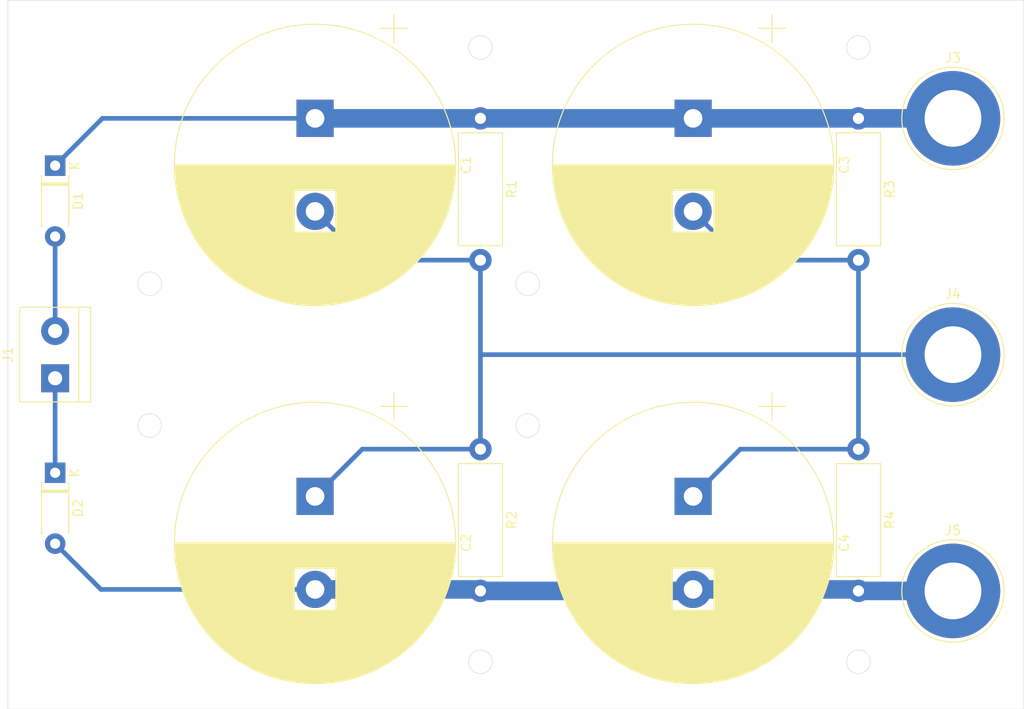
<source format=kicad_pcb>
(kicad_pcb (version 20171130) (host pcbnew "(5.1.4)-1")

  (general
    (thickness 1.6)
    (drawings 12)
    (tracks 30)
    (zones 0)
    (modules 14)
    (nets 6)
  )

  (page A4)
  (layers
    (0 F.Cu signal)
    (31 B.Cu signal)
    (32 B.Adhes user)
    (33 F.Adhes user)
    (34 B.Paste user)
    (35 F.Paste user)
    (36 B.SilkS user)
    (37 F.SilkS user)
    (38 B.Mask user)
    (39 F.Mask user)
    (40 Dwgs.User user)
    (41 Cmts.User user)
    (42 Eco1.User user)
    (43 Eco2.User user)
    (44 Edge.Cuts user)
    (45 Margin user)
    (46 B.CrtYd user)
    (47 F.CrtYd user)
    (48 B.Fab user)
    (49 F.Fab user)
  )

  (setup
    (last_trace_width 0.25)
    (user_trace_width 0.5)
    (user_trace_width 1)
    (user_trace_width 2)
    (trace_clearance 0.2)
    (zone_clearance 0.508)
    (zone_45_only no)
    (trace_min 0.2)
    (via_size 0.8)
    (via_drill 0.4)
    (via_min_size 0.4)
    (via_min_drill 0.3)
    (uvia_size 0.3)
    (uvia_drill 0.1)
    (uvias_allowed no)
    (uvia_min_size 0.2)
    (uvia_min_drill 0.1)
    (edge_width 0.05)
    (segment_width 0.2)
    (pcb_text_width 0.3)
    (pcb_text_size 1.5 1.5)
    (mod_edge_width 0.12)
    (mod_text_size 1 1)
    (mod_text_width 0.15)
    (pad_size 3 3)
    (pad_drill 1.52)
    (pad_to_mask_clearance 0.051)
    (solder_mask_min_width 0.25)
    (aux_axis_origin 0 0)
    (visible_elements 7FFFFFFF)
    (pcbplotparams
      (layerselection 0x010fc_ffffffff)
      (usegerberextensions false)
      (usegerberattributes false)
      (usegerberadvancedattributes false)
      (creategerberjobfile false)
      (excludeedgelayer true)
      (linewidth 0.100000)
      (plotframeref false)
      (viasonmask false)
      (mode 1)
      (useauxorigin false)
      (hpglpennumber 1)
      (hpglpenspeed 20)
      (hpglpendiameter 15.000000)
      (psnegative false)
      (psa4output false)
      (plotreference true)
      (plotvalue true)
      (plotinvisibletext false)
      (padsonsilk false)
      (subtractmaskfromsilk false)
      (outputformat 1)
      (mirror false)
      (drillshape 1)
      (scaleselection 1)
      (outputdirectory ""))
  )

  (net 0 "")
  (net 1 -VDC)
  (net 2 +VDC)
  (net 3 /PowerOut+)
  (net 4 /BleederCenter)
  (net 5 /PowerOut-)

  (net_class Default "This is the default net class."
    (clearance 0.2)
    (trace_width 0.25)
    (via_dia 0.8)
    (via_drill 0.4)
    (uvia_dia 0.3)
    (uvia_drill 0.1)
    (add_net +VDC)
    (add_net -VDC)
    (add_net /BleederCenter)
    (add_net /PowerOut+)
    (add_net /PowerOut-)
  )

  (module Connector:Banana_Jack_1Pin (layer F.Cu) (tedit 5A1AB217) (tstamp 5DDB8DFA)
    (at 149.86 121.92)
    (descr "Single banana socket, footprint - 6mm drill")
    (tags "banana socket")
    (path /5DDC610F)
    (fp_text reference J5 (at 0 -6.5) (layer F.SilkS)
      (effects (font (size 1 1) (thickness 0.15)))
    )
    (fp_text value Output- (at -0.25 6.5) (layer F.Fab)
      (effects (font (size 1 1) (thickness 0.15)))
    )
    (fp_circle (center 0 0) (end 5.5 0) (layer F.SilkS) (width 0.12))
    (fp_circle (center 0 0) (end 4.85 0.05) (layer F.Fab) (width 0.1))
    (fp_circle (center 0 0) (end 2 0) (layer F.Fab) (width 0.1))
    (fp_circle (center 0 0) (end 5.75 0) (layer F.CrtYd) (width 0.05))
    (fp_text user %R (at 0 0) (layer F.Fab)
      (effects (font (size 0.8 0.8) (thickness 0.12)))
    )
    (pad 1 thru_hole circle (at 0 0) (size 10.16 10.16) (drill 6.1) (layers *.Cu *.Mask)
      (net 5 /PowerOut-))
    (model ${KISYS3DMOD}/Connector.3dshapes/Banana_Jack_1Pin.wrl
      (at (xyz 0 0 0))
      (scale (xyz 2 2 2))
      (rotate (xyz 0 0 0))
    )
  )

  (module Connector:Banana_Jack_1Pin (layer F.Cu) (tedit 5A1AB217) (tstamp 5ED9B5B9)
    (at 149.86 96.52)
    (descr "Single banana socket, footprint - 6mm drill")
    (tags "banana socket")
    (path /5ED9AEB0)
    (fp_text reference J4 (at 0 -6.5) (layer F.SilkS)
      (effects (font (size 1 1) (thickness 0.15)))
    )
    (fp_text value BleederCenter (at -0.25 6.5) (layer F.Fab)
      (effects (font (size 1 1) (thickness 0.15)))
    )
    (fp_circle (center 0 0) (end 5.5 0) (layer F.SilkS) (width 0.12))
    (fp_circle (center 0 0) (end 4.85 0.05) (layer F.Fab) (width 0.1))
    (fp_circle (center 0 0) (end 2 0) (layer F.Fab) (width 0.1))
    (fp_circle (center 0 0) (end 5.75 0) (layer F.CrtYd) (width 0.05))
    (fp_text user %R (at 0 0) (layer F.Fab)
      (effects (font (size 0.8 0.8) (thickness 0.12)))
    )
    (pad 1 thru_hole circle (at 0 0) (size 10.16 10.16) (drill 6.1) (layers *.Cu *.Mask)
      (net 4 /BleederCenter))
    (model ${KISYS3DMOD}/Connector.3dshapes/Banana_Jack_1Pin.wrl
      (at (xyz 0 0 0))
      (scale (xyz 2 2 2))
      (rotate (xyz 0 0 0))
    )
  )

  (module TerminalBlock:TerminalBlock_bornier-2_P5.08mm (layer F.Cu) (tedit 59FF03AB) (tstamp 5ED61C15)
    (at 53.34 99.06 90)
    (descr "simple 2-pin terminal block, pitch 5.08mm, revamped version of bornier2")
    (tags "terminal block bornier2")
    (path /5DD098BD)
    (fp_text reference J1 (at 2.54 -5.08 90) (layer F.SilkS)
      (effects (font (size 1 1) (thickness 0.15)))
    )
    (fp_text value "±390V in" (at 2.54 5.08 90) (layer F.Fab)
      (effects (font (size 1 1) (thickness 0.15)))
    )
    (fp_line (start 7.79 4) (end -2.71 4) (layer F.CrtYd) (width 0.05))
    (fp_line (start 7.79 4) (end 7.79 -4) (layer F.CrtYd) (width 0.05))
    (fp_line (start -2.71 -4) (end -2.71 4) (layer F.CrtYd) (width 0.05))
    (fp_line (start -2.71 -4) (end 7.79 -4) (layer F.CrtYd) (width 0.05))
    (fp_line (start -2.54 3.81) (end 7.62 3.81) (layer F.SilkS) (width 0.12))
    (fp_line (start -2.54 -3.81) (end -2.54 3.81) (layer F.SilkS) (width 0.12))
    (fp_line (start 7.62 -3.81) (end -2.54 -3.81) (layer F.SilkS) (width 0.12))
    (fp_line (start 7.62 3.81) (end 7.62 -3.81) (layer F.SilkS) (width 0.12))
    (fp_line (start 7.62 2.54) (end -2.54 2.54) (layer F.SilkS) (width 0.12))
    (fp_line (start 7.54 -3.75) (end -2.46 -3.75) (layer F.Fab) (width 0.1))
    (fp_line (start 7.54 3.75) (end 7.54 -3.75) (layer F.Fab) (width 0.1))
    (fp_line (start -2.46 3.75) (end 7.54 3.75) (layer F.Fab) (width 0.1))
    (fp_line (start -2.46 -3.75) (end -2.46 3.75) (layer F.Fab) (width 0.1))
    (fp_line (start -2.41 2.55) (end 7.49 2.55) (layer F.Fab) (width 0.1))
    (fp_text user %R (at 2.54 0 90) (layer F.Fab)
      (effects (font (size 1 1) (thickness 0.15)))
    )
    (pad 2 thru_hole circle (at 5.08 0 90) (size 3 3) (drill 1.52) (layers *.Cu *.Mask)
      (net 2 +VDC))
    (pad 1 thru_hole rect (at 0 0 90) (size 3 3) (drill 1.52) (layers *.Cu *.Mask)
      (net 1 -VDC))
    (model ${KISYS3DMOD}/TerminalBlock.3dshapes/TerminalBlock_bornier-2_P5.08mm.wrl
      (offset (xyz 2.539999961853027 0 0))
      (scale (xyz 1 1 1))
      (rotate (xyz 0 0 0))
    )
  )

  (module Diode_THT:D_DO-41_SOD81_P7.62mm_Horizontal (layer F.Cu) (tedit 5AE50CD5) (tstamp 5DF1EC0D)
    (at 53.34 109.22 270)
    (descr "Diode, DO-41_SOD81 series, Axial, Horizontal, pin pitch=7.62mm, , length*diameter=5.2*2.7mm^2, , http://www.diodes.com/_files/packages/DO-41%20(Plastic).pdf")
    (tags "Diode DO-41_SOD81 series Axial Horizontal pin pitch 7.62mm  length 5.2mm diameter 2.7mm")
    (path /5DDC68C8)
    (fp_text reference D2 (at 3.81 -2.47 90) (layer F.SilkS)
      (effects (font (size 1 1) (thickness 0.15)))
    )
    (fp_text value 1N4007 (at 3.81 2.47 90) (layer F.Fab)
      (effects (font (size 1 1) (thickness 0.15)))
    )
    (fp_text user K (at 0 -2.1 90) (layer F.SilkS)
      (effects (font (size 1 1) (thickness 0.15)))
    )
    (fp_text user K (at 0 -2.1 90) (layer F.Fab)
      (effects (font (size 1 1) (thickness 0.15)))
    )
    (fp_text user %R (at 4.2 0 90) (layer F.Fab)
      (effects (font (size 1 1) (thickness 0.15)))
    )
    (fp_line (start 8.97 -1.6) (end -1.35 -1.6) (layer F.CrtYd) (width 0.05))
    (fp_line (start 8.97 1.6) (end 8.97 -1.6) (layer F.CrtYd) (width 0.05))
    (fp_line (start -1.35 1.6) (end 8.97 1.6) (layer F.CrtYd) (width 0.05))
    (fp_line (start -1.35 -1.6) (end -1.35 1.6) (layer F.CrtYd) (width 0.05))
    (fp_line (start 1.87 -1.47) (end 1.87 1.47) (layer F.SilkS) (width 0.12))
    (fp_line (start 2.11 -1.47) (end 2.11 1.47) (layer F.SilkS) (width 0.12))
    (fp_line (start 1.99 -1.47) (end 1.99 1.47) (layer F.SilkS) (width 0.12))
    (fp_line (start 6.53 1.47) (end 6.53 1.34) (layer F.SilkS) (width 0.12))
    (fp_line (start 1.09 1.47) (end 6.53 1.47) (layer F.SilkS) (width 0.12))
    (fp_line (start 1.09 1.34) (end 1.09 1.47) (layer F.SilkS) (width 0.12))
    (fp_line (start 6.53 -1.47) (end 6.53 -1.34) (layer F.SilkS) (width 0.12))
    (fp_line (start 1.09 -1.47) (end 6.53 -1.47) (layer F.SilkS) (width 0.12))
    (fp_line (start 1.09 -1.34) (end 1.09 -1.47) (layer F.SilkS) (width 0.12))
    (fp_line (start 1.89 -1.35) (end 1.89 1.35) (layer F.Fab) (width 0.1))
    (fp_line (start 2.09 -1.35) (end 2.09 1.35) (layer F.Fab) (width 0.1))
    (fp_line (start 1.99 -1.35) (end 1.99 1.35) (layer F.Fab) (width 0.1))
    (fp_line (start 7.62 0) (end 6.41 0) (layer F.Fab) (width 0.1))
    (fp_line (start 0 0) (end 1.21 0) (layer F.Fab) (width 0.1))
    (fp_line (start 6.41 -1.35) (end 1.21 -1.35) (layer F.Fab) (width 0.1))
    (fp_line (start 6.41 1.35) (end 6.41 -1.35) (layer F.Fab) (width 0.1))
    (fp_line (start 1.21 1.35) (end 6.41 1.35) (layer F.Fab) (width 0.1))
    (fp_line (start 1.21 -1.35) (end 1.21 1.35) (layer F.Fab) (width 0.1))
    (pad 2 thru_hole oval (at 7.62 0 270) (size 2.2 2.2) (drill 1.1) (layers *.Cu *.Mask)
      (net 5 /PowerOut-))
    (pad 1 thru_hole rect (at 0 0 270) (size 2.2 2.2) (drill 1.1) (layers *.Cu *.Mask)
      (net 1 -VDC))
    (model ${KISYS3DMOD}/Diode_THT.3dshapes/D_DO-41_SOD81_P7.62mm_Horizontal.wrl
      (at (xyz 0 0 0))
      (scale (xyz 1 1 1))
      (rotate (xyz 0 0 0))
    )
  )

  (module Diode_THT:D_DO-41_SOD81_P7.62mm_Horizontal (layer F.Cu) (tedit 5AE50CD5) (tstamp 5DF1EBEE)
    (at 53.34 76.2 270)
    (descr "Diode, DO-41_SOD81 series, Axial, Horizontal, pin pitch=7.62mm, , length*diameter=5.2*2.7mm^2, , http://www.diodes.com/_files/packages/DO-41%20(Plastic).pdf")
    (tags "Diode DO-41_SOD81 series Axial Horizontal pin pitch 7.62mm  length 5.2mm diameter 2.7mm")
    (path /5DDB37A0)
    (fp_text reference D1 (at 3.81 -2.47 90) (layer F.SilkS)
      (effects (font (size 1 1) (thickness 0.15)))
    )
    (fp_text value 1N4007 (at 3.81 2.47 90) (layer F.Fab)
      (effects (font (size 1 1) (thickness 0.15)))
    )
    (fp_text user K (at 0 -2.1 90) (layer F.SilkS)
      (effects (font (size 1 1) (thickness 0.15)))
    )
    (fp_text user K (at 0 -2.1 90) (layer F.Fab)
      (effects (font (size 1 1) (thickness 0.15)))
    )
    (fp_text user %R (at 4.2 0 90) (layer F.Fab)
      (effects (font (size 1 1) (thickness 0.15)))
    )
    (fp_line (start 8.97 -1.6) (end -1.35 -1.6) (layer F.CrtYd) (width 0.05))
    (fp_line (start 8.97 1.6) (end 8.97 -1.6) (layer F.CrtYd) (width 0.05))
    (fp_line (start -1.35 1.6) (end 8.97 1.6) (layer F.CrtYd) (width 0.05))
    (fp_line (start -1.35 -1.6) (end -1.35 1.6) (layer F.CrtYd) (width 0.05))
    (fp_line (start 1.87 -1.47) (end 1.87 1.47) (layer F.SilkS) (width 0.12))
    (fp_line (start 2.11 -1.47) (end 2.11 1.47) (layer F.SilkS) (width 0.12))
    (fp_line (start 1.99 -1.47) (end 1.99 1.47) (layer F.SilkS) (width 0.12))
    (fp_line (start 6.53 1.47) (end 6.53 1.34) (layer F.SilkS) (width 0.12))
    (fp_line (start 1.09 1.47) (end 6.53 1.47) (layer F.SilkS) (width 0.12))
    (fp_line (start 1.09 1.34) (end 1.09 1.47) (layer F.SilkS) (width 0.12))
    (fp_line (start 6.53 -1.47) (end 6.53 -1.34) (layer F.SilkS) (width 0.12))
    (fp_line (start 1.09 -1.47) (end 6.53 -1.47) (layer F.SilkS) (width 0.12))
    (fp_line (start 1.09 -1.34) (end 1.09 -1.47) (layer F.SilkS) (width 0.12))
    (fp_line (start 1.89 -1.35) (end 1.89 1.35) (layer F.Fab) (width 0.1))
    (fp_line (start 2.09 -1.35) (end 2.09 1.35) (layer F.Fab) (width 0.1))
    (fp_line (start 1.99 -1.35) (end 1.99 1.35) (layer F.Fab) (width 0.1))
    (fp_line (start 7.62 0) (end 6.41 0) (layer F.Fab) (width 0.1))
    (fp_line (start 0 0) (end 1.21 0) (layer F.Fab) (width 0.1))
    (fp_line (start 6.41 -1.35) (end 1.21 -1.35) (layer F.Fab) (width 0.1))
    (fp_line (start 6.41 1.35) (end 6.41 -1.35) (layer F.Fab) (width 0.1))
    (fp_line (start 1.21 1.35) (end 6.41 1.35) (layer F.Fab) (width 0.1))
    (fp_line (start 1.21 -1.35) (end 1.21 1.35) (layer F.Fab) (width 0.1))
    (pad 2 thru_hole oval (at 7.62 0 270) (size 2.2 2.2) (drill 1.1) (layers *.Cu *.Mask)
      (net 2 +VDC))
    (pad 1 thru_hole rect (at 0 0 270) (size 2.2 2.2) (drill 1.1) (layers *.Cu *.Mask)
      (net 3 /PowerOut+))
    (model ${KISYS3DMOD}/Diode_THT.3dshapes/D_DO-41_SOD81_P7.62mm_Horizontal.wrl
      (at (xyz 0 0 0))
      (scale (xyz 1 1 1))
      (rotate (xyz 0 0 0))
    )
  )

  (module Connector:Banana_Jack_1Pin (layer F.Cu) (tedit 5A1AB217) (tstamp 5DDB8DE6)
    (at 149.86 71.12)
    (descr "Single banana socket, footprint - 6mm drill")
    (tags "banana socket")
    (path /5DDBD15F)
    (fp_text reference J3 (at 0 -6.5) (layer F.SilkS)
      (effects (font (size 1 1) (thickness 0.15)))
    )
    (fp_text value Output+ (at -0.25 6.5) (layer F.Fab)
      (effects (font (size 1 1) (thickness 0.15)))
    )
    (fp_circle (center 0 0) (end 5.5 0) (layer F.SilkS) (width 0.12))
    (fp_circle (center 0 0) (end 4.85 0.05) (layer F.Fab) (width 0.1))
    (fp_circle (center 0 0) (end 2 0) (layer F.Fab) (width 0.1))
    (fp_circle (center 0 0) (end 5.75 0) (layer F.CrtYd) (width 0.05))
    (fp_text user %R (at 0 0) (layer F.Fab)
      (effects (font (size 0.8 0.8) (thickness 0.12)))
    )
    (pad 1 thru_hole circle (at 0 0) (size 10.16 10.16) (drill 6.1) (layers *.Cu *.Mask)
      (net 3 /PowerOut+))
    (model ${KISYS3DMOD}/Connector.3dshapes/Banana_Jack_1Pin.wrl
      (at (xyz 0 0 0))
      (scale (xyz 2 2 2))
      (rotate (xyz 0 0 0))
    )
  )

  (module Resistor_THT:R_Axial_DIN0414_L11.9mm_D4.5mm_P15.24mm_Horizontal (layer F.Cu) (tedit 5AE5139B) (tstamp 5DDB19AC)
    (at 139.7 106.68 270)
    (descr "Resistor, Axial_DIN0414 series, Axial, Horizontal, pin pitch=15.24mm, 2W, length*diameter=11.9*4.5mm^2, http://www.vishay.com/docs/20128/wkxwrx.pdf")
    (tags "Resistor Axial_DIN0414 series Axial Horizontal pin pitch 15.24mm 2W length 11.9mm diameter 4.5mm")
    (path /5DCFCC83)
    (fp_text reference R4 (at 7.62 -3.37 90) (layer F.SilkS)
      (effects (font (size 1 1) (thickness 0.15)))
    )
    (fp_text value 1M (at 7.62 3.37 90) (layer F.Fab)
      (effects (font (size 1 1) (thickness 0.15)))
    )
    (fp_text user %R (at 7.62 0 90) (layer F.Fab)
      (effects (font (size 1 1) (thickness 0.15)))
    )
    (fp_line (start 16.69 -2.5) (end -1.45 -2.5) (layer F.CrtYd) (width 0.05))
    (fp_line (start 16.69 2.5) (end 16.69 -2.5) (layer F.CrtYd) (width 0.05))
    (fp_line (start -1.45 2.5) (end 16.69 2.5) (layer F.CrtYd) (width 0.05))
    (fp_line (start -1.45 -2.5) (end -1.45 2.5) (layer F.CrtYd) (width 0.05))
    (fp_line (start 13.8 0) (end 13.69 0) (layer F.SilkS) (width 0.12))
    (fp_line (start 1.44 0) (end 1.55 0) (layer F.SilkS) (width 0.12))
    (fp_line (start 13.69 -2.37) (end 1.55 -2.37) (layer F.SilkS) (width 0.12))
    (fp_line (start 13.69 2.37) (end 13.69 -2.37) (layer F.SilkS) (width 0.12))
    (fp_line (start 1.55 2.37) (end 13.69 2.37) (layer F.SilkS) (width 0.12))
    (fp_line (start 1.55 -2.37) (end 1.55 2.37) (layer F.SilkS) (width 0.12))
    (fp_line (start 15.24 0) (end 13.57 0) (layer F.Fab) (width 0.1))
    (fp_line (start 0 0) (end 1.67 0) (layer F.Fab) (width 0.1))
    (fp_line (start 13.57 -2.25) (end 1.67 -2.25) (layer F.Fab) (width 0.1))
    (fp_line (start 13.57 2.25) (end 13.57 -2.25) (layer F.Fab) (width 0.1))
    (fp_line (start 1.67 2.25) (end 13.57 2.25) (layer F.Fab) (width 0.1))
    (fp_line (start 1.67 -2.25) (end 1.67 2.25) (layer F.Fab) (width 0.1))
    (pad 2 thru_hole oval (at 15.24 0 270) (size 2.4 2.4) (drill 1.2) (layers *.Cu *.Mask)
      (net 5 /PowerOut-))
    (pad 1 thru_hole circle (at 0 0 270) (size 2.4 2.4) (drill 1.2) (layers *.Cu *.Mask)
      (net 4 /BleederCenter))
    (model ${KISYS3DMOD}/Resistor_THT.3dshapes/R_Axial_DIN0414_L11.9mm_D4.5mm_P15.24mm_Horizontal.wrl
      (at (xyz 0 0 0))
      (scale (xyz 1 1 1))
      (rotate (xyz 0 0 0))
    )
  )

  (module Resistor_THT:R_Axial_DIN0414_L11.9mm_D4.5mm_P15.24mm_Horizontal (layer F.Cu) (tedit 5AE5139B) (tstamp 5DDA2BB7)
    (at 99.06 106.68 270)
    (descr "Resistor, Axial_DIN0414 series, Axial, Horizontal, pin pitch=15.24mm, 2W, length*diameter=11.9*4.5mm^2, http://www.vishay.com/docs/20128/wkxwrx.pdf")
    (tags "Resistor Axial_DIN0414 series Axial Horizontal pin pitch 15.24mm 2W length 11.9mm diameter 4.5mm")
    (path /5DCFBD87)
    (fp_text reference R2 (at 7.62 -3.37 90) (layer F.SilkS)
      (effects (font (size 1 1) (thickness 0.15)))
    )
    (fp_text value 1M (at 7.62 3.37 90) (layer F.Fab)
      (effects (font (size 1 1) (thickness 0.15)))
    )
    (fp_text user %R (at 7.62 0 90) (layer F.Fab)
      (effects (font (size 1 1) (thickness 0.15)))
    )
    (fp_line (start 16.69 -2.5) (end -1.45 -2.5) (layer F.CrtYd) (width 0.05))
    (fp_line (start 16.69 2.5) (end 16.69 -2.5) (layer F.CrtYd) (width 0.05))
    (fp_line (start -1.45 2.5) (end 16.69 2.5) (layer F.CrtYd) (width 0.05))
    (fp_line (start -1.45 -2.5) (end -1.45 2.5) (layer F.CrtYd) (width 0.05))
    (fp_line (start 13.8 0) (end 13.69 0) (layer F.SilkS) (width 0.12))
    (fp_line (start 1.44 0) (end 1.55 0) (layer F.SilkS) (width 0.12))
    (fp_line (start 13.69 -2.37) (end 1.55 -2.37) (layer F.SilkS) (width 0.12))
    (fp_line (start 13.69 2.37) (end 13.69 -2.37) (layer F.SilkS) (width 0.12))
    (fp_line (start 1.55 2.37) (end 13.69 2.37) (layer F.SilkS) (width 0.12))
    (fp_line (start 1.55 -2.37) (end 1.55 2.37) (layer F.SilkS) (width 0.12))
    (fp_line (start 15.24 0) (end 13.57 0) (layer F.Fab) (width 0.1))
    (fp_line (start 0 0) (end 1.67 0) (layer F.Fab) (width 0.1))
    (fp_line (start 13.57 -2.25) (end 1.67 -2.25) (layer F.Fab) (width 0.1))
    (fp_line (start 13.57 2.25) (end 13.57 -2.25) (layer F.Fab) (width 0.1))
    (fp_line (start 1.67 2.25) (end 13.57 2.25) (layer F.Fab) (width 0.1))
    (fp_line (start 1.67 -2.25) (end 1.67 2.25) (layer F.Fab) (width 0.1))
    (pad 2 thru_hole oval (at 15.24 0 270) (size 2.4 2.4) (drill 1.2) (layers *.Cu *.Mask)
      (net 5 /PowerOut-))
    (pad 1 thru_hole circle (at 0 0 270) (size 2.4 2.4) (drill 1.2) (layers *.Cu *.Mask)
      (net 4 /BleederCenter))
    (model ${KISYS3DMOD}/Resistor_THT.3dshapes/R_Axial_DIN0414_L11.9mm_D4.5mm_P15.24mm_Horizontal.wrl
      (at (xyz 0 0 0))
      (scale (xyz 1 1 1))
      (rotate (xyz 0 0 0))
    )
  )

  (module Resistor_THT:R_Axial_DIN0414_L11.9mm_D4.5mm_P15.24mm_Horizontal (layer F.Cu) (tedit 5AE5139B) (tstamp 5DD99029)
    (at 139.7 71.12 270)
    (descr "Resistor, Axial_DIN0414 series, Axial, Horizontal, pin pitch=15.24mm, 2W, length*diameter=11.9*4.5mm^2, http://www.vishay.com/docs/20128/wkxwrx.pdf")
    (tags "Resistor Axial_DIN0414 series Axial Horizontal pin pitch 15.24mm 2W length 11.9mm diameter 4.5mm")
    (path /5DCFC303)
    (fp_text reference R3 (at 7.62 -3.37 90) (layer F.SilkS)
      (effects (font (size 1 1) (thickness 0.15)))
    )
    (fp_text value 1M (at 7.62 3.37 90) (layer F.Fab)
      (effects (font (size 1 1) (thickness 0.15)))
    )
    (fp_text user %R (at 7.62 0 90) (layer F.Fab)
      (effects (font (size 1 1) (thickness 0.15)))
    )
    (fp_line (start 16.69 -2.5) (end -1.45 -2.5) (layer F.CrtYd) (width 0.05))
    (fp_line (start 16.69 2.5) (end 16.69 -2.5) (layer F.CrtYd) (width 0.05))
    (fp_line (start -1.45 2.5) (end 16.69 2.5) (layer F.CrtYd) (width 0.05))
    (fp_line (start -1.45 -2.5) (end -1.45 2.5) (layer F.CrtYd) (width 0.05))
    (fp_line (start 13.8 0) (end 13.69 0) (layer F.SilkS) (width 0.12))
    (fp_line (start 1.44 0) (end 1.55 0) (layer F.SilkS) (width 0.12))
    (fp_line (start 13.69 -2.37) (end 1.55 -2.37) (layer F.SilkS) (width 0.12))
    (fp_line (start 13.69 2.37) (end 13.69 -2.37) (layer F.SilkS) (width 0.12))
    (fp_line (start 1.55 2.37) (end 13.69 2.37) (layer F.SilkS) (width 0.12))
    (fp_line (start 1.55 -2.37) (end 1.55 2.37) (layer F.SilkS) (width 0.12))
    (fp_line (start 15.24 0) (end 13.57 0) (layer F.Fab) (width 0.1))
    (fp_line (start 0 0) (end 1.67 0) (layer F.Fab) (width 0.1))
    (fp_line (start 13.57 -2.25) (end 1.67 -2.25) (layer F.Fab) (width 0.1))
    (fp_line (start 13.57 2.25) (end 13.57 -2.25) (layer F.Fab) (width 0.1))
    (fp_line (start 1.67 2.25) (end 13.57 2.25) (layer F.Fab) (width 0.1))
    (fp_line (start 1.67 -2.25) (end 1.67 2.25) (layer F.Fab) (width 0.1))
    (pad 2 thru_hole oval (at 15.24 0 270) (size 2.4 2.4) (drill 1.2) (layers *.Cu *.Mask)
      (net 4 /BleederCenter))
    (pad 1 thru_hole circle (at 0 0 270) (size 2.4 2.4) (drill 1.2) (layers *.Cu *.Mask)
      (net 3 /PowerOut+))
    (model ${KISYS3DMOD}/Resistor_THT.3dshapes/R_Axial_DIN0414_L11.9mm_D4.5mm_P15.24mm_Horizontal.wrl
      (at (xyz 0 0 0))
      (scale (xyz 1 1 1))
      (rotate (xyz 0 0 0))
    )
  )

  (module Resistor_THT:R_Axial_DIN0414_L11.9mm_D4.5mm_P15.24mm_Horizontal (layer F.Cu) (tedit 5AE5139B) (tstamp 5DD93EEE)
    (at 99.06 71.12 270)
    (descr "Resistor, Axial_DIN0414 series, Axial, Horizontal, pin pitch=15.24mm, 2W, length*diameter=11.9*4.5mm^2, http://www.vishay.com/docs/20128/wkxwrx.pdf")
    (tags "Resistor Axial_DIN0414 series Axial Horizontal pin pitch 15.24mm 2W length 11.9mm diameter 4.5mm")
    (path /5DCFB2B1)
    (fp_text reference R1 (at 7.62 -3.37 90) (layer F.SilkS)
      (effects (font (size 1 1) (thickness 0.15)))
    )
    (fp_text value 1M (at 7.62 3.37 90) (layer F.Fab)
      (effects (font (size 1 1) (thickness 0.15)))
    )
    (fp_text user %R (at 7.62 0 90) (layer F.Fab)
      (effects (font (size 1 1) (thickness 0.15)))
    )
    (fp_line (start 16.69 -2.5) (end -1.45 -2.5) (layer F.CrtYd) (width 0.05))
    (fp_line (start 16.69 2.5) (end 16.69 -2.5) (layer F.CrtYd) (width 0.05))
    (fp_line (start -1.45 2.5) (end 16.69 2.5) (layer F.CrtYd) (width 0.05))
    (fp_line (start -1.45 -2.5) (end -1.45 2.5) (layer F.CrtYd) (width 0.05))
    (fp_line (start 13.8 0) (end 13.69 0) (layer F.SilkS) (width 0.12))
    (fp_line (start 1.44 0) (end 1.55 0) (layer F.SilkS) (width 0.12))
    (fp_line (start 13.69 -2.37) (end 1.55 -2.37) (layer F.SilkS) (width 0.12))
    (fp_line (start 13.69 2.37) (end 13.69 -2.37) (layer F.SilkS) (width 0.12))
    (fp_line (start 1.55 2.37) (end 13.69 2.37) (layer F.SilkS) (width 0.12))
    (fp_line (start 1.55 -2.37) (end 1.55 2.37) (layer F.SilkS) (width 0.12))
    (fp_line (start 15.24 0) (end 13.57 0) (layer F.Fab) (width 0.1))
    (fp_line (start 0 0) (end 1.67 0) (layer F.Fab) (width 0.1))
    (fp_line (start 13.57 -2.25) (end 1.67 -2.25) (layer F.Fab) (width 0.1))
    (fp_line (start 13.57 2.25) (end 13.57 -2.25) (layer F.Fab) (width 0.1))
    (fp_line (start 1.67 2.25) (end 13.57 2.25) (layer F.Fab) (width 0.1))
    (fp_line (start 1.67 -2.25) (end 1.67 2.25) (layer F.Fab) (width 0.1))
    (pad 2 thru_hole oval (at 15.24 0 270) (size 2.4 2.4) (drill 1.2) (layers *.Cu *.Mask)
      (net 4 /BleederCenter))
    (pad 1 thru_hole circle (at 0 0 270) (size 2.4 2.4) (drill 1.2) (layers *.Cu *.Mask)
      (net 3 /PowerOut+))
    (model ${KISYS3DMOD}/Resistor_THT.3dshapes/R_Axial_DIN0414_L11.9mm_D4.5mm_P15.24mm_Horizontal.wrl
      (at (xyz 0 0 0))
      (scale (xyz 1 1 1))
      (rotate (xyz 0 0 0))
    )
  )

  (module Capacitor_THT:CP_Radial_D30.0mm_P10.00mm_SnapIn (layer F.Cu) (tedit 5AE50EF1) (tstamp 5DD08844)
    (at 121.92 111.76 270)
    (descr "CP, Radial series, Radial, pin pitch=10.00mm, , diameter=30mm, Electrolytic Capacitor, , http://www.vishay.com/docs/28342/058059pll-si.pdf")
    (tags "CP Radial series Radial pin pitch 10.00mm  diameter 30mm Electrolytic Capacitor")
    (path /5DD0CC8B)
    (fp_text reference C4 (at 5 -16.25 90) (layer F.SilkS)
      (effects (font (size 1 1) (thickness 0.15)))
    )
    (fp_text value 330uF/450V (at 5 16.25 90) (layer F.Fab)
      (effects (font (size 1 1) (thickness 0.15)))
    )
    (fp_circle (center 5 0) (end 20 0) (layer F.Fab) (width 0.1))
    (fp_circle (center 5 0) (end 20.12 0) (layer F.SilkS) (width 0.12))
    (fp_circle (center 5 0) (end 20.25 0) (layer F.CrtYd) (width 0.05))
    (fp_line (start -7.909885 -6.5875) (end -4.909885 -6.5875) (layer F.Fab) (width 0.1))
    (fp_line (start -6.409885 -8.0875) (end -6.409885 -5.0875) (layer F.Fab) (width 0.1))
    (fp_line (start 5 -15.081) (end 5 15.081) (layer F.SilkS) (width 0.12))
    (fp_line (start 5.04 -15.08) (end 5.04 15.08) (layer F.SilkS) (width 0.12))
    (fp_line (start 5.08 -15.08) (end 5.08 15.08) (layer F.SilkS) (width 0.12))
    (fp_line (start 5.12 -15.08) (end 5.12 15.08) (layer F.SilkS) (width 0.12))
    (fp_line (start 5.16 -15.08) (end 5.16 15.08) (layer F.SilkS) (width 0.12))
    (fp_line (start 5.2 -15.079) (end 5.2 15.079) (layer F.SilkS) (width 0.12))
    (fp_line (start 5.24 -15.079) (end 5.24 15.079) (layer F.SilkS) (width 0.12))
    (fp_line (start 5.28 -15.078) (end 5.28 15.078) (layer F.SilkS) (width 0.12))
    (fp_line (start 5.32 -15.077) (end 5.32 15.077) (layer F.SilkS) (width 0.12))
    (fp_line (start 5.36 -15.076) (end 5.36 15.076) (layer F.SilkS) (width 0.12))
    (fp_line (start 5.4 -15.075) (end 5.4 15.075) (layer F.SilkS) (width 0.12))
    (fp_line (start 5.44 -15.074) (end 5.44 15.074) (layer F.SilkS) (width 0.12))
    (fp_line (start 5.48 -15.073) (end 5.48 15.073) (layer F.SilkS) (width 0.12))
    (fp_line (start 5.52 -15.072) (end 5.52 15.072) (layer F.SilkS) (width 0.12))
    (fp_line (start 5.56 -15.07) (end 5.56 15.07) (layer F.SilkS) (width 0.12))
    (fp_line (start 5.6 -15.069) (end 5.6 15.069) (layer F.SilkS) (width 0.12))
    (fp_line (start 5.64 -15.067) (end 5.64 15.067) (layer F.SilkS) (width 0.12))
    (fp_line (start 5.68 -15.065) (end 5.68 15.065) (layer F.SilkS) (width 0.12))
    (fp_line (start 5.721 -15.063) (end 5.721 15.063) (layer F.SilkS) (width 0.12))
    (fp_line (start 5.761 -15.061) (end 5.761 15.061) (layer F.SilkS) (width 0.12))
    (fp_line (start 5.801 -15.059) (end 5.801 15.059) (layer F.SilkS) (width 0.12))
    (fp_line (start 5.841 -15.057) (end 5.841 15.057) (layer F.SilkS) (width 0.12))
    (fp_line (start 5.881 -15.055) (end 5.881 15.055) (layer F.SilkS) (width 0.12))
    (fp_line (start 5.921 -15.052) (end 5.921 15.052) (layer F.SilkS) (width 0.12))
    (fp_line (start 5.961 -15.05) (end 5.961 15.05) (layer F.SilkS) (width 0.12))
    (fp_line (start 6.001 -15.047) (end 6.001 15.047) (layer F.SilkS) (width 0.12))
    (fp_line (start 6.041 -15.045) (end 6.041 15.045) (layer F.SilkS) (width 0.12))
    (fp_line (start 6.081 -15.042) (end 6.081 15.042) (layer F.SilkS) (width 0.12))
    (fp_line (start 6.121 -15.039) (end 6.121 15.039) (layer F.SilkS) (width 0.12))
    (fp_line (start 6.161 -15.036) (end 6.161 15.036) (layer F.SilkS) (width 0.12))
    (fp_line (start 6.201 -15.033) (end 6.201 15.033) (layer F.SilkS) (width 0.12))
    (fp_line (start 6.241 -15.03) (end 6.241 15.03) (layer F.SilkS) (width 0.12))
    (fp_line (start 6.281 -15.026) (end 6.281 15.026) (layer F.SilkS) (width 0.12))
    (fp_line (start 6.321 -15.023) (end 6.321 15.023) (layer F.SilkS) (width 0.12))
    (fp_line (start 6.361 -15.019) (end 6.361 15.019) (layer F.SilkS) (width 0.12))
    (fp_line (start 6.401 -15.016) (end 6.401 15.016) (layer F.SilkS) (width 0.12))
    (fp_line (start 6.441 -15.012) (end 6.441 15.012) (layer F.SilkS) (width 0.12))
    (fp_line (start 6.481 -15.008) (end 6.481 15.008) (layer F.SilkS) (width 0.12))
    (fp_line (start 6.521 -15.004) (end 6.521 15.004) (layer F.SilkS) (width 0.12))
    (fp_line (start 6.561 -15) (end 6.561 15) (layer F.SilkS) (width 0.12))
    (fp_line (start 6.601 -14.996) (end 6.601 14.996) (layer F.SilkS) (width 0.12))
    (fp_line (start 6.641 -14.991) (end 6.641 14.991) (layer F.SilkS) (width 0.12))
    (fp_line (start 6.681 -14.987) (end 6.681 14.987) (layer F.SilkS) (width 0.12))
    (fp_line (start 6.721 -14.982) (end 6.721 14.982) (layer F.SilkS) (width 0.12))
    (fp_line (start 6.761 -14.978) (end 6.761 14.978) (layer F.SilkS) (width 0.12))
    (fp_line (start 6.801 -14.973) (end 6.801 14.973) (layer F.SilkS) (width 0.12))
    (fp_line (start 6.841 -14.968) (end 6.841 14.968) (layer F.SilkS) (width 0.12))
    (fp_line (start 6.881 -14.963) (end 6.881 14.963) (layer F.SilkS) (width 0.12))
    (fp_line (start 6.921 -14.958) (end 6.921 14.958) (layer F.SilkS) (width 0.12))
    (fp_line (start 6.961 -14.953) (end 6.961 14.953) (layer F.SilkS) (width 0.12))
    (fp_line (start 7.001 -14.948) (end 7.001 14.948) (layer F.SilkS) (width 0.12))
    (fp_line (start 7.041 -14.942) (end 7.041 14.942) (layer F.SilkS) (width 0.12))
    (fp_line (start 7.081 -14.937) (end 7.081 14.937) (layer F.SilkS) (width 0.12))
    (fp_line (start 7.121 -14.931) (end 7.121 14.931) (layer F.SilkS) (width 0.12))
    (fp_line (start 7.161 -14.925) (end 7.161 14.925) (layer F.SilkS) (width 0.12))
    (fp_line (start 7.201 -14.92) (end 7.201 14.92) (layer F.SilkS) (width 0.12))
    (fp_line (start 7.241 -14.914) (end 7.241 14.914) (layer F.SilkS) (width 0.12))
    (fp_line (start 7.281 -14.908) (end 7.281 14.908) (layer F.SilkS) (width 0.12))
    (fp_line (start 7.321 -14.901) (end 7.321 14.901) (layer F.SilkS) (width 0.12))
    (fp_line (start 7.361 -14.895) (end 7.361 14.895) (layer F.SilkS) (width 0.12))
    (fp_line (start 7.401 -14.889) (end 7.401 14.889) (layer F.SilkS) (width 0.12))
    (fp_line (start 7.441 -14.882) (end 7.441 14.882) (layer F.SilkS) (width 0.12))
    (fp_line (start 7.481 -14.876) (end 7.481 14.876) (layer F.SilkS) (width 0.12))
    (fp_line (start 7.521 -14.869) (end 7.521 14.869) (layer F.SilkS) (width 0.12))
    (fp_line (start 7.561 -14.862) (end 7.561 14.862) (layer F.SilkS) (width 0.12))
    (fp_line (start 7.601 -14.855) (end 7.601 14.855) (layer F.SilkS) (width 0.12))
    (fp_line (start 7.641 -14.848) (end 7.641 14.848) (layer F.SilkS) (width 0.12))
    (fp_line (start 7.681 -14.841) (end 7.681 14.841) (layer F.SilkS) (width 0.12))
    (fp_line (start 7.721 -14.834) (end 7.721 14.834) (layer F.SilkS) (width 0.12))
    (fp_line (start 7.761 -14.826) (end 7.761 -2.24) (layer F.SilkS) (width 0.12))
    (fp_line (start 7.761 2.24) (end 7.761 14.826) (layer F.SilkS) (width 0.12))
    (fp_line (start 7.801 -14.819) (end 7.801 -2.24) (layer F.SilkS) (width 0.12))
    (fp_line (start 7.801 2.24) (end 7.801 14.819) (layer F.SilkS) (width 0.12))
    (fp_line (start 7.841 -14.811) (end 7.841 -2.24) (layer F.SilkS) (width 0.12))
    (fp_line (start 7.841 2.24) (end 7.841 14.811) (layer F.SilkS) (width 0.12))
    (fp_line (start 7.881 -14.804) (end 7.881 -2.24) (layer F.SilkS) (width 0.12))
    (fp_line (start 7.881 2.24) (end 7.881 14.804) (layer F.SilkS) (width 0.12))
    (fp_line (start 7.921 -14.796) (end 7.921 -2.24) (layer F.SilkS) (width 0.12))
    (fp_line (start 7.921 2.24) (end 7.921 14.796) (layer F.SilkS) (width 0.12))
    (fp_line (start 7.961 -14.788) (end 7.961 -2.24) (layer F.SilkS) (width 0.12))
    (fp_line (start 7.961 2.24) (end 7.961 14.788) (layer F.SilkS) (width 0.12))
    (fp_line (start 8.001 -14.78) (end 8.001 -2.24) (layer F.SilkS) (width 0.12))
    (fp_line (start 8.001 2.24) (end 8.001 14.78) (layer F.SilkS) (width 0.12))
    (fp_line (start 8.041 -14.772) (end 8.041 -2.24) (layer F.SilkS) (width 0.12))
    (fp_line (start 8.041 2.24) (end 8.041 14.772) (layer F.SilkS) (width 0.12))
    (fp_line (start 8.081 -14.763) (end 8.081 -2.24) (layer F.SilkS) (width 0.12))
    (fp_line (start 8.081 2.24) (end 8.081 14.763) (layer F.SilkS) (width 0.12))
    (fp_line (start 8.121 -14.755) (end 8.121 -2.24) (layer F.SilkS) (width 0.12))
    (fp_line (start 8.121 2.24) (end 8.121 14.755) (layer F.SilkS) (width 0.12))
    (fp_line (start 8.161 -14.747) (end 8.161 -2.24) (layer F.SilkS) (width 0.12))
    (fp_line (start 8.161 2.24) (end 8.161 14.747) (layer F.SilkS) (width 0.12))
    (fp_line (start 8.201 -14.738) (end 8.201 -2.24) (layer F.SilkS) (width 0.12))
    (fp_line (start 8.201 2.24) (end 8.201 14.738) (layer F.SilkS) (width 0.12))
    (fp_line (start 8.241 -14.729) (end 8.241 -2.24) (layer F.SilkS) (width 0.12))
    (fp_line (start 8.241 2.24) (end 8.241 14.729) (layer F.SilkS) (width 0.12))
    (fp_line (start 8.281 -14.72) (end 8.281 -2.24) (layer F.SilkS) (width 0.12))
    (fp_line (start 8.281 2.24) (end 8.281 14.72) (layer F.SilkS) (width 0.12))
    (fp_line (start 8.321 -14.711) (end 8.321 -2.24) (layer F.SilkS) (width 0.12))
    (fp_line (start 8.321 2.24) (end 8.321 14.711) (layer F.SilkS) (width 0.12))
    (fp_line (start 8.361 -14.702) (end 8.361 -2.24) (layer F.SilkS) (width 0.12))
    (fp_line (start 8.361 2.24) (end 8.361 14.702) (layer F.SilkS) (width 0.12))
    (fp_line (start 8.401 -14.693) (end 8.401 -2.24) (layer F.SilkS) (width 0.12))
    (fp_line (start 8.401 2.24) (end 8.401 14.693) (layer F.SilkS) (width 0.12))
    (fp_line (start 8.441 -14.684) (end 8.441 -2.24) (layer F.SilkS) (width 0.12))
    (fp_line (start 8.441 2.24) (end 8.441 14.684) (layer F.SilkS) (width 0.12))
    (fp_line (start 8.481 -14.675) (end 8.481 -2.24) (layer F.SilkS) (width 0.12))
    (fp_line (start 8.481 2.24) (end 8.481 14.675) (layer F.SilkS) (width 0.12))
    (fp_line (start 8.521 -14.665) (end 8.521 -2.24) (layer F.SilkS) (width 0.12))
    (fp_line (start 8.521 2.24) (end 8.521 14.665) (layer F.SilkS) (width 0.12))
    (fp_line (start 8.561 -14.655) (end 8.561 -2.24) (layer F.SilkS) (width 0.12))
    (fp_line (start 8.561 2.24) (end 8.561 14.655) (layer F.SilkS) (width 0.12))
    (fp_line (start 8.601 -14.646) (end 8.601 -2.24) (layer F.SilkS) (width 0.12))
    (fp_line (start 8.601 2.24) (end 8.601 14.646) (layer F.SilkS) (width 0.12))
    (fp_line (start 8.641 -14.636) (end 8.641 -2.24) (layer F.SilkS) (width 0.12))
    (fp_line (start 8.641 2.24) (end 8.641 14.636) (layer F.SilkS) (width 0.12))
    (fp_line (start 8.681 -14.626) (end 8.681 -2.24) (layer F.SilkS) (width 0.12))
    (fp_line (start 8.681 2.24) (end 8.681 14.626) (layer F.SilkS) (width 0.12))
    (fp_line (start 8.721 -14.616) (end 8.721 -2.24) (layer F.SilkS) (width 0.12))
    (fp_line (start 8.721 2.24) (end 8.721 14.616) (layer F.SilkS) (width 0.12))
    (fp_line (start 8.761 -14.606) (end 8.761 -2.24) (layer F.SilkS) (width 0.12))
    (fp_line (start 8.761 2.24) (end 8.761 14.606) (layer F.SilkS) (width 0.12))
    (fp_line (start 8.801 -14.595) (end 8.801 -2.24) (layer F.SilkS) (width 0.12))
    (fp_line (start 8.801 2.24) (end 8.801 14.595) (layer F.SilkS) (width 0.12))
    (fp_line (start 8.841 -14.585) (end 8.841 -2.24) (layer F.SilkS) (width 0.12))
    (fp_line (start 8.841 2.24) (end 8.841 14.585) (layer F.SilkS) (width 0.12))
    (fp_line (start 8.881 -14.574) (end 8.881 -2.24) (layer F.SilkS) (width 0.12))
    (fp_line (start 8.881 2.24) (end 8.881 14.574) (layer F.SilkS) (width 0.12))
    (fp_line (start 8.921 -14.564) (end 8.921 -2.24) (layer F.SilkS) (width 0.12))
    (fp_line (start 8.921 2.24) (end 8.921 14.564) (layer F.SilkS) (width 0.12))
    (fp_line (start 8.961 -14.553) (end 8.961 -2.24) (layer F.SilkS) (width 0.12))
    (fp_line (start 8.961 2.24) (end 8.961 14.553) (layer F.SilkS) (width 0.12))
    (fp_line (start 9.001 -14.542) (end 9.001 -2.24) (layer F.SilkS) (width 0.12))
    (fp_line (start 9.001 2.24) (end 9.001 14.542) (layer F.SilkS) (width 0.12))
    (fp_line (start 9.041 -14.531) (end 9.041 -2.24) (layer F.SilkS) (width 0.12))
    (fp_line (start 9.041 2.24) (end 9.041 14.531) (layer F.SilkS) (width 0.12))
    (fp_line (start 9.081 -14.52) (end 9.081 -2.24) (layer F.SilkS) (width 0.12))
    (fp_line (start 9.081 2.24) (end 9.081 14.52) (layer F.SilkS) (width 0.12))
    (fp_line (start 9.121 -14.508) (end 9.121 -2.24) (layer F.SilkS) (width 0.12))
    (fp_line (start 9.121 2.24) (end 9.121 14.508) (layer F.SilkS) (width 0.12))
    (fp_line (start 9.161 -14.497) (end 9.161 -2.24) (layer F.SilkS) (width 0.12))
    (fp_line (start 9.161 2.24) (end 9.161 14.497) (layer F.SilkS) (width 0.12))
    (fp_line (start 9.201 -14.485) (end 9.201 -2.24) (layer F.SilkS) (width 0.12))
    (fp_line (start 9.201 2.24) (end 9.201 14.485) (layer F.SilkS) (width 0.12))
    (fp_line (start 9.241 -14.474) (end 9.241 -2.24) (layer F.SilkS) (width 0.12))
    (fp_line (start 9.241 2.24) (end 9.241 14.474) (layer F.SilkS) (width 0.12))
    (fp_line (start 9.281 -14.462) (end 9.281 -2.24) (layer F.SilkS) (width 0.12))
    (fp_line (start 9.281 2.24) (end 9.281 14.462) (layer F.SilkS) (width 0.12))
    (fp_line (start 9.321 -14.45) (end 9.321 -2.24) (layer F.SilkS) (width 0.12))
    (fp_line (start 9.321 2.24) (end 9.321 14.45) (layer F.SilkS) (width 0.12))
    (fp_line (start 9.361 -14.438) (end 9.361 -2.24) (layer F.SilkS) (width 0.12))
    (fp_line (start 9.361 2.24) (end 9.361 14.438) (layer F.SilkS) (width 0.12))
    (fp_line (start 9.401 -14.426) (end 9.401 -2.24) (layer F.SilkS) (width 0.12))
    (fp_line (start 9.401 2.24) (end 9.401 14.426) (layer F.SilkS) (width 0.12))
    (fp_line (start 9.441 -14.414) (end 9.441 -2.24) (layer F.SilkS) (width 0.12))
    (fp_line (start 9.441 2.24) (end 9.441 14.414) (layer F.SilkS) (width 0.12))
    (fp_line (start 9.481 -14.402) (end 9.481 -2.24) (layer F.SilkS) (width 0.12))
    (fp_line (start 9.481 2.24) (end 9.481 14.402) (layer F.SilkS) (width 0.12))
    (fp_line (start 9.521 -14.389) (end 9.521 -2.24) (layer F.SilkS) (width 0.12))
    (fp_line (start 9.521 2.24) (end 9.521 14.389) (layer F.SilkS) (width 0.12))
    (fp_line (start 9.561 -14.376) (end 9.561 -2.24) (layer F.SilkS) (width 0.12))
    (fp_line (start 9.561 2.24) (end 9.561 14.376) (layer F.SilkS) (width 0.12))
    (fp_line (start 9.601 -14.364) (end 9.601 -2.24) (layer F.SilkS) (width 0.12))
    (fp_line (start 9.601 2.24) (end 9.601 14.364) (layer F.SilkS) (width 0.12))
    (fp_line (start 9.641 -14.351) (end 9.641 -2.24) (layer F.SilkS) (width 0.12))
    (fp_line (start 9.641 2.24) (end 9.641 14.351) (layer F.SilkS) (width 0.12))
    (fp_line (start 9.681 -14.338) (end 9.681 -2.24) (layer F.SilkS) (width 0.12))
    (fp_line (start 9.681 2.24) (end 9.681 14.338) (layer F.SilkS) (width 0.12))
    (fp_line (start 9.721 -14.325) (end 9.721 -2.24) (layer F.SilkS) (width 0.12))
    (fp_line (start 9.721 2.24) (end 9.721 14.325) (layer F.SilkS) (width 0.12))
    (fp_line (start 9.761 -14.312) (end 9.761 -2.24) (layer F.SilkS) (width 0.12))
    (fp_line (start 9.761 2.24) (end 9.761 14.312) (layer F.SilkS) (width 0.12))
    (fp_line (start 9.801 -14.298) (end 9.801 -2.24) (layer F.SilkS) (width 0.12))
    (fp_line (start 9.801 2.24) (end 9.801 14.298) (layer F.SilkS) (width 0.12))
    (fp_line (start 9.841 -14.285) (end 9.841 -2.24) (layer F.SilkS) (width 0.12))
    (fp_line (start 9.841 2.24) (end 9.841 14.285) (layer F.SilkS) (width 0.12))
    (fp_line (start 9.881 -14.271) (end 9.881 -2.24) (layer F.SilkS) (width 0.12))
    (fp_line (start 9.881 2.24) (end 9.881 14.271) (layer F.SilkS) (width 0.12))
    (fp_line (start 9.921 -14.258) (end 9.921 -2.24) (layer F.SilkS) (width 0.12))
    (fp_line (start 9.921 2.24) (end 9.921 14.258) (layer F.SilkS) (width 0.12))
    (fp_line (start 9.961 -14.244) (end 9.961 -2.24) (layer F.SilkS) (width 0.12))
    (fp_line (start 9.961 2.24) (end 9.961 14.244) (layer F.SilkS) (width 0.12))
    (fp_line (start 10.001 -14.23) (end 10.001 -2.24) (layer F.SilkS) (width 0.12))
    (fp_line (start 10.001 2.24) (end 10.001 14.23) (layer F.SilkS) (width 0.12))
    (fp_line (start 10.041 -14.216) (end 10.041 -2.24) (layer F.SilkS) (width 0.12))
    (fp_line (start 10.041 2.24) (end 10.041 14.216) (layer F.SilkS) (width 0.12))
    (fp_line (start 10.081 -14.202) (end 10.081 -2.24) (layer F.SilkS) (width 0.12))
    (fp_line (start 10.081 2.24) (end 10.081 14.202) (layer F.SilkS) (width 0.12))
    (fp_line (start 10.121 -14.187) (end 10.121 -2.24) (layer F.SilkS) (width 0.12))
    (fp_line (start 10.121 2.24) (end 10.121 14.187) (layer F.SilkS) (width 0.12))
    (fp_line (start 10.161 -14.173) (end 10.161 -2.24) (layer F.SilkS) (width 0.12))
    (fp_line (start 10.161 2.24) (end 10.161 14.173) (layer F.SilkS) (width 0.12))
    (fp_line (start 10.201 -14.158) (end 10.201 -2.24) (layer F.SilkS) (width 0.12))
    (fp_line (start 10.201 2.24) (end 10.201 14.158) (layer F.SilkS) (width 0.12))
    (fp_line (start 10.241 -14.143) (end 10.241 -2.24) (layer F.SilkS) (width 0.12))
    (fp_line (start 10.241 2.24) (end 10.241 14.143) (layer F.SilkS) (width 0.12))
    (fp_line (start 10.281 -14.129) (end 10.281 -2.24) (layer F.SilkS) (width 0.12))
    (fp_line (start 10.281 2.24) (end 10.281 14.129) (layer F.SilkS) (width 0.12))
    (fp_line (start 10.321 -14.114) (end 10.321 -2.24) (layer F.SilkS) (width 0.12))
    (fp_line (start 10.321 2.24) (end 10.321 14.114) (layer F.SilkS) (width 0.12))
    (fp_line (start 10.361 -14.099) (end 10.361 -2.24) (layer F.SilkS) (width 0.12))
    (fp_line (start 10.361 2.24) (end 10.361 14.099) (layer F.SilkS) (width 0.12))
    (fp_line (start 10.401 -14.083) (end 10.401 -2.24) (layer F.SilkS) (width 0.12))
    (fp_line (start 10.401 2.24) (end 10.401 14.083) (layer F.SilkS) (width 0.12))
    (fp_line (start 10.441 -14.068) (end 10.441 -2.24) (layer F.SilkS) (width 0.12))
    (fp_line (start 10.441 2.24) (end 10.441 14.068) (layer F.SilkS) (width 0.12))
    (fp_line (start 10.481 -14.052) (end 10.481 -2.24) (layer F.SilkS) (width 0.12))
    (fp_line (start 10.481 2.24) (end 10.481 14.052) (layer F.SilkS) (width 0.12))
    (fp_line (start 10.521 -14.037) (end 10.521 -2.24) (layer F.SilkS) (width 0.12))
    (fp_line (start 10.521 2.24) (end 10.521 14.037) (layer F.SilkS) (width 0.12))
    (fp_line (start 10.561 -14.021) (end 10.561 -2.24) (layer F.SilkS) (width 0.12))
    (fp_line (start 10.561 2.24) (end 10.561 14.021) (layer F.SilkS) (width 0.12))
    (fp_line (start 10.601 -14.005) (end 10.601 -2.24) (layer F.SilkS) (width 0.12))
    (fp_line (start 10.601 2.24) (end 10.601 14.005) (layer F.SilkS) (width 0.12))
    (fp_line (start 10.641 -13.989) (end 10.641 -2.24) (layer F.SilkS) (width 0.12))
    (fp_line (start 10.641 2.24) (end 10.641 13.989) (layer F.SilkS) (width 0.12))
    (fp_line (start 10.681 -13.973) (end 10.681 -2.24) (layer F.SilkS) (width 0.12))
    (fp_line (start 10.681 2.24) (end 10.681 13.973) (layer F.SilkS) (width 0.12))
    (fp_line (start 10.721 -13.957) (end 10.721 -2.24) (layer F.SilkS) (width 0.12))
    (fp_line (start 10.721 2.24) (end 10.721 13.957) (layer F.SilkS) (width 0.12))
    (fp_line (start 10.761 -13.94) (end 10.761 -2.24) (layer F.SilkS) (width 0.12))
    (fp_line (start 10.761 2.24) (end 10.761 13.94) (layer F.SilkS) (width 0.12))
    (fp_line (start 10.801 -13.924) (end 10.801 -2.24) (layer F.SilkS) (width 0.12))
    (fp_line (start 10.801 2.24) (end 10.801 13.924) (layer F.SilkS) (width 0.12))
    (fp_line (start 10.841 -13.907) (end 10.841 -2.24) (layer F.SilkS) (width 0.12))
    (fp_line (start 10.841 2.24) (end 10.841 13.907) (layer F.SilkS) (width 0.12))
    (fp_line (start 10.881 -13.89) (end 10.881 -2.24) (layer F.SilkS) (width 0.12))
    (fp_line (start 10.881 2.24) (end 10.881 13.89) (layer F.SilkS) (width 0.12))
    (fp_line (start 10.921 -13.873) (end 10.921 -2.24) (layer F.SilkS) (width 0.12))
    (fp_line (start 10.921 2.24) (end 10.921 13.873) (layer F.SilkS) (width 0.12))
    (fp_line (start 10.961 -13.856) (end 10.961 -2.24) (layer F.SilkS) (width 0.12))
    (fp_line (start 10.961 2.24) (end 10.961 13.856) (layer F.SilkS) (width 0.12))
    (fp_line (start 11.001 -13.839) (end 11.001 -2.24) (layer F.SilkS) (width 0.12))
    (fp_line (start 11.001 2.24) (end 11.001 13.839) (layer F.SilkS) (width 0.12))
    (fp_line (start 11.041 -13.822) (end 11.041 -2.24) (layer F.SilkS) (width 0.12))
    (fp_line (start 11.041 2.24) (end 11.041 13.822) (layer F.SilkS) (width 0.12))
    (fp_line (start 11.081 -13.804) (end 11.081 -2.24) (layer F.SilkS) (width 0.12))
    (fp_line (start 11.081 2.24) (end 11.081 13.804) (layer F.SilkS) (width 0.12))
    (fp_line (start 11.121 -13.787) (end 11.121 -2.24) (layer F.SilkS) (width 0.12))
    (fp_line (start 11.121 2.24) (end 11.121 13.787) (layer F.SilkS) (width 0.12))
    (fp_line (start 11.161 -13.769) (end 11.161 -2.24) (layer F.SilkS) (width 0.12))
    (fp_line (start 11.161 2.24) (end 11.161 13.769) (layer F.SilkS) (width 0.12))
    (fp_line (start 11.201 -13.751) (end 11.201 -2.24) (layer F.SilkS) (width 0.12))
    (fp_line (start 11.201 2.24) (end 11.201 13.751) (layer F.SilkS) (width 0.12))
    (fp_line (start 11.241 -13.733) (end 11.241 -2.24) (layer F.SilkS) (width 0.12))
    (fp_line (start 11.241 2.24) (end 11.241 13.733) (layer F.SilkS) (width 0.12))
    (fp_line (start 11.281 -13.715) (end 11.281 -2.24) (layer F.SilkS) (width 0.12))
    (fp_line (start 11.281 2.24) (end 11.281 13.715) (layer F.SilkS) (width 0.12))
    (fp_line (start 11.321 -13.696) (end 11.321 -2.24) (layer F.SilkS) (width 0.12))
    (fp_line (start 11.321 2.24) (end 11.321 13.696) (layer F.SilkS) (width 0.12))
    (fp_line (start 11.361 -13.678) (end 11.361 -2.24) (layer F.SilkS) (width 0.12))
    (fp_line (start 11.361 2.24) (end 11.361 13.678) (layer F.SilkS) (width 0.12))
    (fp_line (start 11.401 -13.659) (end 11.401 -2.24) (layer F.SilkS) (width 0.12))
    (fp_line (start 11.401 2.24) (end 11.401 13.659) (layer F.SilkS) (width 0.12))
    (fp_line (start 11.441 -13.64) (end 11.441 -2.24) (layer F.SilkS) (width 0.12))
    (fp_line (start 11.441 2.24) (end 11.441 13.64) (layer F.SilkS) (width 0.12))
    (fp_line (start 11.481 -13.622) (end 11.481 -2.24) (layer F.SilkS) (width 0.12))
    (fp_line (start 11.481 2.24) (end 11.481 13.622) (layer F.SilkS) (width 0.12))
    (fp_line (start 11.521 -13.602) (end 11.521 -2.24) (layer F.SilkS) (width 0.12))
    (fp_line (start 11.521 2.24) (end 11.521 13.602) (layer F.SilkS) (width 0.12))
    (fp_line (start 11.561 -13.583) (end 11.561 -2.24) (layer F.SilkS) (width 0.12))
    (fp_line (start 11.561 2.24) (end 11.561 13.583) (layer F.SilkS) (width 0.12))
    (fp_line (start 11.601 -13.564) (end 11.601 -2.24) (layer F.SilkS) (width 0.12))
    (fp_line (start 11.601 2.24) (end 11.601 13.564) (layer F.SilkS) (width 0.12))
    (fp_line (start 11.641 -13.544) (end 11.641 -2.24) (layer F.SilkS) (width 0.12))
    (fp_line (start 11.641 2.24) (end 11.641 13.544) (layer F.SilkS) (width 0.12))
    (fp_line (start 11.681 -13.525) (end 11.681 -2.24) (layer F.SilkS) (width 0.12))
    (fp_line (start 11.681 2.24) (end 11.681 13.525) (layer F.SilkS) (width 0.12))
    (fp_line (start 11.721 -13.505) (end 11.721 -2.24) (layer F.SilkS) (width 0.12))
    (fp_line (start 11.721 2.24) (end 11.721 13.505) (layer F.SilkS) (width 0.12))
    (fp_line (start 11.761 -13.485) (end 11.761 -2.24) (layer F.SilkS) (width 0.12))
    (fp_line (start 11.761 2.24) (end 11.761 13.485) (layer F.SilkS) (width 0.12))
    (fp_line (start 11.801 -13.465) (end 11.801 -2.24) (layer F.SilkS) (width 0.12))
    (fp_line (start 11.801 2.24) (end 11.801 13.465) (layer F.SilkS) (width 0.12))
    (fp_line (start 11.841 -13.445) (end 11.841 -2.24) (layer F.SilkS) (width 0.12))
    (fp_line (start 11.841 2.24) (end 11.841 13.445) (layer F.SilkS) (width 0.12))
    (fp_line (start 11.881 -13.425) (end 11.881 -2.24) (layer F.SilkS) (width 0.12))
    (fp_line (start 11.881 2.24) (end 11.881 13.425) (layer F.SilkS) (width 0.12))
    (fp_line (start 11.921 -13.404) (end 11.921 -2.24) (layer F.SilkS) (width 0.12))
    (fp_line (start 11.921 2.24) (end 11.921 13.404) (layer F.SilkS) (width 0.12))
    (fp_line (start 11.961 -13.383) (end 11.961 -2.24) (layer F.SilkS) (width 0.12))
    (fp_line (start 11.961 2.24) (end 11.961 13.383) (layer F.SilkS) (width 0.12))
    (fp_line (start 12.001 -13.363) (end 12.001 -2.24) (layer F.SilkS) (width 0.12))
    (fp_line (start 12.001 2.24) (end 12.001 13.363) (layer F.SilkS) (width 0.12))
    (fp_line (start 12.041 -13.342) (end 12.041 -2.24) (layer F.SilkS) (width 0.12))
    (fp_line (start 12.041 2.24) (end 12.041 13.342) (layer F.SilkS) (width 0.12))
    (fp_line (start 12.081 -13.32) (end 12.081 -2.24) (layer F.SilkS) (width 0.12))
    (fp_line (start 12.081 2.24) (end 12.081 13.32) (layer F.SilkS) (width 0.12))
    (fp_line (start 12.121 -13.299) (end 12.121 -2.24) (layer F.SilkS) (width 0.12))
    (fp_line (start 12.121 2.24) (end 12.121 13.299) (layer F.SilkS) (width 0.12))
    (fp_line (start 12.161 -13.278) (end 12.161 -2.24) (layer F.SilkS) (width 0.12))
    (fp_line (start 12.161 2.24) (end 12.161 13.278) (layer F.SilkS) (width 0.12))
    (fp_line (start 12.201 -13.256) (end 12.201 -2.24) (layer F.SilkS) (width 0.12))
    (fp_line (start 12.201 2.24) (end 12.201 13.256) (layer F.SilkS) (width 0.12))
    (fp_line (start 12.241 -13.234) (end 12.241 13.234) (layer F.SilkS) (width 0.12))
    (fp_line (start 12.281 -13.213) (end 12.281 13.213) (layer F.SilkS) (width 0.12))
    (fp_line (start 12.321 -13.19) (end 12.321 13.19) (layer F.SilkS) (width 0.12))
    (fp_line (start 12.361 -13.168) (end 12.361 13.168) (layer F.SilkS) (width 0.12))
    (fp_line (start 12.401 -13.146) (end 12.401 13.146) (layer F.SilkS) (width 0.12))
    (fp_line (start 12.441 -13.123) (end 12.441 13.123) (layer F.SilkS) (width 0.12))
    (fp_line (start 12.481 -13.101) (end 12.481 13.101) (layer F.SilkS) (width 0.12))
    (fp_line (start 12.521 -13.078) (end 12.521 13.078) (layer F.SilkS) (width 0.12))
    (fp_line (start 12.561 -13.055) (end 12.561 13.055) (layer F.SilkS) (width 0.12))
    (fp_line (start 12.601 -13.032) (end 12.601 13.032) (layer F.SilkS) (width 0.12))
    (fp_line (start 12.641 -13.008) (end 12.641 13.008) (layer F.SilkS) (width 0.12))
    (fp_line (start 12.681 -12.985) (end 12.681 12.985) (layer F.SilkS) (width 0.12))
    (fp_line (start 12.721 -12.961) (end 12.721 12.961) (layer F.SilkS) (width 0.12))
    (fp_line (start 12.761 -12.937) (end 12.761 12.937) (layer F.SilkS) (width 0.12))
    (fp_line (start 12.801 -12.913) (end 12.801 12.913) (layer F.SilkS) (width 0.12))
    (fp_line (start 12.841 -12.889) (end 12.841 12.889) (layer F.SilkS) (width 0.12))
    (fp_line (start 12.881 -12.865) (end 12.881 12.865) (layer F.SilkS) (width 0.12))
    (fp_line (start 12.921 -12.84) (end 12.921 12.84) (layer F.SilkS) (width 0.12))
    (fp_line (start 12.961 -12.816) (end 12.961 12.816) (layer F.SilkS) (width 0.12))
    (fp_line (start 13.001 -12.791) (end 13.001 12.791) (layer F.SilkS) (width 0.12))
    (fp_line (start 13.041 -12.766) (end 13.041 12.766) (layer F.SilkS) (width 0.12))
    (fp_line (start 13.081 -12.74) (end 13.081 12.74) (layer F.SilkS) (width 0.12))
    (fp_line (start 13.121 -12.715) (end 13.121 12.715) (layer F.SilkS) (width 0.12))
    (fp_line (start 13.161 -12.69) (end 13.161 12.69) (layer F.SilkS) (width 0.12))
    (fp_line (start 13.2 -12.664) (end 13.2 12.664) (layer F.SilkS) (width 0.12))
    (fp_line (start 13.24 -12.638) (end 13.24 12.638) (layer F.SilkS) (width 0.12))
    (fp_line (start 13.28 -12.612) (end 13.28 12.612) (layer F.SilkS) (width 0.12))
    (fp_line (start 13.32 -12.586) (end 13.32 12.586) (layer F.SilkS) (width 0.12))
    (fp_line (start 13.36 -12.559) (end 13.36 12.559) (layer F.SilkS) (width 0.12))
    (fp_line (start 13.4 -12.532) (end 13.4 12.532) (layer F.SilkS) (width 0.12))
    (fp_line (start 13.44 -12.506) (end 13.44 12.506) (layer F.SilkS) (width 0.12))
    (fp_line (start 13.48 -12.479) (end 13.48 12.479) (layer F.SilkS) (width 0.12))
    (fp_line (start 13.52 -12.451) (end 13.52 12.451) (layer F.SilkS) (width 0.12))
    (fp_line (start 13.56 -12.424) (end 13.56 12.424) (layer F.SilkS) (width 0.12))
    (fp_line (start 13.6 -12.397) (end 13.6 12.397) (layer F.SilkS) (width 0.12))
    (fp_line (start 13.64 -12.369) (end 13.64 12.369) (layer F.SilkS) (width 0.12))
    (fp_line (start 13.68 -12.341) (end 13.68 12.341) (layer F.SilkS) (width 0.12))
    (fp_line (start 13.72 -12.313) (end 13.72 12.313) (layer F.SilkS) (width 0.12))
    (fp_line (start 13.76 -12.284) (end 13.76 12.284) (layer F.SilkS) (width 0.12))
    (fp_line (start 13.8 -12.256) (end 13.8 12.256) (layer F.SilkS) (width 0.12))
    (fp_line (start 13.84 -12.227) (end 13.84 12.227) (layer F.SilkS) (width 0.12))
    (fp_line (start 13.88 -12.198) (end 13.88 12.198) (layer F.SilkS) (width 0.12))
    (fp_line (start 13.92 -12.169) (end 13.92 12.169) (layer F.SilkS) (width 0.12))
    (fp_line (start 13.96 -12.14) (end 13.96 12.14) (layer F.SilkS) (width 0.12))
    (fp_line (start 14 -12.11) (end 14 12.11) (layer F.SilkS) (width 0.12))
    (fp_line (start 14.04 -12.08) (end 14.04 12.08) (layer F.SilkS) (width 0.12))
    (fp_line (start 14.08 -12.05) (end 14.08 12.05) (layer F.SilkS) (width 0.12))
    (fp_line (start 14.12 -12.02) (end 14.12 12.02) (layer F.SilkS) (width 0.12))
    (fp_line (start 14.16 -11.99) (end 14.16 11.99) (layer F.SilkS) (width 0.12))
    (fp_line (start 14.2 -11.959) (end 14.2 11.959) (layer F.SilkS) (width 0.12))
    (fp_line (start 14.24 -11.929) (end 14.24 11.929) (layer F.SilkS) (width 0.12))
    (fp_line (start 14.28 -11.898) (end 14.28 11.898) (layer F.SilkS) (width 0.12))
    (fp_line (start 14.32 -11.866) (end 14.32 11.866) (layer F.SilkS) (width 0.12))
    (fp_line (start 14.36 -11.835) (end 14.36 11.835) (layer F.SilkS) (width 0.12))
    (fp_line (start 14.4 -11.803) (end 14.4 11.803) (layer F.SilkS) (width 0.12))
    (fp_line (start 14.44 -11.772) (end 14.44 11.772) (layer F.SilkS) (width 0.12))
    (fp_line (start 14.48 -11.739) (end 14.48 11.739) (layer F.SilkS) (width 0.12))
    (fp_line (start 14.52 -11.707) (end 14.52 11.707) (layer F.SilkS) (width 0.12))
    (fp_line (start 14.56 -11.675) (end 14.56 11.675) (layer F.SilkS) (width 0.12))
    (fp_line (start 14.6 -11.642) (end 14.6 11.642) (layer F.SilkS) (width 0.12))
    (fp_line (start 14.64 -11.609) (end 14.64 11.609) (layer F.SilkS) (width 0.12))
    (fp_line (start 14.68 -11.576) (end 14.68 11.576) (layer F.SilkS) (width 0.12))
    (fp_line (start 14.72 -11.542) (end 14.72 11.542) (layer F.SilkS) (width 0.12))
    (fp_line (start 14.76 -11.509) (end 14.76 11.509) (layer F.SilkS) (width 0.12))
    (fp_line (start 14.8 -11.475) (end 14.8 11.475) (layer F.SilkS) (width 0.12))
    (fp_line (start 14.84 -11.44) (end 14.84 11.44) (layer F.SilkS) (width 0.12))
    (fp_line (start 14.88 -11.406) (end 14.88 11.406) (layer F.SilkS) (width 0.12))
    (fp_line (start 14.92 -11.371) (end 14.92 11.371) (layer F.SilkS) (width 0.12))
    (fp_line (start 14.96 -11.336) (end 14.96 11.336) (layer F.SilkS) (width 0.12))
    (fp_line (start 15 -11.301) (end 15 11.301) (layer F.SilkS) (width 0.12))
    (fp_line (start 15.04 -11.266) (end 15.04 11.266) (layer F.SilkS) (width 0.12))
    (fp_line (start 15.08 -11.23) (end 15.08 11.23) (layer F.SilkS) (width 0.12))
    (fp_line (start 15.12 -11.194) (end 15.12 11.194) (layer F.SilkS) (width 0.12))
    (fp_line (start 15.16 -11.158) (end 15.16 11.158) (layer F.SilkS) (width 0.12))
    (fp_line (start 15.2 -11.122) (end 15.2 11.122) (layer F.SilkS) (width 0.12))
    (fp_line (start 15.24 -11.085) (end 15.24 11.085) (layer F.SilkS) (width 0.12))
    (fp_line (start 15.28 -11.048) (end 15.28 11.048) (layer F.SilkS) (width 0.12))
    (fp_line (start 15.32 -11.011) (end 15.32 11.011) (layer F.SilkS) (width 0.12))
    (fp_line (start 15.36 -10.973) (end 15.36 10.973) (layer F.SilkS) (width 0.12))
    (fp_line (start 15.4 -10.936) (end 15.4 10.936) (layer F.SilkS) (width 0.12))
    (fp_line (start 15.44 -10.898) (end 15.44 10.898) (layer F.SilkS) (width 0.12))
    (fp_line (start 15.48 -10.859) (end 15.48 10.859) (layer F.SilkS) (width 0.12))
    (fp_line (start 15.52 -10.821) (end 15.52 10.821) (layer F.SilkS) (width 0.12))
    (fp_line (start 15.56 -10.782) (end 15.56 10.782) (layer F.SilkS) (width 0.12))
    (fp_line (start 15.6 -10.743) (end 15.6 10.743) (layer F.SilkS) (width 0.12))
    (fp_line (start 15.64 -10.703) (end 15.64 10.703) (layer F.SilkS) (width 0.12))
    (fp_line (start 15.68 -10.663) (end 15.68 10.663) (layer F.SilkS) (width 0.12))
    (fp_line (start 15.72 -10.623) (end 15.72 10.623) (layer F.SilkS) (width 0.12))
    (fp_line (start 15.76 -10.583) (end 15.76 10.583) (layer F.SilkS) (width 0.12))
    (fp_line (start 15.8 -10.542) (end 15.8 10.542) (layer F.SilkS) (width 0.12))
    (fp_line (start 15.84 -10.501) (end 15.84 10.501) (layer F.SilkS) (width 0.12))
    (fp_line (start 15.88 -10.46) (end 15.88 10.46) (layer F.SilkS) (width 0.12))
    (fp_line (start 15.92 -10.418) (end 15.92 10.418) (layer F.SilkS) (width 0.12))
    (fp_line (start 15.96 -10.376) (end 15.96 10.376) (layer F.SilkS) (width 0.12))
    (fp_line (start 16 -10.334) (end 16 10.334) (layer F.SilkS) (width 0.12))
    (fp_line (start 16.04 -10.292) (end 16.04 10.292) (layer F.SilkS) (width 0.12))
    (fp_line (start 16.08 -10.249) (end 16.08 10.249) (layer F.SilkS) (width 0.12))
    (fp_line (start 16.12 -10.205) (end 16.12 10.205) (layer F.SilkS) (width 0.12))
    (fp_line (start 16.16 -10.162) (end 16.16 10.162) (layer F.SilkS) (width 0.12))
    (fp_line (start 16.2 -10.118) (end 16.2 10.118) (layer F.SilkS) (width 0.12))
    (fp_line (start 16.24 -10.074) (end 16.24 10.074) (layer F.SilkS) (width 0.12))
    (fp_line (start 16.28 -10.029) (end 16.28 10.029) (layer F.SilkS) (width 0.12))
    (fp_line (start 16.32 -9.984) (end 16.32 9.984) (layer F.SilkS) (width 0.12))
    (fp_line (start 16.36 -9.939) (end 16.36 9.939) (layer F.SilkS) (width 0.12))
    (fp_line (start 16.4 -9.893) (end 16.4 9.893) (layer F.SilkS) (width 0.12))
    (fp_line (start 16.44 -9.847) (end 16.44 9.847) (layer F.SilkS) (width 0.12))
    (fp_line (start 16.48 -9.8) (end 16.48 9.8) (layer F.SilkS) (width 0.12))
    (fp_line (start 16.52 -9.754) (end 16.52 9.754) (layer F.SilkS) (width 0.12))
    (fp_line (start 16.56 -9.706) (end 16.56 9.706) (layer F.SilkS) (width 0.12))
    (fp_line (start 16.6 -9.659) (end 16.6 9.659) (layer F.SilkS) (width 0.12))
    (fp_line (start 16.64 -9.611) (end 16.64 9.611) (layer F.SilkS) (width 0.12))
    (fp_line (start 16.68 -9.562) (end 16.68 9.562) (layer F.SilkS) (width 0.12))
    (fp_line (start 16.72 -9.513) (end 16.72 9.513) (layer F.SilkS) (width 0.12))
    (fp_line (start 16.76 -9.464) (end 16.76 9.464) (layer F.SilkS) (width 0.12))
    (fp_line (start 16.8 -9.414) (end 16.8 9.414) (layer F.SilkS) (width 0.12))
    (fp_line (start 16.84 -9.364) (end 16.84 9.364) (layer F.SilkS) (width 0.12))
    (fp_line (start 16.88 -9.314) (end 16.88 9.314) (layer F.SilkS) (width 0.12))
    (fp_line (start 16.92 -9.263) (end 16.92 9.263) (layer F.SilkS) (width 0.12))
    (fp_line (start 16.96 -9.211) (end 16.96 9.211) (layer F.SilkS) (width 0.12))
    (fp_line (start 17 -9.159) (end 17 9.159) (layer F.SilkS) (width 0.12))
    (fp_line (start 17.04 -9.107) (end 17.04 9.107) (layer F.SilkS) (width 0.12))
    (fp_line (start 17.08 -9.054) (end 17.08 9.054) (layer F.SilkS) (width 0.12))
    (fp_line (start 17.12 -9) (end 17.12 9) (layer F.SilkS) (width 0.12))
    (fp_line (start 17.16 -8.947) (end 17.16 8.947) (layer F.SilkS) (width 0.12))
    (fp_line (start 17.2 -8.892) (end 17.2 8.892) (layer F.SilkS) (width 0.12))
    (fp_line (start 17.24 -8.837) (end 17.24 8.837) (layer F.SilkS) (width 0.12))
    (fp_line (start 17.28 -8.782) (end 17.28 8.782) (layer F.SilkS) (width 0.12))
    (fp_line (start 17.32 -8.726) (end 17.32 8.726) (layer F.SilkS) (width 0.12))
    (fp_line (start 17.36 -8.669) (end 17.36 8.669) (layer F.SilkS) (width 0.12))
    (fp_line (start 17.4 -8.612) (end 17.4 8.612) (layer F.SilkS) (width 0.12))
    (fp_line (start 17.44 -8.555) (end 17.44 8.555) (layer F.SilkS) (width 0.12))
    (fp_line (start 17.48 -8.497) (end 17.48 8.497) (layer F.SilkS) (width 0.12))
    (fp_line (start 17.52 -8.438) (end 17.52 8.438) (layer F.SilkS) (width 0.12))
    (fp_line (start 17.56 -8.378) (end 17.56 8.378) (layer F.SilkS) (width 0.12))
    (fp_line (start 17.6 -8.318) (end 17.6 8.318) (layer F.SilkS) (width 0.12))
    (fp_line (start 17.64 -8.258) (end 17.64 8.258) (layer F.SilkS) (width 0.12))
    (fp_line (start 17.68 -8.197) (end 17.68 8.197) (layer F.SilkS) (width 0.12))
    (fp_line (start 17.72 -8.135) (end 17.72 8.135) (layer F.SilkS) (width 0.12))
    (fp_line (start 17.76 -8.072) (end 17.76 8.072) (layer F.SilkS) (width 0.12))
    (fp_line (start 17.8 -8.009) (end 17.8 8.009) (layer F.SilkS) (width 0.12))
    (fp_line (start 17.84 -7.945) (end 17.84 7.945) (layer F.SilkS) (width 0.12))
    (fp_line (start 17.88 -7.88) (end 17.88 7.88) (layer F.SilkS) (width 0.12))
    (fp_line (start 17.92 -7.815) (end 17.92 7.815) (layer F.SilkS) (width 0.12))
    (fp_line (start 17.96 -7.748) (end 17.96 7.748) (layer F.SilkS) (width 0.12))
    (fp_line (start 18 -7.682) (end 18 7.682) (layer F.SilkS) (width 0.12))
    (fp_line (start 18.04 -7.614) (end 18.04 7.614) (layer F.SilkS) (width 0.12))
    (fp_line (start 18.08 -7.545) (end 18.08 7.545) (layer F.SilkS) (width 0.12))
    (fp_line (start 18.12 -7.476) (end 18.12 7.476) (layer F.SilkS) (width 0.12))
    (fp_line (start 18.16 -7.406) (end 18.16 7.406) (layer F.SilkS) (width 0.12))
    (fp_line (start 18.2 -7.334) (end 18.2 7.334) (layer F.SilkS) (width 0.12))
    (fp_line (start 18.24 -7.262) (end 18.24 7.262) (layer F.SilkS) (width 0.12))
    (fp_line (start 18.28 -7.189) (end 18.28 7.189) (layer F.SilkS) (width 0.12))
    (fp_line (start 18.32 -7.115) (end 18.32 7.115) (layer F.SilkS) (width 0.12))
    (fp_line (start 18.36 -7.04) (end 18.36 7.04) (layer F.SilkS) (width 0.12))
    (fp_line (start 18.4 -6.964) (end 18.4 6.964) (layer F.SilkS) (width 0.12))
    (fp_line (start 18.44 -6.887) (end 18.44 6.887) (layer F.SilkS) (width 0.12))
    (fp_line (start 18.48 -6.809) (end 18.48 6.809) (layer F.SilkS) (width 0.12))
    (fp_line (start 18.52 -6.73) (end 18.52 6.73) (layer F.SilkS) (width 0.12))
    (fp_line (start 18.56 -6.649) (end 18.56 6.649) (layer F.SilkS) (width 0.12))
    (fp_line (start 18.6 -6.568) (end 18.6 6.568) (layer F.SilkS) (width 0.12))
    (fp_line (start 18.64 -6.485) (end 18.64 6.485) (layer F.SilkS) (width 0.12))
    (fp_line (start 18.68 -6.4) (end 18.68 6.4) (layer F.SilkS) (width 0.12))
    (fp_line (start 18.72 -6.315) (end 18.72 6.315) (layer F.SilkS) (width 0.12))
    (fp_line (start 18.76 -6.228) (end 18.76 6.228) (layer F.SilkS) (width 0.12))
    (fp_line (start 18.8 -6.139) (end 18.8 6.139) (layer F.SilkS) (width 0.12))
    (fp_line (start 18.84 -6.049) (end 18.84 6.049) (layer F.SilkS) (width 0.12))
    (fp_line (start 18.88 -5.957) (end 18.88 5.957) (layer F.SilkS) (width 0.12))
    (fp_line (start 18.92 -5.864) (end 18.92 5.864) (layer F.SilkS) (width 0.12))
    (fp_line (start 18.96 -5.768) (end 18.96 5.768) (layer F.SilkS) (width 0.12))
    (fp_line (start 19 -5.671) (end 19 5.671) (layer F.SilkS) (width 0.12))
    (fp_line (start 19.04 -5.572) (end 19.04 5.572) (layer F.SilkS) (width 0.12))
    (fp_line (start 19.08 -5.471) (end 19.08 5.471) (layer F.SilkS) (width 0.12))
    (fp_line (start 19.12 -5.368) (end 19.12 5.368) (layer F.SilkS) (width 0.12))
    (fp_line (start 19.16 -5.262) (end 19.16 5.262) (layer F.SilkS) (width 0.12))
    (fp_line (start 19.2 -5.154) (end 19.2 5.154) (layer F.SilkS) (width 0.12))
    (fp_line (start 19.24 -5.043) (end 19.24 5.043) (layer F.SilkS) (width 0.12))
    (fp_line (start 19.28 -4.93) (end 19.28 4.93) (layer F.SilkS) (width 0.12))
    (fp_line (start 19.32 -4.814) (end 19.32 4.814) (layer F.SilkS) (width 0.12))
    (fp_line (start 19.36 -4.694) (end 19.36 4.694) (layer F.SilkS) (width 0.12))
    (fp_line (start 19.4 -4.571) (end 19.4 4.571) (layer F.SilkS) (width 0.12))
    (fp_line (start 19.44 -4.444) (end 19.44 4.444) (layer F.SilkS) (width 0.12))
    (fp_line (start 19.48 -4.313) (end 19.48 4.313) (layer F.SilkS) (width 0.12))
    (fp_line (start 19.52 -4.178) (end 19.52 4.178) (layer F.SilkS) (width 0.12))
    (fp_line (start 19.56 -4.037) (end 19.56 4.037) (layer F.SilkS) (width 0.12))
    (fp_line (start 19.6 -3.892) (end 19.6 3.892) (layer F.SilkS) (width 0.12))
    (fp_line (start 19.64 -3.74) (end 19.64 3.74) (layer F.SilkS) (width 0.12))
    (fp_line (start 19.68 -3.582) (end 19.68 3.582) (layer F.SilkS) (width 0.12))
    (fp_line (start 19.72 -3.415) (end 19.72 3.415) (layer F.SilkS) (width 0.12))
    (fp_line (start 19.76 -3.24) (end 19.76 3.24) (layer F.SilkS) (width 0.12))
    (fp_line (start 19.8 -3.055) (end 19.8 3.055) (layer F.SilkS) (width 0.12))
    (fp_line (start 19.84 -2.857) (end 19.84 2.857) (layer F.SilkS) (width 0.12))
    (fp_line (start 19.88 -2.644) (end 19.88 2.644) (layer F.SilkS) (width 0.12))
    (fp_line (start 19.92 -2.412) (end 19.92 2.412) (layer F.SilkS) (width 0.12))
    (fp_line (start 19.96 -2.154) (end 19.96 2.154) (layer F.SilkS) (width 0.12))
    (fp_line (start 20 -1.862) (end 20 1.862) (layer F.SilkS) (width 0.12))
    (fp_line (start 20.04 -1.514) (end 20.04 1.514) (layer F.SilkS) (width 0.12))
    (fp_line (start 20.08 -1.06) (end 20.08 1.06) (layer F.SilkS) (width 0.12))
    (fp_line (start 20.12 -0.04) (end 20.12 0.04) (layer F.SilkS) (width 0.12))
    (fp_line (start -11.179131 -8.475) (end -8.179131 -8.475) (layer F.SilkS) (width 0.12))
    (fp_line (start -9.679131 -9.975) (end -9.679131 -6.975) (layer F.SilkS) (width 0.12))
    (fp_text user %R (at 5 0 90) (layer F.Fab)
      (effects (font (size 1 1) (thickness 0.15)))
    )
    (pad 1 thru_hole rect (at 0 0 270) (size 4 4) (drill 2) (layers *.Cu *.Mask)
      (net 4 /BleederCenter))
    (pad 2 thru_hole circle (at 10 0 270) (size 4 4) (drill 2) (layers *.Cu *.Mask)
      (net 5 /PowerOut-))
    (model ${KISYS3DMOD}/Capacitor_THT.3dshapes/CP_Radial_D30.0mm_P10.00mm_SnapIn.wrl
      (at (xyz 0 0 0))
      (scale (xyz 1 1 1))
      (rotate (xyz 0 0 0))
    )
  )

  (module Capacitor_THT:CP_Radial_D30.0mm_P10.00mm_SnapIn (layer F.Cu) (tedit 5AE50EF1) (tstamp 5DD08452)
    (at 121.92 71.12 270)
    (descr "CP, Radial series, Radial, pin pitch=10.00mm, , diameter=30mm, Electrolytic Capacitor, , http://www.vishay.com/docs/28342/058059pll-si.pdf")
    (tags "CP Radial series Radial pin pitch 10.00mm  diameter 30mm Electrolytic Capacitor")
    (path /5DD0C114)
    (fp_text reference C3 (at 5 -16.25 90) (layer F.SilkS)
      (effects (font (size 1 1) (thickness 0.15)))
    )
    (fp_text value 330uF/450V (at 5 16.25 90) (layer F.Fab)
      (effects (font (size 1 1) (thickness 0.15)))
    )
    (fp_circle (center 5 0) (end 20 0) (layer F.Fab) (width 0.1))
    (fp_circle (center 5 0) (end 20.12 0) (layer F.SilkS) (width 0.12))
    (fp_circle (center 5 0) (end 20.25 0) (layer F.CrtYd) (width 0.05))
    (fp_line (start -7.909885 -6.5875) (end -4.909885 -6.5875) (layer F.Fab) (width 0.1))
    (fp_line (start -6.409885 -8.0875) (end -6.409885 -5.0875) (layer F.Fab) (width 0.1))
    (fp_line (start 5 -15.081) (end 5 15.081) (layer F.SilkS) (width 0.12))
    (fp_line (start 5.04 -15.08) (end 5.04 15.08) (layer F.SilkS) (width 0.12))
    (fp_line (start 5.08 -15.08) (end 5.08 15.08) (layer F.SilkS) (width 0.12))
    (fp_line (start 5.12 -15.08) (end 5.12 15.08) (layer F.SilkS) (width 0.12))
    (fp_line (start 5.16 -15.08) (end 5.16 15.08) (layer F.SilkS) (width 0.12))
    (fp_line (start 5.2 -15.079) (end 5.2 15.079) (layer F.SilkS) (width 0.12))
    (fp_line (start 5.24 -15.079) (end 5.24 15.079) (layer F.SilkS) (width 0.12))
    (fp_line (start 5.28 -15.078) (end 5.28 15.078) (layer F.SilkS) (width 0.12))
    (fp_line (start 5.32 -15.077) (end 5.32 15.077) (layer F.SilkS) (width 0.12))
    (fp_line (start 5.36 -15.076) (end 5.36 15.076) (layer F.SilkS) (width 0.12))
    (fp_line (start 5.4 -15.075) (end 5.4 15.075) (layer F.SilkS) (width 0.12))
    (fp_line (start 5.44 -15.074) (end 5.44 15.074) (layer F.SilkS) (width 0.12))
    (fp_line (start 5.48 -15.073) (end 5.48 15.073) (layer F.SilkS) (width 0.12))
    (fp_line (start 5.52 -15.072) (end 5.52 15.072) (layer F.SilkS) (width 0.12))
    (fp_line (start 5.56 -15.07) (end 5.56 15.07) (layer F.SilkS) (width 0.12))
    (fp_line (start 5.6 -15.069) (end 5.6 15.069) (layer F.SilkS) (width 0.12))
    (fp_line (start 5.64 -15.067) (end 5.64 15.067) (layer F.SilkS) (width 0.12))
    (fp_line (start 5.68 -15.065) (end 5.68 15.065) (layer F.SilkS) (width 0.12))
    (fp_line (start 5.721 -15.063) (end 5.721 15.063) (layer F.SilkS) (width 0.12))
    (fp_line (start 5.761 -15.061) (end 5.761 15.061) (layer F.SilkS) (width 0.12))
    (fp_line (start 5.801 -15.059) (end 5.801 15.059) (layer F.SilkS) (width 0.12))
    (fp_line (start 5.841 -15.057) (end 5.841 15.057) (layer F.SilkS) (width 0.12))
    (fp_line (start 5.881 -15.055) (end 5.881 15.055) (layer F.SilkS) (width 0.12))
    (fp_line (start 5.921 -15.052) (end 5.921 15.052) (layer F.SilkS) (width 0.12))
    (fp_line (start 5.961 -15.05) (end 5.961 15.05) (layer F.SilkS) (width 0.12))
    (fp_line (start 6.001 -15.047) (end 6.001 15.047) (layer F.SilkS) (width 0.12))
    (fp_line (start 6.041 -15.045) (end 6.041 15.045) (layer F.SilkS) (width 0.12))
    (fp_line (start 6.081 -15.042) (end 6.081 15.042) (layer F.SilkS) (width 0.12))
    (fp_line (start 6.121 -15.039) (end 6.121 15.039) (layer F.SilkS) (width 0.12))
    (fp_line (start 6.161 -15.036) (end 6.161 15.036) (layer F.SilkS) (width 0.12))
    (fp_line (start 6.201 -15.033) (end 6.201 15.033) (layer F.SilkS) (width 0.12))
    (fp_line (start 6.241 -15.03) (end 6.241 15.03) (layer F.SilkS) (width 0.12))
    (fp_line (start 6.281 -15.026) (end 6.281 15.026) (layer F.SilkS) (width 0.12))
    (fp_line (start 6.321 -15.023) (end 6.321 15.023) (layer F.SilkS) (width 0.12))
    (fp_line (start 6.361 -15.019) (end 6.361 15.019) (layer F.SilkS) (width 0.12))
    (fp_line (start 6.401 -15.016) (end 6.401 15.016) (layer F.SilkS) (width 0.12))
    (fp_line (start 6.441 -15.012) (end 6.441 15.012) (layer F.SilkS) (width 0.12))
    (fp_line (start 6.481 -15.008) (end 6.481 15.008) (layer F.SilkS) (width 0.12))
    (fp_line (start 6.521 -15.004) (end 6.521 15.004) (layer F.SilkS) (width 0.12))
    (fp_line (start 6.561 -15) (end 6.561 15) (layer F.SilkS) (width 0.12))
    (fp_line (start 6.601 -14.996) (end 6.601 14.996) (layer F.SilkS) (width 0.12))
    (fp_line (start 6.641 -14.991) (end 6.641 14.991) (layer F.SilkS) (width 0.12))
    (fp_line (start 6.681 -14.987) (end 6.681 14.987) (layer F.SilkS) (width 0.12))
    (fp_line (start 6.721 -14.982) (end 6.721 14.982) (layer F.SilkS) (width 0.12))
    (fp_line (start 6.761 -14.978) (end 6.761 14.978) (layer F.SilkS) (width 0.12))
    (fp_line (start 6.801 -14.973) (end 6.801 14.973) (layer F.SilkS) (width 0.12))
    (fp_line (start 6.841 -14.968) (end 6.841 14.968) (layer F.SilkS) (width 0.12))
    (fp_line (start 6.881 -14.963) (end 6.881 14.963) (layer F.SilkS) (width 0.12))
    (fp_line (start 6.921 -14.958) (end 6.921 14.958) (layer F.SilkS) (width 0.12))
    (fp_line (start 6.961 -14.953) (end 6.961 14.953) (layer F.SilkS) (width 0.12))
    (fp_line (start 7.001 -14.948) (end 7.001 14.948) (layer F.SilkS) (width 0.12))
    (fp_line (start 7.041 -14.942) (end 7.041 14.942) (layer F.SilkS) (width 0.12))
    (fp_line (start 7.081 -14.937) (end 7.081 14.937) (layer F.SilkS) (width 0.12))
    (fp_line (start 7.121 -14.931) (end 7.121 14.931) (layer F.SilkS) (width 0.12))
    (fp_line (start 7.161 -14.925) (end 7.161 14.925) (layer F.SilkS) (width 0.12))
    (fp_line (start 7.201 -14.92) (end 7.201 14.92) (layer F.SilkS) (width 0.12))
    (fp_line (start 7.241 -14.914) (end 7.241 14.914) (layer F.SilkS) (width 0.12))
    (fp_line (start 7.281 -14.908) (end 7.281 14.908) (layer F.SilkS) (width 0.12))
    (fp_line (start 7.321 -14.901) (end 7.321 14.901) (layer F.SilkS) (width 0.12))
    (fp_line (start 7.361 -14.895) (end 7.361 14.895) (layer F.SilkS) (width 0.12))
    (fp_line (start 7.401 -14.889) (end 7.401 14.889) (layer F.SilkS) (width 0.12))
    (fp_line (start 7.441 -14.882) (end 7.441 14.882) (layer F.SilkS) (width 0.12))
    (fp_line (start 7.481 -14.876) (end 7.481 14.876) (layer F.SilkS) (width 0.12))
    (fp_line (start 7.521 -14.869) (end 7.521 14.869) (layer F.SilkS) (width 0.12))
    (fp_line (start 7.561 -14.862) (end 7.561 14.862) (layer F.SilkS) (width 0.12))
    (fp_line (start 7.601 -14.855) (end 7.601 14.855) (layer F.SilkS) (width 0.12))
    (fp_line (start 7.641 -14.848) (end 7.641 14.848) (layer F.SilkS) (width 0.12))
    (fp_line (start 7.681 -14.841) (end 7.681 14.841) (layer F.SilkS) (width 0.12))
    (fp_line (start 7.721 -14.834) (end 7.721 14.834) (layer F.SilkS) (width 0.12))
    (fp_line (start 7.761 -14.826) (end 7.761 -2.24) (layer F.SilkS) (width 0.12))
    (fp_line (start 7.761 2.24) (end 7.761 14.826) (layer F.SilkS) (width 0.12))
    (fp_line (start 7.801 -14.819) (end 7.801 -2.24) (layer F.SilkS) (width 0.12))
    (fp_line (start 7.801 2.24) (end 7.801 14.819) (layer F.SilkS) (width 0.12))
    (fp_line (start 7.841 -14.811) (end 7.841 -2.24) (layer F.SilkS) (width 0.12))
    (fp_line (start 7.841 2.24) (end 7.841 14.811) (layer F.SilkS) (width 0.12))
    (fp_line (start 7.881 -14.804) (end 7.881 -2.24) (layer F.SilkS) (width 0.12))
    (fp_line (start 7.881 2.24) (end 7.881 14.804) (layer F.SilkS) (width 0.12))
    (fp_line (start 7.921 -14.796) (end 7.921 -2.24) (layer F.SilkS) (width 0.12))
    (fp_line (start 7.921 2.24) (end 7.921 14.796) (layer F.SilkS) (width 0.12))
    (fp_line (start 7.961 -14.788) (end 7.961 -2.24) (layer F.SilkS) (width 0.12))
    (fp_line (start 7.961 2.24) (end 7.961 14.788) (layer F.SilkS) (width 0.12))
    (fp_line (start 8.001 -14.78) (end 8.001 -2.24) (layer F.SilkS) (width 0.12))
    (fp_line (start 8.001 2.24) (end 8.001 14.78) (layer F.SilkS) (width 0.12))
    (fp_line (start 8.041 -14.772) (end 8.041 -2.24) (layer F.SilkS) (width 0.12))
    (fp_line (start 8.041 2.24) (end 8.041 14.772) (layer F.SilkS) (width 0.12))
    (fp_line (start 8.081 -14.763) (end 8.081 -2.24) (layer F.SilkS) (width 0.12))
    (fp_line (start 8.081 2.24) (end 8.081 14.763) (layer F.SilkS) (width 0.12))
    (fp_line (start 8.121 -14.755) (end 8.121 -2.24) (layer F.SilkS) (width 0.12))
    (fp_line (start 8.121 2.24) (end 8.121 14.755) (layer F.SilkS) (width 0.12))
    (fp_line (start 8.161 -14.747) (end 8.161 -2.24) (layer F.SilkS) (width 0.12))
    (fp_line (start 8.161 2.24) (end 8.161 14.747) (layer F.SilkS) (width 0.12))
    (fp_line (start 8.201 -14.738) (end 8.201 -2.24) (layer F.SilkS) (width 0.12))
    (fp_line (start 8.201 2.24) (end 8.201 14.738) (layer F.SilkS) (width 0.12))
    (fp_line (start 8.241 -14.729) (end 8.241 -2.24) (layer F.SilkS) (width 0.12))
    (fp_line (start 8.241 2.24) (end 8.241 14.729) (layer F.SilkS) (width 0.12))
    (fp_line (start 8.281 -14.72) (end 8.281 -2.24) (layer F.SilkS) (width 0.12))
    (fp_line (start 8.281 2.24) (end 8.281 14.72) (layer F.SilkS) (width 0.12))
    (fp_line (start 8.321 -14.711) (end 8.321 -2.24) (layer F.SilkS) (width 0.12))
    (fp_line (start 8.321 2.24) (end 8.321 14.711) (layer F.SilkS) (width 0.12))
    (fp_line (start 8.361 -14.702) (end 8.361 -2.24) (layer F.SilkS) (width 0.12))
    (fp_line (start 8.361 2.24) (end 8.361 14.702) (layer F.SilkS) (width 0.12))
    (fp_line (start 8.401 -14.693) (end 8.401 -2.24) (layer F.SilkS) (width 0.12))
    (fp_line (start 8.401 2.24) (end 8.401 14.693) (layer F.SilkS) (width 0.12))
    (fp_line (start 8.441 -14.684) (end 8.441 -2.24) (layer F.SilkS) (width 0.12))
    (fp_line (start 8.441 2.24) (end 8.441 14.684) (layer F.SilkS) (width 0.12))
    (fp_line (start 8.481 -14.675) (end 8.481 -2.24) (layer F.SilkS) (width 0.12))
    (fp_line (start 8.481 2.24) (end 8.481 14.675) (layer F.SilkS) (width 0.12))
    (fp_line (start 8.521 -14.665) (end 8.521 -2.24) (layer F.SilkS) (width 0.12))
    (fp_line (start 8.521 2.24) (end 8.521 14.665) (layer F.SilkS) (width 0.12))
    (fp_line (start 8.561 -14.655) (end 8.561 -2.24) (layer F.SilkS) (width 0.12))
    (fp_line (start 8.561 2.24) (end 8.561 14.655) (layer F.SilkS) (width 0.12))
    (fp_line (start 8.601 -14.646) (end 8.601 -2.24) (layer F.SilkS) (width 0.12))
    (fp_line (start 8.601 2.24) (end 8.601 14.646) (layer F.SilkS) (width 0.12))
    (fp_line (start 8.641 -14.636) (end 8.641 -2.24) (layer F.SilkS) (width 0.12))
    (fp_line (start 8.641 2.24) (end 8.641 14.636) (layer F.SilkS) (width 0.12))
    (fp_line (start 8.681 -14.626) (end 8.681 -2.24) (layer F.SilkS) (width 0.12))
    (fp_line (start 8.681 2.24) (end 8.681 14.626) (layer F.SilkS) (width 0.12))
    (fp_line (start 8.721 -14.616) (end 8.721 -2.24) (layer F.SilkS) (width 0.12))
    (fp_line (start 8.721 2.24) (end 8.721 14.616) (layer F.SilkS) (width 0.12))
    (fp_line (start 8.761 -14.606) (end 8.761 -2.24) (layer F.SilkS) (width 0.12))
    (fp_line (start 8.761 2.24) (end 8.761 14.606) (layer F.SilkS) (width 0.12))
    (fp_line (start 8.801 -14.595) (end 8.801 -2.24) (layer F.SilkS) (width 0.12))
    (fp_line (start 8.801 2.24) (end 8.801 14.595) (layer F.SilkS) (width 0.12))
    (fp_line (start 8.841 -14.585) (end 8.841 -2.24) (layer F.SilkS) (width 0.12))
    (fp_line (start 8.841 2.24) (end 8.841 14.585) (layer F.SilkS) (width 0.12))
    (fp_line (start 8.881 -14.574) (end 8.881 -2.24) (layer F.SilkS) (width 0.12))
    (fp_line (start 8.881 2.24) (end 8.881 14.574) (layer F.SilkS) (width 0.12))
    (fp_line (start 8.921 -14.564) (end 8.921 -2.24) (layer F.SilkS) (width 0.12))
    (fp_line (start 8.921 2.24) (end 8.921 14.564) (layer F.SilkS) (width 0.12))
    (fp_line (start 8.961 -14.553) (end 8.961 -2.24) (layer F.SilkS) (width 0.12))
    (fp_line (start 8.961 2.24) (end 8.961 14.553) (layer F.SilkS) (width 0.12))
    (fp_line (start 9.001 -14.542) (end 9.001 -2.24) (layer F.SilkS) (width 0.12))
    (fp_line (start 9.001 2.24) (end 9.001 14.542) (layer F.SilkS) (width 0.12))
    (fp_line (start 9.041 -14.531) (end 9.041 -2.24) (layer F.SilkS) (width 0.12))
    (fp_line (start 9.041 2.24) (end 9.041 14.531) (layer F.SilkS) (width 0.12))
    (fp_line (start 9.081 -14.52) (end 9.081 -2.24) (layer F.SilkS) (width 0.12))
    (fp_line (start 9.081 2.24) (end 9.081 14.52) (layer F.SilkS) (width 0.12))
    (fp_line (start 9.121 -14.508) (end 9.121 -2.24) (layer F.SilkS) (width 0.12))
    (fp_line (start 9.121 2.24) (end 9.121 14.508) (layer F.SilkS) (width 0.12))
    (fp_line (start 9.161 -14.497) (end 9.161 -2.24) (layer F.SilkS) (width 0.12))
    (fp_line (start 9.161 2.24) (end 9.161 14.497) (layer F.SilkS) (width 0.12))
    (fp_line (start 9.201 -14.485) (end 9.201 -2.24) (layer F.SilkS) (width 0.12))
    (fp_line (start 9.201 2.24) (end 9.201 14.485) (layer F.SilkS) (width 0.12))
    (fp_line (start 9.241 -14.474) (end 9.241 -2.24) (layer F.SilkS) (width 0.12))
    (fp_line (start 9.241 2.24) (end 9.241 14.474) (layer F.SilkS) (width 0.12))
    (fp_line (start 9.281 -14.462) (end 9.281 -2.24) (layer F.SilkS) (width 0.12))
    (fp_line (start 9.281 2.24) (end 9.281 14.462) (layer F.SilkS) (width 0.12))
    (fp_line (start 9.321 -14.45) (end 9.321 -2.24) (layer F.SilkS) (width 0.12))
    (fp_line (start 9.321 2.24) (end 9.321 14.45) (layer F.SilkS) (width 0.12))
    (fp_line (start 9.361 -14.438) (end 9.361 -2.24) (layer F.SilkS) (width 0.12))
    (fp_line (start 9.361 2.24) (end 9.361 14.438) (layer F.SilkS) (width 0.12))
    (fp_line (start 9.401 -14.426) (end 9.401 -2.24) (layer F.SilkS) (width 0.12))
    (fp_line (start 9.401 2.24) (end 9.401 14.426) (layer F.SilkS) (width 0.12))
    (fp_line (start 9.441 -14.414) (end 9.441 -2.24) (layer F.SilkS) (width 0.12))
    (fp_line (start 9.441 2.24) (end 9.441 14.414) (layer F.SilkS) (width 0.12))
    (fp_line (start 9.481 -14.402) (end 9.481 -2.24) (layer F.SilkS) (width 0.12))
    (fp_line (start 9.481 2.24) (end 9.481 14.402) (layer F.SilkS) (width 0.12))
    (fp_line (start 9.521 -14.389) (end 9.521 -2.24) (layer F.SilkS) (width 0.12))
    (fp_line (start 9.521 2.24) (end 9.521 14.389) (layer F.SilkS) (width 0.12))
    (fp_line (start 9.561 -14.376) (end 9.561 -2.24) (layer F.SilkS) (width 0.12))
    (fp_line (start 9.561 2.24) (end 9.561 14.376) (layer F.SilkS) (width 0.12))
    (fp_line (start 9.601 -14.364) (end 9.601 -2.24) (layer F.SilkS) (width 0.12))
    (fp_line (start 9.601 2.24) (end 9.601 14.364) (layer F.SilkS) (width 0.12))
    (fp_line (start 9.641 -14.351) (end 9.641 -2.24) (layer F.SilkS) (width 0.12))
    (fp_line (start 9.641 2.24) (end 9.641 14.351) (layer F.SilkS) (width 0.12))
    (fp_line (start 9.681 -14.338) (end 9.681 -2.24) (layer F.SilkS) (width 0.12))
    (fp_line (start 9.681 2.24) (end 9.681 14.338) (layer F.SilkS) (width 0.12))
    (fp_line (start 9.721 -14.325) (end 9.721 -2.24) (layer F.SilkS) (width 0.12))
    (fp_line (start 9.721 2.24) (end 9.721 14.325) (layer F.SilkS) (width 0.12))
    (fp_line (start 9.761 -14.312) (end 9.761 -2.24) (layer F.SilkS) (width 0.12))
    (fp_line (start 9.761 2.24) (end 9.761 14.312) (layer F.SilkS) (width 0.12))
    (fp_line (start 9.801 -14.298) (end 9.801 -2.24) (layer F.SilkS) (width 0.12))
    (fp_line (start 9.801 2.24) (end 9.801 14.298) (layer F.SilkS) (width 0.12))
    (fp_line (start 9.841 -14.285) (end 9.841 -2.24) (layer F.SilkS) (width 0.12))
    (fp_line (start 9.841 2.24) (end 9.841 14.285) (layer F.SilkS) (width 0.12))
    (fp_line (start 9.881 -14.271) (end 9.881 -2.24) (layer F.SilkS) (width 0.12))
    (fp_line (start 9.881 2.24) (end 9.881 14.271) (layer F.SilkS) (width 0.12))
    (fp_line (start 9.921 -14.258) (end 9.921 -2.24) (layer F.SilkS) (width 0.12))
    (fp_line (start 9.921 2.24) (end 9.921 14.258) (layer F.SilkS) (width 0.12))
    (fp_line (start 9.961 -14.244) (end 9.961 -2.24) (layer F.SilkS) (width 0.12))
    (fp_line (start 9.961 2.24) (end 9.961 14.244) (layer F.SilkS) (width 0.12))
    (fp_line (start 10.001 -14.23) (end 10.001 -2.24) (layer F.SilkS) (width 0.12))
    (fp_line (start 10.001 2.24) (end 10.001 14.23) (layer F.SilkS) (width 0.12))
    (fp_line (start 10.041 -14.216) (end 10.041 -2.24) (layer F.SilkS) (width 0.12))
    (fp_line (start 10.041 2.24) (end 10.041 14.216) (layer F.SilkS) (width 0.12))
    (fp_line (start 10.081 -14.202) (end 10.081 -2.24) (layer F.SilkS) (width 0.12))
    (fp_line (start 10.081 2.24) (end 10.081 14.202) (layer F.SilkS) (width 0.12))
    (fp_line (start 10.121 -14.187) (end 10.121 -2.24) (layer F.SilkS) (width 0.12))
    (fp_line (start 10.121 2.24) (end 10.121 14.187) (layer F.SilkS) (width 0.12))
    (fp_line (start 10.161 -14.173) (end 10.161 -2.24) (layer F.SilkS) (width 0.12))
    (fp_line (start 10.161 2.24) (end 10.161 14.173) (layer F.SilkS) (width 0.12))
    (fp_line (start 10.201 -14.158) (end 10.201 -2.24) (layer F.SilkS) (width 0.12))
    (fp_line (start 10.201 2.24) (end 10.201 14.158) (layer F.SilkS) (width 0.12))
    (fp_line (start 10.241 -14.143) (end 10.241 -2.24) (layer F.SilkS) (width 0.12))
    (fp_line (start 10.241 2.24) (end 10.241 14.143) (layer F.SilkS) (width 0.12))
    (fp_line (start 10.281 -14.129) (end 10.281 -2.24) (layer F.SilkS) (width 0.12))
    (fp_line (start 10.281 2.24) (end 10.281 14.129) (layer F.SilkS) (width 0.12))
    (fp_line (start 10.321 -14.114) (end 10.321 -2.24) (layer F.SilkS) (width 0.12))
    (fp_line (start 10.321 2.24) (end 10.321 14.114) (layer F.SilkS) (width 0.12))
    (fp_line (start 10.361 -14.099) (end 10.361 -2.24) (layer F.SilkS) (width 0.12))
    (fp_line (start 10.361 2.24) (end 10.361 14.099) (layer F.SilkS) (width 0.12))
    (fp_line (start 10.401 -14.083) (end 10.401 -2.24) (layer F.SilkS) (width 0.12))
    (fp_line (start 10.401 2.24) (end 10.401 14.083) (layer F.SilkS) (width 0.12))
    (fp_line (start 10.441 -14.068) (end 10.441 -2.24) (layer F.SilkS) (width 0.12))
    (fp_line (start 10.441 2.24) (end 10.441 14.068) (layer F.SilkS) (width 0.12))
    (fp_line (start 10.481 -14.052) (end 10.481 -2.24) (layer F.SilkS) (width 0.12))
    (fp_line (start 10.481 2.24) (end 10.481 14.052) (layer F.SilkS) (width 0.12))
    (fp_line (start 10.521 -14.037) (end 10.521 -2.24) (layer F.SilkS) (width 0.12))
    (fp_line (start 10.521 2.24) (end 10.521 14.037) (layer F.SilkS) (width 0.12))
    (fp_line (start 10.561 -14.021) (end 10.561 -2.24) (layer F.SilkS) (width 0.12))
    (fp_line (start 10.561 2.24) (end 10.561 14.021) (layer F.SilkS) (width 0.12))
    (fp_line (start 10.601 -14.005) (end 10.601 -2.24) (layer F.SilkS) (width 0.12))
    (fp_line (start 10.601 2.24) (end 10.601 14.005) (layer F.SilkS) (width 0.12))
    (fp_line (start 10.641 -13.989) (end 10.641 -2.24) (layer F.SilkS) (width 0.12))
    (fp_line (start 10.641 2.24) (end 10.641 13.989) (layer F.SilkS) (width 0.12))
    (fp_line (start 10.681 -13.973) (end 10.681 -2.24) (layer F.SilkS) (width 0.12))
    (fp_line (start 10.681 2.24) (end 10.681 13.973) (layer F.SilkS) (width 0.12))
    (fp_line (start 10.721 -13.957) (end 10.721 -2.24) (layer F.SilkS) (width 0.12))
    (fp_line (start 10.721 2.24) (end 10.721 13.957) (layer F.SilkS) (width 0.12))
    (fp_line (start 10.761 -13.94) (end 10.761 -2.24) (layer F.SilkS) (width 0.12))
    (fp_line (start 10.761 2.24) (end 10.761 13.94) (layer F.SilkS) (width 0.12))
    (fp_line (start 10.801 -13.924) (end 10.801 -2.24) (layer F.SilkS) (width 0.12))
    (fp_line (start 10.801 2.24) (end 10.801 13.924) (layer F.SilkS) (width 0.12))
    (fp_line (start 10.841 -13.907) (end 10.841 -2.24) (layer F.SilkS) (width 0.12))
    (fp_line (start 10.841 2.24) (end 10.841 13.907) (layer F.SilkS) (width 0.12))
    (fp_line (start 10.881 -13.89) (end 10.881 -2.24) (layer F.SilkS) (width 0.12))
    (fp_line (start 10.881 2.24) (end 10.881 13.89) (layer F.SilkS) (width 0.12))
    (fp_line (start 10.921 -13.873) (end 10.921 -2.24) (layer F.SilkS) (width 0.12))
    (fp_line (start 10.921 2.24) (end 10.921 13.873) (layer F.SilkS) (width 0.12))
    (fp_line (start 10.961 -13.856) (end 10.961 -2.24) (layer F.SilkS) (width 0.12))
    (fp_line (start 10.961 2.24) (end 10.961 13.856) (layer F.SilkS) (width 0.12))
    (fp_line (start 11.001 -13.839) (end 11.001 -2.24) (layer F.SilkS) (width 0.12))
    (fp_line (start 11.001 2.24) (end 11.001 13.839) (layer F.SilkS) (width 0.12))
    (fp_line (start 11.041 -13.822) (end 11.041 -2.24) (layer F.SilkS) (width 0.12))
    (fp_line (start 11.041 2.24) (end 11.041 13.822) (layer F.SilkS) (width 0.12))
    (fp_line (start 11.081 -13.804) (end 11.081 -2.24) (layer F.SilkS) (width 0.12))
    (fp_line (start 11.081 2.24) (end 11.081 13.804) (layer F.SilkS) (width 0.12))
    (fp_line (start 11.121 -13.787) (end 11.121 -2.24) (layer F.SilkS) (width 0.12))
    (fp_line (start 11.121 2.24) (end 11.121 13.787) (layer F.SilkS) (width 0.12))
    (fp_line (start 11.161 -13.769) (end 11.161 -2.24) (layer F.SilkS) (width 0.12))
    (fp_line (start 11.161 2.24) (end 11.161 13.769) (layer F.SilkS) (width 0.12))
    (fp_line (start 11.201 -13.751) (end 11.201 -2.24) (layer F.SilkS) (width 0.12))
    (fp_line (start 11.201 2.24) (end 11.201 13.751) (layer F.SilkS) (width 0.12))
    (fp_line (start 11.241 -13.733) (end 11.241 -2.24) (layer F.SilkS) (width 0.12))
    (fp_line (start 11.241 2.24) (end 11.241 13.733) (layer F.SilkS) (width 0.12))
    (fp_line (start 11.281 -13.715) (end 11.281 -2.24) (layer F.SilkS) (width 0.12))
    (fp_line (start 11.281 2.24) (end 11.281 13.715) (layer F.SilkS) (width 0.12))
    (fp_line (start 11.321 -13.696) (end 11.321 -2.24) (layer F.SilkS) (width 0.12))
    (fp_line (start 11.321 2.24) (end 11.321 13.696) (layer F.SilkS) (width 0.12))
    (fp_line (start 11.361 -13.678) (end 11.361 -2.24) (layer F.SilkS) (width 0.12))
    (fp_line (start 11.361 2.24) (end 11.361 13.678) (layer F.SilkS) (width 0.12))
    (fp_line (start 11.401 -13.659) (end 11.401 -2.24) (layer F.SilkS) (width 0.12))
    (fp_line (start 11.401 2.24) (end 11.401 13.659) (layer F.SilkS) (width 0.12))
    (fp_line (start 11.441 -13.64) (end 11.441 -2.24) (layer F.SilkS) (width 0.12))
    (fp_line (start 11.441 2.24) (end 11.441 13.64) (layer F.SilkS) (width 0.12))
    (fp_line (start 11.481 -13.622) (end 11.481 -2.24) (layer F.SilkS) (width 0.12))
    (fp_line (start 11.481 2.24) (end 11.481 13.622) (layer F.SilkS) (width 0.12))
    (fp_line (start 11.521 -13.602) (end 11.521 -2.24) (layer F.SilkS) (width 0.12))
    (fp_line (start 11.521 2.24) (end 11.521 13.602) (layer F.SilkS) (width 0.12))
    (fp_line (start 11.561 -13.583) (end 11.561 -2.24) (layer F.SilkS) (width 0.12))
    (fp_line (start 11.561 2.24) (end 11.561 13.583) (layer F.SilkS) (width 0.12))
    (fp_line (start 11.601 -13.564) (end 11.601 -2.24) (layer F.SilkS) (width 0.12))
    (fp_line (start 11.601 2.24) (end 11.601 13.564) (layer F.SilkS) (width 0.12))
    (fp_line (start 11.641 -13.544) (end 11.641 -2.24) (layer F.SilkS) (width 0.12))
    (fp_line (start 11.641 2.24) (end 11.641 13.544) (layer F.SilkS) (width 0.12))
    (fp_line (start 11.681 -13.525) (end 11.681 -2.24) (layer F.SilkS) (width 0.12))
    (fp_line (start 11.681 2.24) (end 11.681 13.525) (layer F.SilkS) (width 0.12))
    (fp_line (start 11.721 -13.505) (end 11.721 -2.24) (layer F.SilkS) (width 0.12))
    (fp_line (start 11.721 2.24) (end 11.721 13.505) (layer F.SilkS) (width 0.12))
    (fp_line (start 11.761 -13.485) (end 11.761 -2.24) (layer F.SilkS) (width 0.12))
    (fp_line (start 11.761 2.24) (end 11.761 13.485) (layer F.SilkS) (width 0.12))
    (fp_line (start 11.801 -13.465) (end 11.801 -2.24) (layer F.SilkS) (width 0.12))
    (fp_line (start 11.801 2.24) (end 11.801 13.465) (layer F.SilkS) (width 0.12))
    (fp_line (start 11.841 -13.445) (end 11.841 -2.24) (layer F.SilkS) (width 0.12))
    (fp_line (start 11.841 2.24) (end 11.841 13.445) (layer F.SilkS) (width 0.12))
    (fp_line (start 11.881 -13.425) (end 11.881 -2.24) (layer F.SilkS) (width 0.12))
    (fp_line (start 11.881 2.24) (end 11.881 13.425) (layer F.SilkS) (width 0.12))
    (fp_line (start 11.921 -13.404) (end 11.921 -2.24) (layer F.SilkS) (width 0.12))
    (fp_line (start 11.921 2.24) (end 11.921 13.404) (layer F.SilkS) (width 0.12))
    (fp_line (start 11.961 -13.383) (end 11.961 -2.24) (layer F.SilkS) (width 0.12))
    (fp_line (start 11.961 2.24) (end 11.961 13.383) (layer F.SilkS) (width 0.12))
    (fp_line (start 12.001 -13.363) (end 12.001 -2.24) (layer F.SilkS) (width 0.12))
    (fp_line (start 12.001 2.24) (end 12.001 13.363) (layer F.SilkS) (width 0.12))
    (fp_line (start 12.041 -13.342) (end 12.041 -2.24) (layer F.SilkS) (width 0.12))
    (fp_line (start 12.041 2.24) (end 12.041 13.342) (layer F.SilkS) (width 0.12))
    (fp_line (start 12.081 -13.32) (end 12.081 -2.24) (layer F.SilkS) (width 0.12))
    (fp_line (start 12.081 2.24) (end 12.081 13.32) (layer F.SilkS) (width 0.12))
    (fp_line (start 12.121 -13.299) (end 12.121 -2.24) (layer F.SilkS) (width 0.12))
    (fp_line (start 12.121 2.24) (end 12.121 13.299) (layer F.SilkS) (width 0.12))
    (fp_line (start 12.161 -13.278) (end 12.161 -2.24) (layer F.SilkS) (width 0.12))
    (fp_line (start 12.161 2.24) (end 12.161 13.278) (layer F.SilkS) (width 0.12))
    (fp_line (start 12.201 -13.256) (end 12.201 -2.24) (layer F.SilkS) (width 0.12))
    (fp_line (start 12.201 2.24) (end 12.201 13.256) (layer F.SilkS) (width 0.12))
    (fp_line (start 12.241 -13.234) (end 12.241 13.234) (layer F.SilkS) (width 0.12))
    (fp_line (start 12.281 -13.213) (end 12.281 13.213) (layer F.SilkS) (width 0.12))
    (fp_line (start 12.321 -13.19) (end 12.321 13.19) (layer F.SilkS) (width 0.12))
    (fp_line (start 12.361 -13.168) (end 12.361 13.168) (layer F.SilkS) (width 0.12))
    (fp_line (start 12.401 -13.146) (end 12.401 13.146) (layer F.SilkS) (width 0.12))
    (fp_line (start 12.441 -13.123) (end 12.441 13.123) (layer F.SilkS) (width 0.12))
    (fp_line (start 12.481 -13.101) (end 12.481 13.101) (layer F.SilkS) (width 0.12))
    (fp_line (start 12.521 -13.078) (end 12.521 13.078) (layer F.SilkS) (width 0.12))
    (fp_line (start 12.561 -13.055) (end 12.561 13.055) (layer F.SilkS) (width 0.12))
    (fp_line (start 12.601 -13.032) (end 12.601 13.032) (layer F.SilkS) (width 0.12))
    (fp_line (start 12.641 -13.008) (end 12.641 13.008) (layer F.SilkS) (width 0.12))
    (fp_line (start 12.681 -12.985) (end 12.681 12.985) (layer F.SilkS) (width 0.12))
    (fp_line (start 12.721 -12.961) (end 12.721 12.961) (layer F.SilkS) (width 0.12))
    (fp_line (start 12.761 -12.937) (end 12.761 12.937) (layer F.SilkS) (width 0.12))
    (fp_line (start 12.801 -12.913) (end 12.801 12.913) (layer F.SilkS) (width 0.12))
    (fp_line (start 12.841 -12.889) (end 12.841 12.889) (layer F.SilkS) (width 0.12))
    (fp_line (start 12.881 -12.865) (end 12.881 12.865) (layer F.SilkS) (width 0.12))
    (fp_line (start 12.921 -12.84) (end 12.921 12.84) (layer F.SilkS) (width 0.12))
    (fp_line (start 12.961 -12.816) (end 12.961 12.816) (layer F.SilkS) (width 0.12))
    (fp_line (start 13.001 -12.791) (end 13.001 12.791) (layer F.SilkS) (width 0.12))
    (fp_line (start 13.041 -12.766) (end 13.041 12.766) (layer F.SilkS) (width 0.12))
    (fp_line (start 13.081 -12.74) (end 13.081 12.74) (layer F.SilkS) (width 0.12))
    (fp_line (start 13.121 -12.715) (end 13.121 12.715) (layer F.SilkS) (width 0.12))
    (fp_line (start 13.161 -12.69) (end 13.161 12.69) (layer F.SilkS) (width 0.12))
    (fp_line (start 13.2 -12.664) (end 13.2 12.664) (layer F.SilkS) (width 0.12))
    (fp_line (start 13.24 -12.638) (end 13.24 12.638) (layer F.SilkS) (width 0.12))
    (fp_line (start 13.28 -12.612) (end 13.28 12.612) (layer F.SilkS) (width 0.12))
    (fp_line (start 13.32 -12.586) (end 13.32 12.586) (layer F.SilkS) (width 0.12))
    (fp_line (start 13.36 -12.559) (end 13.36 12.559) (layer F.SilkS) (width 0.12))
    (fp_line (start 13.4 -12.532) (end 13.4 12.532) (layer F.SilkS) (width 0.12))
    (fp_line (start 13.44 -12.506) (end 13.44 12.506) (layer F.SilkS) (width 0.12))
    (fp_line (start 13.48 -12.479) (end 13.48 12.479) (layer F.SilkS) (width 0.12))
    (fp_line (start 13.52 -12.451) (end 13.52 12.451) (layer F.SilkS) (width 0.12))
    (fp_line (start 13.56 -12.424) (end 13.56 12.424) (layer F.SilkS) (width 0.12))
    (fp_line (start 13.6 -12.397) (end 13.6 12.397) (layer F.SilkS) (width 0.12))
    (fp_line (start 13.64 -12.369) (end 13.64 12.369) (layer F.SilkS) (width 0.12))
    (fp_line (start 13.68 -12.341) (end 13.68 12.341) (layer F.SilkS) (width 0.12))
    (fp_line (start 13.72 -12.313) (end 13.72 12.313) (layer F.SilkS) (width 0.12))
    (fp_line (start 13.76 -12.284) (end 13.76 12.284) (layer F.SilkS) (width 0.12))
    (fp_line (start 13.8 -12.256) (end 13.8 12.256) (layer F.SilkS) (width 0.12))
    (fp_line (start 13.84 -12.227) (end 13.84 12.227) (layer F.SilkS) (width 0.12))
    (fp_line (start 13.88 -12.198) (end 13.88 12.198) (layer F.SilkS) (width 0.12))
    (fp_line (start 13.92 -12.169) (end 13.92 12.169) (layer F.SilkS) (width 0.12))
    (fp_line (start 13.96 -12.14) (end 13.96 12.14) (layer F.SilkS) (width 0.12))
    (fp_line (start 14 -12.11) (end 14 12.11) (layer F.SilkS) (width 0.12))
    (fp_line (start 14.04 -12.08) (end 14.04 12.08) (layer F.SilkS) (width 0.12))
    (fp_line (start 14.08 -12.05) (end 14.08 12.05) (layer F.SilkS) (width 0.12))
    (fp_line (start 14.12 -12.02) (end 14.12 12.02) (layer F.SilkS) (width 0.12))
    (fp_line (start 14.16 -11.99) (end 14.16 11.99) (layer F.SilkS) (width 0.12))
    (fp_line (start 14.2 -11.959) (end 14.2 11.959) (layer F.SilkS) (width 0.12))
    (fp_line (start 14.24 -11.929) (end 14.24 11.929) (layer F.SilkS) (width 0.12))
    (fp_line (start 14.28 -11.898) (end 14.28 11.898) (layer F.SilkS) (width 0.12))
    (fp_line (start 14.32 -11.866) (end 14.32 11.866) (layer F.SilkS) (width 0.12))
    (fp_line (start 14.36 -11.835) (end 14.36 11.835) (layer F.SilkS) (width 0.12))
    (fp_line (start 14.4 -11.803) (end 14.4 11.803) (layer F.SilkS) (width 0.12))
    (fp_line (start 14.44 -11.772) (end 14.44 11.772) (layer F.SilkS) (width 0.12))
    (fp_line (start 14.48 -11.739) (end 14.48 11.739) (layer F.SilkS) (width 0.12))
    (fp_line (start 14.52 -11.707) (end 14.52 11.707) (layer F.SilkS) (width 0.12))
    (fp_line (start 14.56 -11.675) (end 14.56 11.675) (layer F.SilkS) (width 0.12))
    (fp_line (start 14.6 -11.642) (end 14.6 11.642) (layer F.SilkS) (width 0.12))
    (fp_line (start 14.64 -11.609) (end 14.64 11.609) (layer F.SilkS) (width 0.12))
    (fp_line (start 14.68 -11.576) (end 14.68 11.576) (layer F.SilkS) (width 0.12))
    (fp_line (start 14.72 -11.542) (end 14.72 11.542) (layer F.SilkS) (width 0.12))
    (fp_line (start 14.76 -11.509) (end 14.76 11.509) (layer F.SilkS) (width 0.12))
    (fp_line (start 14.8 -11.475) (end 14.8 11.475) (layer F.SilkS) (width 0.12))
    (fp_line (start 14.84 -11.44) (end 14.84 11.44) (layer F.SilkS) (width 0.12))
    (fp_line (start 14.88 -11.406) (end 14.88 11.406) (layer F.SilkS) (width 0.12))
    (fp_line (start 14.92 -11.371) (end 14.92 11.371) (layer F.SilkS) (width 0.12))
    (fp_line (start 14.96 -11.336) (end 14.96 11.336) (layer F.SilkS) (width 0.12))
    (fp_line (start 15 -11.301) (end 15 11.301) (layer F.SilkS) (width 0.12))
    (fp_line (start 15.04 -11.266) (end 15.04 11.266) (layer F.SilkS) (width 0.12))
    (fp_line (start 15.08 -11.23) (end 15.08 11.23) (layer F.SilkS) (width 0.12))
    (fp_line (start 15.12 -11.194) (end 15.12 11.194) (layer F.SilkS) (width 0.12))
    (fp_line (start 15.16 -11.158) (end 15.16 11.158) (layer F.SilkS) (width 0.12))
    (fp_line (start 15.2 -11.122) (end 15.2 11.122) (layer F.SilkS) (width 0.12))
    (fp_line (start 15.24 -11.085) (end 15.24 11.085) (layer F.SilkS) (width 0.12))
    (fp_line (start 15.28 -11.048) (end 15.28 11.048) (layer F.SilkS) (width 0.12))
    (fp_line (start 15.32 -11.011) (end 15.32 11.011) (layer F.SilkS) (width 0.12))
    (fp_line (start 15.36 -10.973) (end 15.36 10.973) (layer F.SilkS) (width 0.12))
    (fp_line (start 15.4 -10.936) (end 15.4 10.936) (layer F.SilkS) (width 0.12))
    (fp_line (start 15.44 -10.898) (end 15.44 10.898) (layer F.SilkS) (width 0.12))
    (fp_line (start 15.48 -10.859) (end 15.48 10.859) (layer F.SilkS) (width 0.12))
    (fp_line (start 15.52 -10.821) (end 15.52 10.821) (layer F.SilkS) (width 0.12))
    (fp_line (start 15.56 -10.782) (end 15.56 10.782) (layer F.SilkS) (width 0.12))
    (fp_line (start 15.6 -10.743) (end 15.6 10.743) (layer F.SilkS) (width 0.12))
    (fp_line (start 15.64 -10.703) (end 15.64 10.703) (layer F.SilkS) (width 0.12))
    (fp_line (start 15.68 -10.663) (end 15.68 10.663) (layer F.SilkS) (width 0.12))
    (fp_line (start 15.72 -10.623) (end 15.72 10.623) (layer F.SilkS) (width 0.12))
    (fp_line (start 15.76 -10.583) (end 15.76 10.583) (layer F.SilkS) (width 0.12))
    (fp_line (start 15.8 -10.542) (end 15.8 10.542) (layer F.SilkS) (width 0.12))
    (fp_line (start 15.84 -10.501) (end 15.84 10.501) (layer F.SilkS) (width 0.12))
    (fp_line (start 15.88 -10.46) (end 15.88 10.46) (layer F.SilkS) (width 0.12))
    (fp_line (start 15.92 -10.418) (end 15.92 10.418) (layer F.SilkS) (width 0.12))
    (fp_line (start 15.96 -10.376) (end 15.96 10.376) (layer F.SilkS) (width 0.12))
    (fp_line (start 16 -10.334) (end 16 10.334) (layer F.SilkS) (width 0.12))
    (fp_line (start 16.04 -10.292) (end 16.04 10.292) (layer F.SilkS) (width 0.12))
    (fp_line (start 16.08 -10.249) (end 16.08 10.249) (layer F.SilkS) (width 0.12))
    (fp_line (start 16.12 -10.205) (end 16.12 10.205) (layer F.SilkS) (width 0.12))
    (fp_line (start 16.16 -10.162) (end 16.16 10.162) (layer F.SilkS) (width 0.12))
    (fp_line (start 16.2 -10.118) (end 16.2 10.118) (layer F.SilkS) (width 0.12))
    (fp_line (start 16.24 -10.074) (end 16.24 10.074) (layer F.SilkS) (width 0.12))
    (fp_line (start 16.28 -10.029) (end 16.28 10.029) (layer F.SilkS) (width 0.12))
    (fp_line (start 16.32 -9.984) (end 16.32 9.984) (layer F.SilkS) (width 0.12))
    (fp_line (start 16.36 -9.939) (end 16.36 9.939) (layer F.SilkS) (width 0.12))
    (fp_line (start 16.4 -9.893) (end 16.4 9.893) (layer F.SilkS) (width 0.12))
    (fp_line (start 16.44 -9.847) (end 16.44 9.847) (layer F.SilkS) (width 0.12))
    (fp_line (start 16.48 -9.8) (end 16.48 9.8) (layer F.SilkS) (width 0.12))
    (fp_line (start 16.52 -9.754) (end 16.52 9.754) (layer F.SilkS) (width 0.12))
    (fp_line (start 16.56 -9.706) (end 16.56 9.706) (layer F.SilkS) (width 0.12))
    (fp_line (start 16.6 -9.659) (end 16.6 9.659) (layer F.SilkS) (width 0.12))
    (fp_line (start 16.64 -9.611) (end 16.64 9.611) (layer F.SilkS) (width 0.12))
    (fp_line (start 16.68 -9.562) (end 16.68 9.562) (layer F.SilkS) (width 0.12))
    (fp_line (start 16.72 -9.513) (end 16.72 9.513) (layer F.SilkS) (width 0.12))
    (fp_line (start 16.76 -9.464) (end 16.76 9.464) (layer F.SilkS) (width 0.12))
    (fp_line (start 16.8 -9.414) (end 16.8 9.414) (layer F.SilkS) (width 0.12))
    (fp_line (start 16.84 -9.364) (end 16.84 9.364) (layer F.SilkS) (width 0.12))
    (fp_line (start 16.88 -9.314) (end 16.88 9.314) (layer F.SilkS) (width 0.12))
    (fp_line (start 16.92 -9.263) (end 16.92 9.263) (layer F.SilkS) (width 0.12))
    (fp_line (start 16.96 -9.211) (end 16.96 9.211) (layer F.SilkS) (width 0.12))
    (fp_line (start 17 -9.159) (end 17 9.159) (layer F.SilkS) (width 0.12))
    (fp_line (start 17.04 -9.107) (end 17.04 9.107) (layer F.SilkS) (width 0.12))
    (fp_line (start 17.08 -9.054) (end 17.08 9.054) (layer F.SilkS) (width 0.12))
    (fp_line (start 17.12 -9) (end 17.12 9) (layer F.SilkS) (width 0.12))
    (fp_line (start 17.16 -8.947) (end 17.16 8.947) (layer F.SilkS) (width 0.12))
    (fp_line (start 17.2 -8.892) (end 17.2 8.892) (layer F.SilkS) (width 0.12))
    (fp_line (start 17.24 -8.837) (end 17.24 8.837) (layer F.SilkS) (width 0.12))
    (fp_line (start 17.28 -8.782) (end 17.28 8.782) (layer F.SilkS) (width 0.12))
    (fp_line (start 17.32 -8.726) (end 17.32 8.726) (layer F.SilkS) (width 0.12))
    (fp_line (start 17.36 -8.669) (end 17.36 8.669) (layer F.SilkS) (width 0.12))
    (fp_line (start 17.4 -8.612) (end 17.4 8.612) (layer F.SilkS) (width 0.12))
    (fp_line (start 17.44 -8.555) (end 17.44 8.555) (layer F.SilkS) (width 0.12))
    (fp_line (start 17.48 -8.497) (end 17.48 8.497) (layer F.SilkS) (width 0.12))
    (fp_line (start 17.52 -8.438) (end 17.52 8.438) (layer F.SilkS) (width 0.12))
    (fp_line (start 17.56 -8.378) (end 17.56 8.378) (layer F.SilkS) (width 0.12))
    (fp_line (start 17.6 -8.318) (end 17.6 8.318) (layer F.SilkS) (width 0.12))
    (fp_line (start 17.64 -8.258) (end 17.64 8.258) (layer F.SilkS) (width 0.12))
    (fp_line (start 17.68 -8.197) (end 17.68 8.197) (layer F.SilkS) (width 0.12))
    (fp_line (start 17.72 -8.135) (end 17.72 8.135) (layer F.SilkS) (width 0.12))
    (fp_line (start 17.76 -8.072) (end 17.76 8.072) (layer F.SilkS) (width 0.12))
    (fp_line (start 17.8 -8.009) (end 17.8 8.009) (layer F.SilkS) (width 0.12))
    (fp_line (start 17.84 -7.945) (end 17.84 7.945) (layer F.SilkS) (width 0.12))
    (fp_line (start 17.88 -7.88) (end 17.88 7.88) (layer F.SilkS) (width 0.12))
    (fp_line (start 17.92 -7.815) (end 17.92 7.815) (layer F.SilkS) (width 0.12))
    (fp_line (start 17.96 -7.748) (end 17.96 7.748) (layer F.SilkS) (width 0.12))
    (fp_line (start 18 -7.682) (end 18 7.682) (layer F.SilkS) (width 0.12))
    (fp_line (start 18.04 -7.614) (end 18.04 7.614) (layer F.SilkS) (width 0.12))
    (fp_line (start 18.08 -7.545) (end 18.08 7.545) (layer F.SilkS) (width 0.12))
    (fp_line (start 18.12 -7.476) (end 18.12 7.476) (layer F.SilkS) (width 0.12))
    (fp_line (start 18.16 -7.406) (end 18.16 7.406) (layer F.SilkS) (width 0.12))
    (fp_line (start 18.2 -7.334) (end 18.2 7.334) (layer F.SilkS) (width 0.12))
    (fp_line (start 18.24 -7.262) (end 18.24 7.262) (layer F.SilkS) (width 0.12))
    (fp_line (start 18.28 -7.189) (end 18.28 7.189) (layer F.SilkS) (width 0.12))
    (fp_line (start 18.32 -7.115) (end 18.32 7.115) (layer F.SilkS) (width 0.12))
    (fp_line (start 18.36 -7.04) (end 18.36 7.04) (layer F.SilkS) (width 0.12))
    (fp_line (start 18.4 -6.964) (end 18.4 6.964) (layer F.SilkS) (width 0.12))
    (fp_line (start 18.44 -6.887) (end 18.44 6.887) (layer F.SilkS) (width 0.12))
    (fp_line (start 18.48 -6.809) (end 18.48 6.809) (layer F.SilkS) (width 0.12))
    (fp_line (start 18.52 -6.73) (end 18.52 6.73) (layer F.SilkS) (width 0.12))
    (fp_line (start 18.56 -6.649) (end 18.56 6.649) (layer F.SilkS) (width 0.12))
    (fp_line (start 18.6 -6.568) (end 18.6 6.568) (layer F.SilkS) (width 0.12))
    (fp_line (start 18.64 -6.485) (end 18.64 6.485) (layer F.SilkS) (width 0.12))
    (fp_line (start 18.68 -6.4) (end 18.68 6.4) (layer F.SilkS) (width 0.12))
    (fp_line (start 18.72 -6.315) (end 18.72 6.315) (layer F.SilkS) (width 0.12))
    (fp_line (start 18.76 -6.228) (end 18.76 6.228) (layer F.SilkS) (width 0.12))
    (fp_line (start 18.8 -6.139) (end 18.8 6.139) (layer F.SilkS) (width 0.12))
    (fp_line (start 18.84 -6.049) (end 18.84 6.049) (layer F.SilkS) (width 0.12))
    (fp_line (start 18.88 -5.957) (end 18.88 5.957) (layer F.SilkS) (width 0.12))
    (fp_line (start 18.92 -5.864) (end 18.92 5.864) (layer F.SilkS) (width 0.12))
    (fp_line (start 18.96 -5.768) (end 18.96 5.768) (layer F.SilkS) (width 0.12))
    (fp_line (start 19 -5.671) (end 19 5.671) (layer F.SilkS) (width 0.12))
    (fp_line (start 19.04 -5.572) (end 19.04 5.572) (layer F.SilkS) (width 0.12))
    (fp_line (start 19.08 -5.471) (end 19.08 5.471) (layer F.SilkS) (width 0.12))
    (fp_line (start 19.12 -5.368) (end 19.12 5.368) (layer F.SilkS) (width 0.12))
    (fp_line (start 19.16 -5.262) (end 19.16 5.262) (layer F.SilkS) (width 0.12))
    (fp_line (start 19.2 -5.154) (end 19.2 5.154) (layer F.SilkS) (width 0.12))
    (fp_line (start 19.24 -5.043) (end 19.24 5.043) (layer F.SilkS) (width 0.12))
    (fp_line (start 19.28 -4.93) (end 19.28 4.93) (layer F.SilkS) (width 0.12))
    (fp_line (start 19.32 -4.814) (end 19.32 4.814) (layer F.SilkS) (width 0.12))
    (fp_line (start 19.36 -4.694) (end 19.36 4.694) (layer F.SilkS) (width 0.12))
    (fp_line (start 19.4 -4.571) (end 19.4 4.571) (layer F.SilkS) (width 0.12))
    (fp_line (start 19.44 -4.444) (end 19.44 4.444) (layer F.SilkS) (width 0.12))
    (fp_line (start 19.48 -4.313) (end 19.48 4.313) (layer F.SilkS) (width 0.12))
    (fp_line (start 19.52 -4.178) (end 19.52 4.178) (layer F.SilkS) (width 0.12))
    (fp_line (start 19.56 -4.037) (end 19.56 4.037) (layer F.SilkS) (width 0.12))
    (fp_line (start 19.6 -3.892) (end 19.6 3.892) (layer F.SilkS) (width 0.12))
    (fp_line (start 19.64 -3.74) (end 19.64 3.74) (layer F.SilkS) (width 0.12))
    (fp_line (start 19.68 -3.582) (end 19.68 3.582) (layer F.SilkS) (width 0.12))
    (fp_line (start 19.72 -3.415) (end 19.72 3.415) (layer F.SilkS) (width 0.12))
    (fp_line (start 19.76 -3.24) (end 19.76 3.24) (layer F.SilkS) (width 0.12))
    (fp_line (start 19.8 -3.055) (end 19.8 3.055) (layer F.SilkS) (width 0.12))
    (fp_line (start 19.84 -2.857) (end 19.84 2.857) (layer F.SilkS) (width 0.12))
    (fp_line (start 19.88 -2.644) (end 19.88 2.644) (layer F.SilkS) (width 0.12))
    (fp_line (start 19.92 -2.412) (end 19.92 2.412) (layer F.SilkS) (width 0.12))
    (fp_line (start 19.96 -2.154) (end 19.96 2.154) (layer F.SilkS) (width 0.12))
    (fp_line (start 20 -1.862) (end 20 1.862) (layer F.SilkS) (width 0.12))
    (fp_line (start 20.04 -1.514) (end 20.04 1.514) (layer F.SilkS) (width 0.12))
    (fp_line (start 20.08 -1.06) (end 20.08 1.06) (layer F.SilkS) (width 0.12))
    (fp_line (start 20.12 -0.04) (end 20.12 0.04) (layer F.SilkS) (width 0.12))
    (fp_line (start -11.179131 -8.475) (end -8.179131 -8.475) (layer F.SilkS) (width 0.12))
    (fp_line (start -9.679131 -9.975) (end -9.679131 -6.975) (layer F.SilkS) (width 0.12))
    (fp_text user %R (at 5 0 90) (layer F.Fab)
      (effects (font (size 1 1) (thickness 0.15)))
    )
    (pad 1 thru_hole rect (at 0 0 270) (size 4 4) (drill 2) (layers *.Cu *.Mask)
      (net 3 /PowerOut+))
    (pad 2 thru_hole circle (at 10 0 270) (size 4 4) (drill 2) (layers *.Cu *.Mask)
      (net 4 /BleederCenter))
    (model ${KISYS3DMOD}/Capacitor_THT.3dshapes/CP_Radial_D30.0mm_P10.00mm_SnapIn.wrl
      (at (xyz 0 0 0))
      (scale (xyz 1 1 1))
      (rotate (xyz 0 0 0))
    )
  )

  (module Capacitor_THT:CP_Radial_D30.0mm_P10.00mm_SnapIn (layer F.Cu) (tedit 5AE50EF1) (tstamp 5DD08060)
    (at 81.28 111.76 270)
    (descr "CP, Radial series, Radial, pin pitch=10.00mm, , diameter=30mm, Electrolytic Capacitor, , http://www.vishay.com/docs/28342/058059pll-si.pdf")
    (tags "CP Radial series Radial pin pitch 10.00mm  diameter 30mm Electrolytic Capacitor")
    (path /5DD0C799)
    (fp_text reference C2 (at 5 -16.25 90) (layer F.SilkS)
      (effects (font (size 1 1) (thickness 0.15)))
    )
    (fp_text value 330uF/450V (at 5 16.25 90) (layer F.Fab)
      (effects (font (size 1 1) (thickness 0.15)))
    )
    (fp_circle (center 5 0) (end 20 0) (layer F.Fab) (width 0.1))
    (fp_circle (center 5 0) (end 20.12 0) (layer F.SilkS) (width 0.12))
    (fp_circle (center 5 0) (end 20.25 0) (layer F.CrtYd) (width 0.05))
    (fp_line (start -7.909885 -6.5875) (end -4.909885 -6.5875) (layer F.Fab) (width 0.1))
    (fp_line (start -6.409885 -8.0875) (end -6.409885 -5.0875) (layer F.Fab) (width 0.1))
    (fp_line (start 5 -15.081) (end 5 15.081) (layer F.SilkS) (width 0.12))
    (fp_line (start 5.04 -15.08) (end 5.04 15.08) (layer F.SilkS) (width 0.12))
    (fp_line (start 5.08 -15.08) (end 5.08 15.08) (layer F.SilkS) (width 0.12))
    (fp_line (start 5.12 -15.08) (end 5.12 15.08) (layer F.SilkS) (width 0.12))
    (fp_line (start 5.16 -15.08) (end 5.16 15.08) (layer F.SilkS) (width 0.12))
    (fp_line (start 5.2 -15.079) (end 5.2 15.079) (layer F.SilkS) (width 0.12))
    (fp_line (start 5.24 -15.079) (end 5.24 15.079) (layer F.SilkS) (width 0.12))
    (fp_line (start 5.28 -15.078) (end 5.28 15.078) (layer F.SilkS) (width 0.12))
    (fp_line (start 5.32 -15.077) (end 5.32 15.077) (layer F.SilkS) (width 0.12))
    (fp_line (start 5.36 -15.076) (end 5.36 15.076) (layer F.SilkS) (width 0.12))
    (fp_line (start 5.4 -15.075) (end 5.4 15.075) (layer F.SilkS) (width 0.12))
    (fp_line (start 5.44 -15.074) (end 5.44 15.074) (layer F.SilkS) (width 0.12))
    (fp_line (start 5.48 -15.073) (end 5.48 15.073) (layer F.SilkS) (width 0.12))
    (fp_line (start 5.52 -15.072) (end 5.52 15.072) (layer F.SilkS) (width 0.12))
    (fp_line (start 5.56 -15.07) (end 5.56 15.07) (layer F.SilkS) (width 0.12))
    (fp_line (start 5.6 -15.069) (end 5.6 15.069) (layer F.SilkS) (width 0.12))
    (fp_line (start 5.64 -15.067) (end 5.64 15.067) (layer F.SilkS) (width 0.12))
    (fp_line (start 5.68 -15.065) (end 5.68 15.065) (layer F.SilkS) (width 0.12))
    (fp_line (start 5.721 -15.063) (end 5.721 15.063) (layer F.SilkS) (width 0.12))
    (fp_line (start 5.761 -15.061) (end 5.761 15.061) (layer F.SilkS) (width 0.12))
    (fp_line (start 5.801 -15.059) (end 5.801 15.059) (layer F.SilkS) (width 0.12))
    (fp_line (start 5.841 -15.057) (end 5.841 15.057) (layer F.SilkS) (width 0.12))
    (fp_line (start 5.881 -15.055) (end 5.881 15.055) (layer F.SilkS) (width 0.12))
    (fp_line (start 5.921 -15.052) (end 5.921 15.052) (layer F.SilkS) (width 0.12))
    (fp_line (start 5.961 -15.05) (end 5.961 15.05) (layer F.SilkS) (width 0.12))
    (fp_line (start 6.001 -15.047) (end 6.001 15.047) (layer F.SilkS) (width 0.12))
    (fp_line (start 6.041 -15.045) (end 6.041 15.045) (layer F.SilkS) (width 0.12))
    (fp_line (start 6.081 -15.042) (end 6.081 15.042) (layer F.SilkS) (width 0.12))
    (fp_line (start 6.121 -15.039) (end 6.121 15.039) (layer F.SilkS) (width 0.12))
    (fp_line (start 6.161 -15.036) (end 6.161 15.036) (layer F.SilkS) (width 0.12))
    (fp_line (start 6.201 -15.033) (end 6.201 15.033) (layer F.SilkS) (width 0.12))
    (fp_line (start 6.241 -15.03) (end 6.241 15.03) (layer F.SilkS) (width 0.12))
    (fp_line (start 6.281 -15.026) (end 6.281 15.026) (layer F.SilkS) (width 0.12))
    (fp_line (start 6.321 -15.023) (end 6.321 15.023) (layer F.SilkS) (width 0.12))
    (fp_line (start 6.361 -15.019) (end 6.361 15.019) (layer F.SilkS) (width 0.12))
    (fp_line (start 6.401 -15.016) (end 6.401 15.016) (layer F.SilkS) (width 0.12))
    (fp_line (start 6.441 -15.012) (end 6.441 15.012) (layer F.SilkS) (width 0.12))
    (fp_line (start 6.481 -15.008) (end 6.481 15.008) (layer F.SilkS) (width 0.12))
    (fp_line (start 6.521 -15.004) (end 6.521 15.004) (layer F.SilkS) (width 0.12))
    (fp_line (start 6.561 -15) (end 6.561 15) (layer F.SilkS) (width 0.12))
    (fp_line (start 6.601 -14.996) (end 6.601 14.996) (layer F.SilkS) (width 0.12))
    (fp_line (start 6.641 -14.991) (end 6.641 14.991) (layer F.SilkS) (width 0.12))
    (fp_line (start 6.681 -14.987) (end 6.681 14.987) (layer F.SilkS) (width 0.12))
    (fp_line (start 6.721 -14.982) (end 6.721 14.982) (layer F.SilkS) (width 0.12))
    (fp_line (start 6.761 -14.978) (end 6.761 14.978) (layer F.SilkS) (width 0.12))
    (fp_line (start 6.801 -14.973) (end 6.801 14.973) (layer F.SilkS) (width 0.12))
    (fp_line (start 6.841 -14.968) (end 6.841 14.968) (layer F.SilkS) (width 0.12))
    (fp_line (start 6.881 -14.963) (end 6.881 14.963) (layer F.SilkS) (width 0.12))
    (fp_line (start 6.921 -14.958) (end 6.921 14.958) (layer F.SilkS) (width 0.12))
    (fp_line (start 6.961 -14.953) (end 6.961 14.953) (layer F.SilkS) (width 0.12))
    (fp_line (start 7.001 -14.948) (end 7.001 14.948) (layer F.SilkS) (width 0.12))
    (fp_line (start 7.041 -14.942) (end 7.041 14.942) (layer F.SilkS) (width 0.12))
    (fp_line (start 7.081 -14.937) (end 7.081 14.937) (layer F.SilkS) (width 0.12))
    (fp_line (start 7.121 -14.931) (end 7.121 14.931) (layer F.SilkS) (width 0.12))
    (fp_line (start 7.161 -14.925) (end 7.161 14.925) (layer F.SilkS) (width 0.12))
    (fp_line (start 7.201 -14.92) (end 7.201 14.92) (layer F.SilkS) (width 0.12))
    (fp_line (start 7.241 -14.914) (end 7.241 14.914) (layer F.SilkS) (width 0.12))
    (fp_line (start 7.281 -14.908) (end 7.281 14.908) (layer F.SilkS) (width 0.12))
    (fp_line (start 7.321 -14.901) (end 7.321 14.901) (layer F.SilkS) (width 0.12))
    (fp_line (start 7.361 -14.895) (end 7.361 14.895) (layer F.SilkS) (width 0.12))
    (fp_line (start 7.401 -14.889) (end 7.401 14.889) (layer F.SilkS) (width 0.12))
    (fp_line (start 7.441 -14.882) (end 7.441 14.882) (layer F.SilkS) (width 0.12))
    (fp_line (start 7.481 -14.876) (end 7.481 14.876) (layer F.SilkS) (width 0.12))
    (fp_line (start 7.521 -14.869) (end 7.521 14.869) (layer F.SilkS) (width 0.12))
    (fp_line (start 7.561 -14.862) (end 7.561 14.862) (layer F.SilkS) (width 0.12))
    (fp_line (start 7.601 -14.855) (end 7.601 14.855) (layer F.SilkS) (width 0.12))
    (fp_line (start 7.641 -14.848) (end 7.641 14.848) (layer F.SilkS) (width 0.12))
    (fp_line (start 7.681 -14.841) (end 7.681 14.841) (layer F.SilkS) (width 0.12))
    (fp_line (start 7.721 -14.834) (end 7.721 14.834) (layer F.SilkS) (width 0.12))
    (fp_line (start 7.761 -14.826) (end 7.761 -2.24) (layer F.SilkS) (width 0.12))
    (fp_line (start 7.761 2.24) (end 7.761 14.826) (layer F.SilkS) (width 0.12))
    (fp_line (start 7.801 -14.819) (end 7.801 -2.24) (layer F.SilkS) (width 0.12))
    (fp_line (start 7.801 2.24) (end 7.801 14.819) (layer F.SilkS) (width 0.12))
    (fp_line (start 7.841 -14.811) (end 7.841 -2.24) (layer F.SilkS) (width 0.12))
    (fp_line (start 7.841 2.24) (end 7.841 14.811) (layer F.SilkS) (width 0.12))
    (fp_line (start 7.881 -14.804) (end 7.881 -2.24) (layer F.SilkS) (width 0.12))
    (fp_line (start 7.881 2.24) (end 7.881 14.804) (layer F.SilkS) (width 0.12))
    (fp_line (start 7.921 -14.796) (end 7.921 -2.24) (layer F.SilkS) (width 0.12))
    (fp_line (start 7.921 2.24) (end 7.921 14.796) (layer F.SilkS) (width 0.12))
    (fp_line (start 7.961 -14.788) (end 7.961 -2.24) (layer F.SilkS) (width 0.12))
    (fp_line (start 7.961 2.24) (end 7.961 14.788) (layer F.SilkS) (width 0.12))
    (fp_line (start 8.001 -14.78) (end 8.001 -2.24) (layer F.SilkS) (width 0.12))
    (fp_line (start 8.001 2.24) (end 8.001 14.78) (layer F.SilkS) (width 0.12))
    (fp_line (start 8.041 -14.772) (end 8.041 -2.24) (layer F.SilkS) (width 0.12))
    (fp_line (start 8.041 2.24) (end 8.041 14.772) (layer F.SilkS) (width 0.12))
    (fp_line (start 8.081 -14.763) (end 8.081 -2.24) (layer F.SilkS) (width 0.12))
    (fp_line (start 8.081 2.24) (end 8.081 14.763) (layer F.SilkS) (width 0.12))
    (fp_line (start 8.121 -14.755) (end 8.121 -2.24) (layer F.SilkS) (width 0.12))
    (fp_line (start 8.121 2.24) (end 8.121 14.755) (layer F.SilkS) (width 0.12))
    (fp_line (start 8.161 -14.747) (end 8.161 -2.24) (layer F.SilkS) (width 0.12))
    (fp_line (start 8.161 2.24) (end 8.161 14.747) (layer F.SilkS) (width 0.12))
    (fp_line (start 8.201 -14.738) (end 8.201 -2.24) (layer F.SilkS) (width 0.12))
    (fp_line (start 8.201 2.24) (end 8.201 14.738) (layer F.SilkS) (width 0.12))
    (fp_line (start 8.241 -14.729) (end 8.241 -2.24) (layer F.SilkS) (width 0.12))
    (fp_line (start 8.241 2.24) (end 8.241 14.729) (layer F.SilkS) (width 0.12))
    (fp_line (start 8.281 -14.72) (end 8.281 -2.24) (layer F.SilkS) (width 0.12))
    (fp_line (start 8.281 2.24) (end 8.281 14.72) (layer F.SilkS) (width 0.12))
    (fp_line (start 8.321 -14.711) (end 8.321 -2.24) (layer F.SilkS) (width 0.12))
    (fp_line (start 8.321 2.24) (end 8.321 14.711) (layer F.SilkS) (width 0.12))
    (fp_line (start 8.361 -14.702) (end 8.361 -2.24) (layer F.SilkS) (width 0.12))
    (fp_line (start 8.361 2.24) (end 8.361 14.702) (layer F.SilkS) (width 0.12))
    (fp_line (start 8.401 -14.693) (end 8.401 -2.24) (layer F.SilkS) (width 0.12))
    (fp_line (start 8.401 2.24) (end 8.401 14.693) (layer F.SilkS) (width 0.12))
    (fp_line (start 8.441 -14.684) (end 8.441 -2.24) (layer F.SilkS) (width 0.12))
    (fp_line (start 8.441 2.24) (end 8.441 14.684) (layer F.SilkS) (width 0.12))
    (fp_line (start 8.481 -14.675) (end 8.481 -2.24) (layer F.SilkS) (width 0.12))
    (fp_line (start 8.481 2.24) (end 8.481 14.675) (layer F.SilkS) (width 0.12))
    (fp_line (start 8.521 -14.665) (end 8.521 -2.24) (layer F.SilkS) (width 0.12))
    (fp_line (start 8.521 2.24) (end 8.521 14.665) (layer F.SilkS) (width 0.12))
    (fp_line (start 8.561 -14.655) (end 8.561 -2.24) (layer F.SilkS) (width 0.12))
    (fp_line (start 8.561 2.24) (end 8.561 14.655) (layer F.SilkS) (width 0.12))
    (fp_line (start 8.601 -14.646) (end 8.601 -2.24) (layer F.SilkS) (width 0.12))
    (fp_line (start 8.601 2.24) (end 8.601 14.646) (layer F.SilkS) (width 0.12))
    (fp_line (start 8.641 -14.636) (end 8.641 -2.24) (layer F.SilkS) (width 0.12))
    (fp_line (start 8.641 2.24) (end 8.641 14.636) (layer F.SilkS) (width 0.12))
    (fp_line (start 8.681 -14.626) (end 8.681 -2.24) (layer F.SilkS) (width 0.12))
    (fp_line (start 8.681 2.24) (end 8.681 14.626) (layer F.SilkS) (width 0.12))
    (fp_line (start 8.721 -14.616) (end 8.721 -2.24) (layer F.SilkS) (width 0.12))
    (fp_line (start 8.721 2.24) (end 8.721 14.616) (layer F.SilkS) (width 0.12))
    (fp_line (start 8.761 -14.606) (end 8.761 -2.24) (layer F.SilkS) (width 0.12))
    (fp_line (start 8.761 2.24) (end 8.761 14.606) (layer F.SilkS) (width 0.12))
    (fp_line (start 8.801 -14.595) (end 8.801 -2.24) (layer F.SilkS) (width 0.12))
    (fp_line (start 8.801 2.24) (end 8.801 14.595) (layer F.SilkS) (width 0.12))
    (fp_line (start 8.841 -14.585) (end 8.841 -2.24) (layer F.SilkS) (width 0.12))
    (fp_line (start 8.841 2.24) (end 8.841 14.585) (layer F.SilkS) (width 0.12))
    (fp_line (start 8.881 -14.574) (end 8.881 -2.24) (layer F.SilkS) (width 0.12))
    (fp_line (start 8.881 2.24) (end 8.881 14.574) (layer F.SilkS) (width 0.12))
    (fp_line (start 8.921 -14.564) (end 8.921 -2.24) (layer F.SilkS) (width 0.12))
    (fp_line (start 8.921 2.24) (end 8.921 14.564) (layer F.SilkS) (width 0.12))
    (fp_line (start 8.961 -14.553) (end 8.961 -2.24) (layer F.SilkS) (width 0.12))
    (fp_line (start 8.961 2.24) (end 8.961 14.553) (layer F.SilkS) (width 0.12))
    (fp_line (start 9.001 -14.542) (end 9.001 -2.24) (layer F.SilkS) (width 0.12))
    (fp_line (start 9.001 2.24) (end 9.001 14.542) (layer F.SilkS) (width 0.12))
    (fp_line (start 9.041 -14.531) (end 9.041 -2.24) (layer F.SilkS) (width 0.12))
    (fp_line (start 9.041 2.24) (end 9.041 14.531) (layer F.SilkS) (width 0.12))
    (fp_line (start 9.081 -14.52) (end 9.081 -2.24) (layer F.SilkS) (width 0.12))
    (fp_line (start 9.081 2.24) (end 9.081 14.52) (layer F.SilkS) (width 0.12))
    (fp_line (start 9.121 -14.508) (end 9.121 -2.24) (layer F.SilkS) (width 0.12))
    (fp_line (start 9.121 2.24) (end 9.121 14.508) (layer F.SilkS) (width 0.12))
    (fp_line (start 9.161 -14.497) (end 9.161 -2.24) (layer F.SilkS) (width 0.12))
    (fp_line (start 9.161 2.24) (end 9.161 14.497) (layer F.SilkS) (width 0.12))
    (fp_line (start 9.201 -14.485) (end 9.201 -2.24) (layer F.SilkS) (width 0.12))
    (fp_line (start 9.201 2.24) (end 9.201 14.485) (layer F.SilkS) (width 0.12))
    (fp_line (start 9.241 -14.474) (end 9.241 -2.24) (layer F.SilkS) (width 0.12))
    (fp_line (start 9.241 2.24) (end 9.241 14.474) (layer F.SilkS) (width 0.12))
    (fp_line (start 9.281 -14.462) (end 9.281 -2.24) (layer F.SilkS) (width 0.12))
    (fp_line (start 9.281 2.24) (end 9.281 14.462) (layer F.SilkS) (width 0.12))
    (fp_line (start 9.321 -14.45) (end 9.321 -2.24) (layer F.SilkS) (width 0.12))
    (fp_line (start 9.321 2.24) (end 9.321 14.45) (layer F.SilkS) (width 0.12))
    (fp_line (start 9.361 -14.438) (end 9.361 -2.24) (layer F.SilkS) (width 0.12))
    (fp_line (start 9.361 2.24) (end 9.361 14.438) (layer F.SilkS) (width 0.12))
    (fp_line (start 9.401 -14.426) (end 9.401 -2.24) (layer F.SilkS) (width 0.12))
    (fp_line (start 9.401 2.24) (end 9.401 14.426) (layer F.SilkS) (width 0.12))
    (fp_line (start 9.441 -14.414) (end 9.441 -2.24) (layer F.SilkS) (width 0.12))
    (fp_line (start 9.441 2.24) (end 9.441 14.414) (layer F.SilkS) (width 0.12))
    (fp_line (start 9.481 -14.402) (end 9.481 -2.24) (layer F.SilkS) (width 0.12))
    (fp_line (start 9.481 2.24) (end 9.481 14.402) (layer F.SilkS) (width 0.12))
    (fp_line (start 9.521 -14.389) (end 9.521 -2.24) (layer F.SilkS) (width 0.12))
    (fp_line (start 9.521 2.24) (end 9.521 14.389) (layer F.SilkS) (width 0.12))
    (fp_line (start 9.561 -14.376) (end 9.561 -2.24) (layer F.SilkS) (width 0.12))
    (fp_line (start 9.561 2.24) (end 9.561 14.376) (layer F.SilkS) (width 0.12))
    (fp_line (start 9.601 -14.364) (end 9.601 -2.24) (layer F.SilkS) (width 0.12))
    (fp_line (start 9.601 2.24) (end 9.601 14.364) (layer F.SilkS) (width 0.12))
    (fp_line (start 9.641 -14.351) (end 9.641 -2.24) (layer F.SilkS) (width 0.12))
    (fp_line (start 9.641 2.24) (end 9.641 14.351) (layer F.SilkS) (width 0.12))
    (fp_line (start 9.681 -14.338) (end 9.681 -2.24) (layer F.SilkS) (width 0.12))
    (fp_line (start 9.681 2.24) (end 9.681 14.338) (layer F.SilkS) (width 0.12))
    (fp_line (start 9.721 -14.325) (end 9.721 -2.24) (layer F.SilkS) (width 0.12))
    (fp_line (start 9.721 2.24) (end 9.721 14.325) (layer F.SilkS) (width 0.12))
    (fp_line (start 9.761 -14.312) (end 9.761 -2.24) (layer F.SilkS) (width 0.12))
    (fp_line (start 9.761 2.24) (end 9.761 14.312) (layer F.SilkS) (width 0.12))
    (fp_line (start 9.801 -14.298) (end 9.801 -2.24) (layer F.SilkS) (width 0.12))
    (fp_line (start 9.801 2.24) (end 9.801 14.298) (layer F.SilkS) (width 0.12))
    (fp_line (start 9.841 -14.285) (end 9.841 -2.24) (layer F.SilkS) (width 0.12))
    (fp_line (start 9.841 2.24) (end 9.841 14.285) (layer F.SilkS) (width 0.12))
    (fp_line (start 9.881 -14.271) (end 9.881 -2.24) (layer F.SilkS) (width 0.12))
    (fp_line (start 9.881 2.24) (end 9.881 14.271) (layer F.SilkS) (width 0.12))
    (fp_line (start 9.921 -14.258) (end 9.921 -2.24) (layer F.SilkS) (width 0.12))
    (fp_line (start 9.921 2.24) (end 9.921 14.258) (layer F.SilkS) (width 0.12))
    (fp_line (start 9.961 -14.244) (end 9.961 -2.24) (layer F.SilkS) (width 0.12))
    (fp_line (start 9.961 2.24) (end 9.961 14.244) (layer F.SilkS) (width 0.12))
    (fp_line (start 10.001 -14.23) (end 10.001 -2.24) (layer F.SilkS) (width 0.12))
    (fp_line (start 10.001 2.24) (end 10.001 14.23) (layer F.SilkS) (width 0.12))
    (fp_line (start 10.041 -14.216) (end 10.041 -2.24) (layer F.SilkS) (width 0.12))
    (fp_line (start 10.041 2.24) (end 10.041 14.216) (layer F.SilkS) (width 0.12))
    (fp_line (start 10.081 -14.202) (end 10.081 -2.24) (layer F.SilkS) (width 0.12))
    (fp_line (start 10.081 2.24) (end 10.081 14.202) (layer F.SilkS) (width 0.12))
    (fp_line (start 10.121 -14.187) (end 10.121 -2.24) (layer F.SilkS) (width 0.12))
    (fp_line (start 10.121 2.24) (end 10.121 14.187) (layer F.SilkS) (width 0.12))
    (fp_line (start 10.161 -14.173) (end 10.161 -2.24) (layer F.SilkS) (width 0.12))
    (fp_line (start 10.161 2.24) (end 10.161 14.173) (layer F.SilkS) (width 0.12))
    (fp_line (start 10.201 -14.158) (end 10.201 -2.24) (layer F.SilkS) (width 0.12))
    (fp_line (start 10.201 2.24) (end 10.201 14.158) (layer F.SilkS) (width 0.12))
    (fp_line (start 10.241 -14.143) (end 10.241 -2.24) (layer F.SilkS) (width 0.12))
    (fp_line (start 10.241 2.24) (end 10.241 14.143) (layer F.SilkS) (width 0.12))
    (fp_line (start 10.281 -14.129) (end 10.281 -2.24) (layer F.SilkS) (width 0.12))
    (fp_line (start 10.281 2.24) (end 10.281 14.129) (layer F.SilkS) (width 0.12))
    (fp_line (start 10.321 -14.114) (end 10.321 -2.24) (layer F.SilkS) (width 0.12))
    (fp_line (start 10.321 2.24) (end 10.321 14.114) (layer F.SilkS) (width 0.12))
    (fp_line (start 10.361 -14.099) (end 10.361 -2.24) (layer F.SilkS) (width 0.12))
    (fp_line (start 10.361 2.24) (end 10.361 14.099) (layer F.SilkS) (width 0.12))
    (fp_line (start 10.401 -14.083) (end 10.401 -2.24) (layer F.SilkS) (width 0.12))
    (fp_line (start 10.401 2.24) (end 10.401 14.083) (layer F.SilkS) (width 0.12))
    (fp_line (start 10.441 -14.068) (end 10.441 -2.24) (layer F.SilkS) (width 0.12))
    (fp_line (start 10.441 2.24) (end 10.441 14.068) (layer F.SilkS) (width 0.12))
    (fp_line (start 10.481 -14.052) (end 10.481 -2.24) (layer F.SilkS) (width 0.12))
    (fp_line (start 10.481 2.24) (end 10.481 14.052) (layer F.SilkS) (width 0.12))
    (fp_line (start 10.521 -14.037) (end 10.521 -2.24) (layer F.SilkS) (width 0.12))
    (fp_line (start 10.521 2.24) (end 10.521 14.037) (layer F.SilkS) (width 0.12))
    (fp_line (start 10.561 -14.021) (end 10.561 -2.24) (layer F.SilkS) (width 0.12))
    (fp_line (start 10.561 2.24) (end 10.561 14.021) (layer F.SilkS) (width 0.12))
    (fp_line (start 10.601 -14.005) (end 10.601 -2.24) (layer F.SilkS) (width 0.12))
    (fp_line (start 10.601 2.24) (end 10.601 14.005) (layer F.SilkS) (width 0.12))
    (fp_line (start 10.641 -13.989) (end 10.641 -2.24) (layer F.SilkS) (width 0.12))
    (fp_line (start 10.641 2.24) (end 10.641 13.989) (layer F.SilkS) (width 0.12))
    (fp_line (start 10.681 -13.973) (end 10.681 -2.24) (layer F.SilkS) (width 0.12))
    (fp_line (start 10.681 2.24) (end 10.681 13.973) (layer F.SilkS) (width 0.12))
    (fp_line (start 10.721 -13.957) (end 10.721 -2.24) (layer F.SilkS) (width 0.12))
    (fp_line (start 10.721 2.24) (end 10.721 13.957) (layer F.SilkS) (width 0.12))
    (fp_line (start 10.761 -13.94) (end 10.761 -2.24) (layer F.SilkS) (width 0.12))
    (fp_line (start 10.761 2.24) (end 10.761 13.94) (layer F.SilkS) (width 0.12))
    (fp_line (start 10.801 -13.924) (end 10.801 -2.24) (layer F.SilkS) (width 0.12))
    (fp_line (start 10.801 2.24) (end 10.801 13.924) (layer F.SilkS) (width 0.12))
    (fp_line (start 10.841 -13.907) (end 10.841 -2.24) (layer F.SilkS) (width 0.12))
    (fp_line (start 10.841 2.24) (end 10.841 13.907) (layer F.SilkS) (width 0.12))
    (fp_line (start 10.881 -13.89) (end 10.881 -2.24) (layer F.SilkS) (width 0.12))
    (fp_line (start 10.881 2.24) (end 10.881 13.89) (layer F.SilkS) (width 0.12))
    (fp_line (start 10.921 -13.873) (end 10.921 -2.24) (layer F.SilkS) (width 0.12))
    (fp_line (start 10.921 2.24) (end 10.921 13.873) (layer F.SilkS) (width 0.12))
    (fp_line (start 10.961 -13.856) (end 10.961 -2.24) (layer F.SilkS) (width 0.12))
    (fp_line (start 10.961 2.24) (end 10.961 13.856) (layer F.SilkS) (width 0.12))
    (fp_line (start 11.001 -13.839) (end 11.001 -2.24) (layer F.SilkS) (width 0.12))
    (fp_line (start 11.001 2.24) (end 11.001 13.839) (layer F.SilkS) (width 0.12))
    (fp_line (start 11.041 -13.822) (end 11.041 -2.24) (layer F.SilkS) (width 0.12))
    (fp_line (start 11.041 2.24) (end 11.041 13.822) (layer F.SilkS) (width 0.12))
    (fp_line (start 11.081 -13.804) (end 11.081 -2.24) (layer F.SilkS) (width 0.12))
    (fp_line (start 11.081 2.24) (end 11.081 13.804) (layer F.SilkS) (width 0.12))
    (fp_line (start 11.121 -13.787) (end 11.121 -2.24) (layer F.SilkS) (width 0.12))
    (fp_line (start 11.121 2.24) (end 11.121 13.787) (layer F.SilkS) (width 0.12))
    (fp_line (start 11.161 -13.769) (end 11.161 -2.24) (layer F.SilkS) (width 0.12))
    (fp_line (start 11.161 2.24) (end 11.161 13.769) (layer F.SilkS) (width 0.12))
    (fp_line (start 11.201 -13.751) (end 11.201 -2.24) (layer F.SilkS) (width 0.12))
    (fp_line (start 11.201 2.24) (end 11.201 13.751) (layer F.SilkS) (width 0.12))
    (fp_line (start 11.241 -13.733) (end 11.241 -2.24) (layer F.SilkS) (width 0.12))
    (fp_line (start 11.241 2.24) (end 11.241 13.733) (layer F.SilkS) (width 0.12))
    (fp_line (start 11.281 -13.715) (end 11.281 -2.24) (layer F.SilkS) (width 0.12))
    (fp_line (start 11.281 2.24) (end 11.281 13.715) (layer F.SilkS) (width 0.12))
    (fp_line (start 11.321 -13.696) (end 11.321 -2.24) (layer F.SilkS) (width 0.12))
    (fp_line (start 11.321 2.24) (end 11.321 13.696) (layer F.SilkS) (width 0.12))
    (fp_line (start 11.361 -13.678) (end 11.361 -2.24) (layer F.SilkS) (width 0.12))
    (fp_line (start 11.361 2.24) (end 11.361 13.678) (layer F.SilkS) (width 0.12))
    (fp_line (start 11.401 -13.659) (end 11.401 -2.24) (layer F.SilkS) (width 0.12))
    (fp_line (start 11.401 2.24) (end 11.401 13.659) (layer F.SilkS) (width 0.12))
    (fp_line (start 11.441 -13.64) (end 11.441 -2.24) (layer F.SilkS) (width 0.12))
    (fp_line (start 11.441 2.24) (end 11.441 13.64) (layer F.SilkS) (width 0.12))
    (fp_line (start 11.481 -13.622) (end 11.481 -2.24) (layer F.SilkS) (width 0.12))
    (fp_line (start 11.481 2.24) (end 11.481 13.622) (layer F.SilkS) (width 0.12))
    (fp_line (start 11.521 -13.602) (end 11.521 -2.24) (layer F.SilkS) (width 0.12))
    (fp_line (start 11.521 2.24) (end 11.521 13.602) (layer F.SilkS) (width 0.12))
    (fp_line (start 11.561 -13.583) (end 11.561 -2.24) (layer F.SilkS) (width 0.12))
    (fp_line (start 11.561 2.24) (end 11.561 13.583) (layer F.SilkS) (width 0.12))
    (fp_line (start 11.601 -13.564) (end 11.601 -2.24) (layer F.SilkS) (width 0.12))
    (fp_line (start 11.601 2.24) (end 11.601 13.564) (layer F.SilkS) (width 0.12))
    (fp_line (start 11.641 -13.544) (end 11.641 -2.24) (layer F.SilkS) (width 0.12))
    (fp_line (start 11.641 2.24) (end 11.641 13.544) (layer F.SilkS) (width 0.12))
    (fp_line (start 11.681 -13.525) (end 11.681 -2.24) (layer F.SilkS) (width 0.12))
    (fp_line (start 11.681 2.24) (end 11.681 13.525) (layer F.SilkS) (width 0.12))
    (fp_line (start 11.721 -13.505) (end 11.721 -2.24) (layer F.SilkS) (width 0.12))
    (fp_line (start 11.721 2.24) (end 11.721 13.505) (layer F.SilkS) (width 0.12))
    (fp_line (start 11.761 -13.485) (end 11.761 -2.24) (layer F.SilkS) (width 0.12))
    (fp_line (start 11.761 2.24) (end 11.761 13.485) (layer F.SilkS) (width 0.12))
    (fp_line (start 11.801 -13.465) (end 11.801 -2.24) (layer F.SilkS) (width 0.12))
    (fp_line (start 11.801 2.24) (end 11.801 13.465) (layer F.SilkS) (width 0.12))
    (fp_line (start 11.841 -13.445) (end 11.841 -2.24) (layer F.SilkS) (width 0.12))
    (fp_line (start 11.841 2.24) (end 11.841 13.445) (layer F.SilkS) (width 0.12))
    (fp_line (start 11.881 -13.425) (end 11.881 -2.24) (layer F.SilkS) (width 0.12))
    (fp_line (start 11.881 2.24) (end 11.881 13.425) (layer F.SilkS) (width 0.12))
    (fp_line (start 11.921 -13.404) (end 11.921 -2.24) (layer F.SilkS) (width 0.12))
    (fp_line (start 11.921 2.24) (end 11.921 13.404) (layer F.SilkS) (width 0.12))
    (fp_line (start 11.961 -13.383) (end 11.961 -2.24) (layer F.SilkS) (width 0.12))
    (fp_line (start 11.961 2.24) (end 11.961 13.383) (layer F.SilkS) (width 0.12))
    (fp_line (start 12.001 -13.363) (end 12.001 -2.24) (layer F.SilkS) (width 0.12))
    (fp_line (start 12.001 2.24) (end 12.001 13.363) (layer F.SilkS) (width 0.12))
    (fp_line (start 12.041 -13.342) (end 12.041 -2.24) (layer F.SilkS) (width 0.12))
    (fp_line (start 12.041 2.24) (end 12.041 13.342) (layer F.SilkS) (width 0.12))
    (fp_line (start 12.081 -13.32) (end 12.081 -2.24) (layer F.SilkS) (width 0.12))
    (fp_line (start 12.081 2.24) (end 12.081 13.32) (layer F.SilkS) (width 0.12))
    (fp_line (start 12.121 -13.299) (end 12.121 -2.24) (layer F.SilkS) (width 0.12))
    (fp_line (start 12.121 2.24) (end 12.121 13.299) (layer F.SilkS) (width 0.12))
    (fp_line (start 12.161 -13.278) (end 12.161 -2.24) (layer F.SilkS) (width 0.12))
    (fp_line (start 12.161 2.24) (end 12.161 13.278) (layer F.SilkS) (width 0.12))
    (fp_line (start 12.201 -13.256) (end 12.201 -2.24) (layer F.SilkS) (width 0.12))
    (fp_line (start 12.201 2.24) (end 12.201 13.256) (layer F.SilkS) (width 0.12))
    (fp_line (start 12.241 -13.234) (end 12.241 13.234) (layer F.SilkS) (width 0.12))
    (fp_line (start 12.281 -13.213) (end 12.281 13.213) (layer F.SilkS) (width 0.12))
    (fp_line (start 12.321 -13.19) (end 12.321 13.19) (layer F.SilkS) (width 0.12))
    (fp_line (start 12.361 -13.168) (end 12.361 13.168) (layer F.SilkS) (width 0.12))
    (fp_line (start 12.401 -13.146) (end 12.401 13.146) (layer F.SilkS) (width 0.12))
    (fp_line (start 12.441 -13.123) (end 12.441 13.123) (layer F.SilkS) (width 0.12))
    (fp_line (start 12.481 -13.101) (end 12.481 13.101) (layer F.SilkS) (width 0.12))
    (fp_line (start 12.521 -13.078) (end 12.521 13.078) (layer F.SilkS) (width 0.12))
    (fp_line (start 12.561 -13.055) (end 12.561 13.055) (layer F.SilkS) (width 0.12))
    (fp_line (start 12.601 -13.032) (end 12.601 13.032) (layer F.SilkS) (width 0.12))
    (fp_line (start 12.641 -13.008) (end 12.641 13.008) (layer F.SilkS) (width 0.12))
    (fp_line (start 12.681 -12.985) (end 12.681 12.985) (layer F.SilkS) (width 0.12))
    (fp_line (start 12.721 -12.961) (end 12.721 12.961) (layer F.SilkS) (width 0.12))
    (fp_line (start 12.761 -12.937) (end 12.761 12.937) (layer F.SilkS) (width 0.12))
    (fp_line (start 12.801 -12.913) (end 12.801 12.913) (layer F.SilkS) (width 0.12))
    (fp_line (start 12.841 -12.889) (end 12.841 12.889) (layer F.SilkS) (width 0.12))
    (fp_line (start 12.881 -12.865) (end 12.881 12.865) (layer F.SilkS) (width 0.12))
    (fp_line (start 12.921 -12.84) (end 12.921 12.84) (layer F.SilkS) (width 0.12))
    (fp_line (start 12.961 -12.816) (end 12.961 12.816) (layer F.SilkS) (width 0.12))
    (fp_line (start 13.001 -12.791) (end 13.001 12.791) (layer F.SilkS) (width 0.12))
    (fp_line (start 13.041 -12.766) (end 13.041 12.766) (layer F.SilkS) (width 0.12))
    (fp_line (start 13.081 -12.74) (end 13.081 12.74) (layer F.SilkS) (width 0.12))
    (fp_line (start 13.121 -12.715) (end 13.121 12.715) (layer F.SilkS) (width 0.12))
    (fp_line (start 13.161 -12.69) (end 13.161 12.69) (layer F.SilkS) (width 0.12))
    (fp_line (start 13.2 -12.664) (end 13.2 12.664) (layer F.SilkS) (width 0.12))
    (fp_line (start 13.24 -12.638) (end 13.24 12.638) (layer F.SilkS) (width 0.12))
    (fp_line (start 13.28 -12.612) (end 13.28 12.612) (layer F.SilkS) (width 0.12))
    (fp_line (start 13.32 -12.586) (end 13.32 12.586) (layer F.SilkS) (width 0.12))
    (fp_line (start 13.36 -12.559) (end 13.36 12.559) (layer F.SilkS) (width 0.12))
    (fp_line (start 13.4 -12.532) (end 13.4 12.532) (layer F.SilkS) (width 0.12))
    (fp_line (start 13.44 -12.506) (end 13.44 12.506) (layer F.SilkS) (width 0.12))
    (fp_line (start 13.48 -12.479) (end 13.48 12.479) (layer F.SilkS) (width 0.12))
    (fp_line (start 13.52 -12.451) (end 13.52 12.451) (layer F.SilkS) (width 0.12))
    (fp_line (start 13.56 -12.424) (end 13.56 12.424) (layer F.SilkS) (width 0.12))
    (fp_line (start 13.6 -12.397) (end 13.6 12.397) (layer F.SilkS) (width 0.12))
    (fp_line (start 13.64 -12.369) (end 13.64 12.369) (layer F.SilkS) (width 0.12))
    (fp_line (start 13.68 -12.341) (end 13.68 12.341) (layer F.SilkS) (width 0.12))
    (fp_line (start 13.72 -12.313) (end 13.72 12.313) (layer F.SilkS) (width 0.12))
    (fp_line (start 13.76 -12.284) (end 13.76 12.284) (layer F.SilkS) (width 0.12))
    (fp_line (start 13.8 -12.256) (end 13.8 12.256) (layer F.SilkS) (width 0.12))
    (fp_line (start 13.84 -12.227) (end 13.84 12.227) (layer F.SilkS) (width 0.12))
    (fp_line (start 13.88 -12.198) (end 13.88 12.198) (layer F.SilkS) (width 0.12))
    (fp_line (start 13.92 -12.169) (end 13.92 12.169) (layer F.SilkS) (width 0.12))
    (fp_line (start 13.96 -12.14) (end 13.96 12.14) (layer F.SilkS) (width 0.12))
    (fp_line (start 14 -12.11) (end 14 12.11) (layer F.SilkS) (width 0.12))
    (fp_line (start 14.04 -12.08) (end 14.04 12.08) (layer F.SilkS) (width 0.12))
    (fp_line (start 14.08 -12.05) (end 14.08 12.05) (layer F.SilkS) (width 0.12))
    (fp_line (start 14.12 -12.02) (end 14.12 12.02) (layer F.SilkS) (width 0.12))
    (fp_line (start 14.16 -11.99) (end 14.16 11.99) (layer F.SilkS) (width 0.12))
    (fp_line (start 14.2 -11.959) (end 14.2 11.959) (layer F.SilkS) (width 0.12))
    (fp_line (start 14.24 -11.929) (end 14.24 11.929) (layer F.SilkS) (width 0.12))
    (fp_line (start 14.28 -11.898) (end 14.28 11.898) (layer F.SilkS) (width 0.12))
    (fp_line (start 14.32 -11.866) (end 14.32 11.866) (layer F.SilkS) (width 0.12))
    (fp_line (start 14.36 -11.835) (end 14.36 11.835) (layer F.SilkS) (width 0.12))
    (fp_line (start 14.4 -11.803) (end 14.4 11.803) (layer F.SilkS) (width 0.12))
    (fp_line (start 14.44 -11.772) (end 14.44 11.772) (layer F.SilkS) (width 0.12))
    (fp_line (start 14.48 -11.739) (end 14.48 11.739) (layer F.SilkS) (width 0.12))
    (fp_line (start 14.52 -11.707) (end 14.52 11.707) (layer F.SilkS) (width 0.12))
    (fp_line (start 14.56 -11.675) (end 14.56 11.675) (layer F.SilkS) (width 0.12))
    (fp_line (start 14.6 -11.642) (end 14.6 11.642) (layer F.SilkS) (width 0.12))
    (fp_line (start 14.64 -11.609) (end 14.64 11.609) (layer F.SilkS) (width 0.12))
    (fp_line (start 14.68 -11.576) (end 14.68 11.576) (layer F.SilkS) (width 0.12))
    (fp_line (start 14.72 -11.542) (end 14.72 11.542) (layer F.SilkS) (width 0.12))
    (fp_line (start 14.76 -11.509) (end 14.76 11.509) (layer F.SilkS) (width 0.12))
    (fp_line (start 14.8 -11.475) (end 14.8 11.475) (layer F.SilkS) (width 0.12))
    (fp_line (start 14.84 -11.44) (end 14.84 11.44) (layer F.SilkS) (width 0.12))
    (fp_line (start 14.88 -11.406) (end 14.88 11.406) (layer F.SilkS) (width 0.12))
    (fp_line (start 14.92 -11.371) (end 14.92 11.371) (layer F.SilkS) (width 0.12))
    (fp_line (start 14.96 -11.336) (end 14.96 11.336) (layer F.SilkS) (width 0.12))
    (fp_line (start 15 -11.301) (end 15 11.301) (layer F.SilkS) (width 0.12))
    (fp_line (start 15.04 -11.266) (end 15.04 11.266) (layer F.SilkS) (width 0.12))
    (fp_line (start 15.08 -11.23) (end 15.08 11.23) (layer F.SilkS) (width 0.12))
    (fp_line (start 15.12 -11.194) (end 15.12 11.194) (layer F.SilkS) (width 0.12))
    (fp_line (start 15.16 -11.158) (end 15.16 11.158) (layer F.SilkS) (width 0.12))
    (fp_line (start 15.2 -11.122) (end 15.2 11.122) (layer F.SilkS) (width 0.12))
    (fp_line (start 15.24 -11.085) (end 15.24 11.085) (layer F.SilkS) (width 0.12))
    (fp_line (start 15.28 -11.048) (end 15.28 11.048) (layer F.SilkS) (width 0.12))
    (fp_line (start 15.32 -11.011) (end 15.32 11.011) (layer F.SilkS) (width 0.12))
    (fp_line (start 15.36 -10.973) (end 15.36 10.973) (layer F.SilkS) (width 0.12))
    (fp_line (start 15.4 -10.936) (end 15.4 10.936) (layer F.SilkS) (width 0.12))
    (fp_line (start 15.44 -10.898) (end 15.44 10.898) (layer F.SilkS) (width 0.12))
    (fp_line (start 15.48 -10.859) (end 15.48 10.859) (layer F.SilkS) (width 0.12))
    (fp_line (start 15.52 -10.821) (end 15.52 10.821) (layer F.SilkS) (width 0.12))
    (fp_line (start 15.56 -10.782) (end 15.56 10.782) (layer F.SilkS) (width 0.12))
    (fp_line (start 15.6 -10.743) (end 15.6 10.743) (layer F.SilkS) (width 0.12))
    (fp_line (start 15.64 -10.703) (end 15.64 10.703) (layer F.SilkS) (width 0.12))
    (fp_line (start 15.68 -10.663) (end 15.68 10.663) (layer F.SilkS) (width 0.12))
    (fp_line (start 15.72 -10.623) (end 15.72 10.623) (layer F.SilkS) (width 0.12))
    (fp_line (start 15.76 -10.583) (end 15.76 10.583) (layer F.SilkS) (width 0.12))
    (fp_line (start 15.8 -10.542) (end 15.8 10.542) (layer F.SilkS) (width 0.12))
    (fp_line (start 15.84 -10.501) (end 15.84 10.501) (layer F.SilkS) (width 0.12))
    (fp_line (start 15.88 -10.46) (end 15.88 10.46) (layer F.SilkS) (width 0.12))
    (fp_line (start 15.92 -10.418) (end 15.92 10.418) (layer F.SilkS) (width 0.12))
    (fp_line (start 15.96 -10.376) (end 15.96 10.376) (layer F.SilkS) (width 0.12))
    (fp_line (start 16 -10.334) (end 16 10.334) (layer F.SilkS) (width 0.12))
    (fp_line (start 16.04 -10.292) (end 16.04 10.292) (layer F.SilkS) (width 0.12))
    (fp_line (start 16.08 -10.249) (end 16.08 10.249) (layer F.SilkS) (width 0.12))
    (fp_line (start 16.12 -10.205) (end 16.12 10.205) (layer F.SilkS) (width 0.12))
    (fp_line (start 16.16 -10.162) (end 16.16 10.162) (layer F.SilkS) (width 0.12))
    (fp_line (start 16.2 -10.118) (end 16.2 10.118) (layer F.SilkS) (width 0.12))
    (fp_line (start 16.24 -10.074) (end 16.24 10.074) (layer F.SilkS) (width 0.12))
    (fp_line (start 16.28 -10.029) (end 16.28 10.029) (layer F.SilkS) (width 0.12))
    (fp_line (start 16.32 -9.984) (end 16.32 9.984) (layer F.SilkS) (width 0.12))
    (fp_line (start 16.36 -9.939) (end 16.36 9.939) (layer F.SilkS) (width 0.12))
    (fp_line (start 16.4 -9.893) (end 16.4 9.893) (layer F.SilkS) (width 0.12))
    (fp_line (start 16.44 -9.847) (end 16.44 9.847) (layer F.SilkS) (width 0.12))
    (fp_line (start 16.48 -9.8) (end 16.48 9.8) (layer F.SilkS) (width 0.12))
    (fp_line (start 16.52 -9.754) (end 16.52 9.754) (layer F.SilkS) (width 0.12))
    (fp_line (start 16.56 -9.706) (end 16.56 9.706) (layer F.SilkS) (width 0.12))
    (fp_line (start 16.6 -9.659) (end 16.6 9.659) (layer F.SilkS) (width 0.12))
    (fp_line (start 16.64 -9.611) (end 16.64 9.611) (layer F.SilkS) (width 0.12))
    (fp_line (start 16.68 -9.562) (end 16.68 9.562) (layer F.SilkS) (width 0.12))
    (fp_line (start 16.72 -9.513) (end 16.72 9.513) (layer F.SilkS) (width 0.12))
    (fp_line (start 16.76 -9.464) (end 16.76 9.464) (layer F.SilkS) (width 0.12))
    (fp_line (start 16.8 -9.414) (end 16.8 9.414) (layer F.SilkS) (width 0.12))
    (fp_line (start 16.84 -9.364) (end 16.84 9.364) (layer F.SilkS) (width 0.12))
    (fp_line (start 16.88 -9.314) (end 16.88 9.314) (layer F.SilkS) (width 0.12))
    (fp_line (start 16.92 -9.263) (end 16.92 9.263) (layer F.SilkS) (width 0.12))
    (fp_line (start 16.96 -9.211) (end 16.96 9.211) (layer F.SilkS) (width 0.12))
    (fp_line (start 17 -9.159) (end 17 9.159) (layer F.SilkS) (width 0.12))
    (fp_line (start 17.04 -9.107) (end 17.04 9.107) (layer F.SilkS) (width 0.12))
    (fp_line (start 17.08 -9.054) (end 17.08 9.054) (layer F.SilkS) (width 0.12))
    (fp_line (start 17.12 -9) (end 17.12 9) (layer F.SilkS) (width 0.12))
    (fp_line (start 17.16 -8.947) (end 17.16 8.947) (layer F.SilkS) (width 0.12))
    (fp_line (start 17.2 -8.892) (end 17.2 8.892) (layer F.SilkS) (width 0.12))
    (fp_line (start 17.24 -8.837) (end 17.24 8.837) (layer F.SilkS) (width 0.12))
    (fp_line (start 17.28 -8.782) (end 17.28 8.782) (layer F.SilkS) (width 0.12))
    (fp_line (start 17.32 -8.726) (end 17.32 8.726) (layer F.SilkS) (width 0.12))
    (fp_line (start 17.36 -8.669) (end 17.36 8.669) (layer F.SilkS) (width 0.12))
    (fp_line (start 17.4 -8.612) (end 17.4 8.612) (layer F.SilkS) (width 0.12))
    (fp_line (start 17.44 -8.555) (end 17.44 8.555) (layer F.SilkS) (width 0.12))
    (fp_line (start 17.48 -8.497) (end 17.48 8.497) (layer F.SilkS) (width 0.12))
    (fp_line (start 17.52 -8.438) (end 17.52 8.438) (layer F.SilkS) (width 0.12))
    (fp_line (start 17.56 -8.378) (end 17.56 8.378) (layer F.SilkS) (width 0.12))
    (fp_line (start 17.6 -8.318) (end 17.6 8.318) (layer F.SilkS) (width 0.12))
    (fp_line (start 17.64 -8.258) (end 17.64 8.258) (layer F.SilkS) (width 0.12))
    (fp_line (start 17.68 -8.197) (end 17.68 8.197) (layer F.SilkS) (width 0.12))
    (fp_line (start 17.72 -8.135) (end 17.72 8.135) (layer F.SilkS) (width 0.12))
    (fp_line (start 17.76 -8.072) (end 17.76 8.072) (layer F.SilkS) (width 0.12))
    (fp_line (start 17.8 -8.009) (end 17.8 8.009) (layer F.SilkS) (width 0.12))
    (fp_line (start 17.84 -7.945) (end 17.84 7.945) (layer F.SilkS) (width 0.12))
    (fp_line (start 17.88 -7.88) (end 17.88 7.88) (layer F.SilkS) (width 0.12))
    (fp_line (start 17.92 -7.815) (end 17.92 7.815) (layer F.SilkS) (width 0.12))
    (fp_line (start 17.96 -7.748) (end 17.96 7.748) (layer F.SilkS) (width 0.12))
    (fp_line (start 18 -7.682) (end 18 7.682) (layer F.SilkS) (width 0.12))
    (fp_line (start 18.04 -7.614) (end 18.04 7.614) (layer F.SilkS) (width 0.12))
    (fp_line (start 18.08 -7.545) (end 18.08 7.545) (layer F.SilkS) (width 0.12))
    (fp_line (start 18.12 -7.476) (end 18.12 7.476) (layer F.SilkS) (width 0.12))
    (fp_line (start 18.16 -7.406) (end 18.16 7.406) (layer F.SilkS) (width 0.12))
    (fp_line (start 18.2 -7.334) (end 18.2 7.334) (layer F.SilkS) (width 0.12))
    (fp_line (start 18.24 -7.262) (end 18.24 7.262) (layer F.SilkS) (width 0.12))
    (fp_line (start 18.28 -7.189) (end 18.28 7.189) (layer F.SilkS) (width 0.12))
    (fp_line (start 18.32 -7.115) (end 18.32 7.115) (layer F.SilkS) (width 0.12))
    (fp_line (start 18.36 -7.04) (end 18.36 7.04) (layer F.SilkS) (width 0.12))
    (fp_line (start 18.4 -6.964) (end 18.4 6.964) (layer F.SilkS) (width 0.12))
    (fp_line (start 18.44 -6.887) (end 18.44 6.887) (layer F.SilkS) (width 0.12))
    (fp_line (start 18.48 -6.809) (end 18.48 6.809) (layer F.SilkS) (width 0.12))
    (fp_line (start 18.52 -6.73) (end 18.52 6.73) (layer F.SilkS) (width 0.12))
    (fp_line (start 18.56 -6.649) (end 18.56 6.649) (layer F.SilkS) (width 0.12))
    (fp_line (start 18.6 -6.568) (end 18.6 6.568) (layer F.SilkS) (width 0.12))
    (fp_line (start 18.64 -6.485) (end 18.64 6.485) (layer F.SilkS) (width 0.12))
    (fp_line (start 18.68 -6.4) (end 18.68 6.4) (layer F.SilkS) (width 0.12))
    (fp_line (start 18.72 -6.315) (end 18.72 6.315) (layer F.SilkS) (width 0.12))
    (fp_line (start 18.76 -6.228) (end 18.76 6.228) (layer F.SilkS) (width 0.12))
    (fp_line (start 18.8 -6.139) (end 18.8 6.139) (layer F.SilkS) (width 0.12))
    (fp_line (start 18.84 -6.049) (end 18.84 6.049) (layer F.SilkS) (width 0.12))
    (fp_line (start 18.88 -5.957) (end 18.88 5.957) (layer F.SilkS) (width 0.12))
    (fp_line (start 18.92 -5.864) (end 18.92 5.864) (layer F.SilkS) (width 0.12))
    (fp_line (start 18.96 -5.768) (end 18.96 5.768) (layer F.SilkS) (width 0.12))
    (fp_line (start 19 -5.671) (end 19 5.671) (layer F.SilkS) (width 0.12))
    (fp_line (start 19.04 -5.572) (end 19.04 5.572) (layer F.SilkS) (width 0.12))
    (fp_line (start 19.08 -5.471) (end 19.08 5.471) (layer F.SilkS) (width 0.12))
    (fp_line (start 19.12 -5.368) (end 19.12 5.368) (layer F.SilkS) (width 0.12))
    (fp_line (start 19.16 -5.262) (end 19.16 5.262) (layer F.SilkS) (width 0.12))
    (fp_line (start 19.2 -5.154) (end 19.2 5.154) (layer F.SilkS) (width 0.12))
    (fp_line (start 19.24 -5.043) (end 19.24 5.043) (layer F.SilkS) (width 0.12))
    (fp_line (start 19.28 -4.93) (end 19.28 4.93) (layer F.SilkS) (width 0.12))
    (fp_line (start 19.32 -4.814) (end 19.32 4.814) (layer F.SilkS) (width 0.12))
    (fp_line (start 19.36 -4.694) (end 19.36 4.694) (layer F.SilkS) (width 0.12))
    (fp_line (start 19.4 -4.571) (end 19.4 4.571) (layer F.SilkS) (width 0.12))
    (fp_line (start 19.44 -4.444) (end 19.44 4.444) (layer F.SilkS) (width 0.12))
    (fp_line (start 19.48 -4.313) (end 19.48 4.313) (layer F.SilkS) (width 0.12))
    (fp_line (start 19.52 -4.178) (end 19.52 4.178) (layer F.SilkS) (width 0.12))
    (fp_line (start 19.56 -4.037) (end 19.56 4.037) (layer F.SilkS) (width 0.12))
    (fp_line (start 19.6 -3.892) (end 19.6 3.892) (layer F.SilkS) (width 0.12))
    (fp_line (start 19.64 -3.74) (end 19.64 3.74) (layer F.SilkS) (width 0.12))
    (fp_line (start 19.68 -3.582) (end 19.68 3.582) (layer F.SilkS) (width 0.12))
    (fp_line (start 19.72 -3.415) (end 19.72 3.415) (layer F.SilkS) (width 0.12))
    (fp_line (start 19.76 -3.24) (end 19.76 3.24) (layer F.SilkS) (width 0.12))
    (fp_line (start 19.8 -3.055) (end 19.8 3.055) (layer F.SilkS) (width 0.12))
    (fp_line (start 19.84 -2.857) (end 19.84 2.857) (layer F.SilkS) (width 0.12))
    (fp_line (start 19.88 -2.644) (end 19.88 2.644) (layer F.SilkS) (width 0.12))
    (fp_line (start 19.92 -2.412) (end 19.92 2.412) (layer F.SilkS) (width 0.12))
    (fp_line (start 19.96 -2.154) (end 19.96 2.154) (layer F.SilkS) (width 0.12))
    (fp_line (start 20 -1.862) (end 20 1.862) (layer F.SilkS) (width 0.12))
    (fp_line (start 20.04 -1.514) (end 20.04 1.514) (layer F.SilkS) (width 0.12))
    (fp_line (start 20.08 -1.06) (end 20.08 1.06) (layer F.SilkS) (width 0.12))
    (fp_line (start 20.12 -0.04) (end 20.12 0.04) (layer F.SilkS) (width 0.12))
    (fp_line (start -11.179131 -8.475) (end -8.179131 -8.475) (layer F.SilkS) (width 0.12))
    (fp_line (start -9.679131 -9.975) (end -9.679131 -6.975) (layer F.SilkS) (width 0.12))
    (fp_text user %R (at 5 0 90) (layer F.Fab)
      (effects (font (size 1 1) (thickness 0.15)))
    )
    (pad 1 thru_hole rect (at 0 0 270) (size 4 4) (drill 2) (layers *.Cu *.Mask)
      (net 4 /BleederCenter))
    (pad 2 thru_hole circle (at 10 0 270) (size 4 4) (drill 2) (layers *.Cu *.Mask)
      (net 5 /PowerOut-))
    (model ${KISYS3DMOD}/Capacitor_THT.3dshapes/CP_Radial_D30.0mm_P10.00mm_SnapIn.wrl
      (at (xyz 0 0 0))
      (scale (xyz 1 1 1))
      (rotate (xyz 0 0 0))
    )
  )

  (module Capacitor_THT:CP_Radial_D30.0mm_P10.00mm_SnapIn (layer F.Cu) (tedit 5AE50EF1) (tstamp 5DD07C6E)
    (at 81.28 71.12 270)
    (descr "CP, Radial series, Radial, pin pitch=10.00mm, , diameter=30mm, Electrolytic Capacitor, , http://www.vishay.com/docs/28342/058059pll-si.pdf")
    (tags "CP Radial series Radial pin pitch 10.00mm  diameter 30mm Electrolytic Capacitor")
    (path /5DD0B209)
    (fp_text reference C1 (at 5 -16.25 90) (layer F.SilkS)
      (effects (font (size 1 1) (thickness 0.15)))
    )
    (fp_text value 330uF/450V (at 5 16.25 90) (layer F.Fab)
      (effects (font (size 1 1) (thickness 0.15)))
    )
    (fp_circle (center 5 0) (end 20 0) (layer F.Fab) (width 0.1))
    (fp_circle (center 5 0) (end 20.12 0) (layer F.SilkS) (width 0.12))
    (fp_circle (center 5 0) (end 20.25 0) (layer F.CrtYd) (width 0.05))
    (fp_line (start -7.909885 -6.5875) (end -4.909885 -6.5875) (layer F.Fab) (width 0.1))
    (fp_line (start -6.409885 -8.0875) (end -6.409885 -5.0875) (layer F.Fab) (width 0.1))
    (fp_line (start 5 -15.081) (end 5 15.081) (layer F.SilkS) (width 0.12))
    (fp_line (start 5.04 -15.08) (end 5.04 15.08) (layer F.SilkS) (width 0.12))
    (fp_line (start 5.08 -15.08) (end 5.08 15.08) (layer F.SilkS) (width 0.12))
    (fp_line (start 5.12 -15.08) (end 5.12 15.08) (layer F.SilkS) (width 0.12))
    (fp_line (start 5.16 -15.08) (end 5.16 15.08) (layer F.SilkS) (width 0.12))
    (fp_line (start 5.2 -15.079) (end 5.2 15.079) (layer F.SilkS) (width 0.12))
    (fp_line (start 5.24 -15.079) (end 5.24 15.079) (layer F.SilkS) (width 0.12))
    (fp_line (start 5.28 -15.078) (end 5.28 15.078) (layer F.SilkS) (width 0.12))
    (fp_line (start 5.32 -15.077) (end 5.32 15.077) (layer F.SilkS) (width 0.12))
    (fp_line (start 5.36 -15.076) (end 5.36 15.076) (layer F.SilkS) (width 0.12))
    (fp_line (start 5.4 -15.075) (end 5.4 15.075) (layer F.SilkS) (width 0.12))
    (fp_line (start 5.44 -15.074) (end 5.44 15.074) (layer F.SilkS) (width 0.12))
    (fp_line (start 5.48 -15.073) (end 5.48 15.073) (layer F.SilkS) (width 0.12))
    (fp_line (start 5.52 -15.072) (end 5.52 15.072) (layer F.SilkS) (width 0.12))
    (fp_line (start 5.56 -15.07) (end 5.56 15.07) (layer F.SilkS) (width 0.12))
    (fp_line (start 5.6 -15.069) (end 5.6 15.069) (layer F.SilkS) (width 0.12))
    (fp_line (start 5.64 -15.067) (end 5.64 15.067) (layer F.SilkS) (width 0.12))
    (fp_line (start 5.68 -15.065) (end 5.68 15.065) (layer F.SilkS) (width 0.12))
    (fp_line (start 5.721 -15.063) (end 5.721 15.063) (layer F.SilkS) (width 0.12))
    (fp_line (start 5.761 -15.061) (end 5.761 15.061) (layer F.SilkS) (width 0.12))
    (fp_line (start 5.801 -15.059) (end 5.801 15.059) (layer F.SilkS) (width 0.12))
    (fp_line (start 5.841 -15.057) (end 5.841 15.057) (layer F.SilkS) (width 0.12))
    (fp_line (start 5.881 -15.055) (end 5.881 15.055) (layer F.SilkS) (width 0.12))
    (fp_line (start 5.921 -15.052) (end 5.921 15.052) (layer F.SilkS) (width 0.12))
    (fp_line (start 5.961 -15.05) (end 5.961 15.05) (layer F.SilkS) (width 0.12))
    (fp_line (start 6.001 -15.047) (end 6.001 15.047) (layer F.SilkS) (width 0.12))
    (fp_line (start 6.041 -15.045) (end 6.041 15.045) (layer F.SilkS) (width 0.12))
    (fp_line (start 6.081 -15.042) (end 6.081 15.042) (layer F.SilkS) (width 0.12))
    (fp_line (start 6.121 -15.039) (end 6.121 15.039) (layer F.SilkS) (width 0.12))
    (fp_line (start 6.161 -15.036) (end 6.161 15.036) (layer F.SilkS) (width 0.12))
    (fp_line (start 6.201 -15.033) (end 6.201 15.033) (layer F.SilkS) (width 0.12))
    (fp_line (start 6.241 -15.03) (end 6.241 15.03) (layer F.SilkS) (width 0.12))
    (fp_line (start 6.281 -15.026) (end 6.281 15.026) (layer F.SilkS) (width 0.12))
    (fp_line (start 6.321 -15.023) (end 6.321 15.023) (layer F.SilkS) (width 0.12))
    (fp_line (start 6.361 -15.019) (end 6.361 15.019) (layer F.SilkS) (width 0.12))
    (fp_line (start 6.401 -15.016) (end 6.401 15.016) (layer F.SilkS) (width 0.12))
    (fp_line (start 6.441 -15.012) (end 6.441 15.012) (layer F.SilkS) (width 0.12))
    (fp_line (start 6.481 -15.008) (end 6.481 15.008) (layer F.SilkS) (width 0.12))
    (fp_line (start 6.521 -15.004) (end 6.521 15.004) (layer F.SilkS) (width 0.12))
    (fp_line (start 6.561 -15) (end 6.561 15) (layer F.SilkS) (width 0.12))
    (fp_line (start 6.601 -14.996) (end 6.601 14.996) (layer F.SilkS) (width 0.12))
    (fp_line (start 6.641 -14.991) (end 6.641 14.991) (layer F.SilkS) (width 0.12))
    (fp_line (start 6.681 -14.987) (end 6.681 14.987) (layer F.SilkS) (width 0.12))
    (fp_line (start 6.721 -14.982) (end 6.721 14.982) (layer F.SilkS) (width 0.12))
    (fp_line (start 6.761 -14.978) (end 6.761 14.978) (layer F.SilkS) (width 0.12))
    (fp_line (start 6.801 -14.973) (end 6.801 14.973) (layer F.SilkS) (width 0.12))
    (fp_line (start 6.841 -14.968) (end 6.841 14.968) (layer F.SilkS) (width 0.12))
    (fp_line (start 6.881 -14.963) (end 6.881 14.963) (layer F.SilkS) (width 0.12))
    (fp_line (start 6.921 -14.958) (end 6.921 14.958) (layer F.SilkS) (width 0.12))
    (fp_line (start 6.961 -14.953) (end 6.961 14.953) (layer F.SilkS) (width 0.12))
    (fp_line (start 7.001 -14.948) (end 7.001 14.948) (layer F.SilkS) (width 0.12))
    (fp_line (start 7.041 -14.942) (end 7.041 14.942) (layer F.SilkS) (width 0.12))
    (fp_line (start 7.081 -14.937) (end 7.081 14.937) (layer F.SilkS) (width 0.12))
    (fp_line (start 7.121 -14.931) (end 7.121 14.931) (layer F.SilkS) (width 0.12))
    (fp_line (start 7.161 -14.925) (end 7.161 14.925) (layer F.SilkS) (width 0.12))
    (fp_line (start 7.201 -14.92) (end 7.201 14.92) (layer F.SilkS) (width 0.12))
    (fp_line (start 7.241 -14.914) (end 7.241 14.914) (layer F.SilkS) (width 0.12))
    (fp_line (start 7.281 -14.908) (end 7.281 14.908) (layer F.SilkS) (width 0.12))
    (fp_line (start 7.321 -14.901) (end 7.321 14.901) (layer F.SilkS) (width 0.12))
    (fp_line (start 7.361 -14.895) (end 7.361 14.895) (layer F.SilkS) (width 0.12))
    (fp_line (start 7.401 -14.889) (end 7.401 14.889) (layer F.SilkS) (width 0.12))
    (fp_line (start 7.441 -14.882) (end 7.441 14.882) (layer F.SilkS) (width 0.12))
    (fp_line (start 7.481 -14.876) (end 7.481 14.876) (layer F.SilkS) (width 0.12))
    (fp_line (start 7.521 -14.869) (end 7.521 14.869) (layer F.SilkS) (width 0.12))
    (fp_line (start 7.561 -14.862) (end 7.561 14.862) (layer F.SilkS) (width 0.12))
    (fp_line (start 7.601 -14.855) (end 7.601 14.855) (layer F.SilkS) (width 0.12))
    (fp_line (start 7.641 -14.848) (end 7.641 14.848) (layer F.SilkS) (width 0.12))
    (fp_line (start 7.681 -14.841) (end 7.681 14.841) (layer F.SilkS) (width 0.12))
    (fp_line (start 7.721 -14.834) (end 7.721 14.834) (layer F.SilkS) (width 0.12))
    (fp_line (start 7.761 -14.826) (end 7.761 -2.24) (layer F.SilkS) (width 0.12))
    (fp_line (start 7.761 2.24) (end 7.761 14.826) (layer F.SilkS) (width 0.12))
    (fp_line (start 7.801 -14.819) (end 7.801 -2.24) (layer F.SilkS) (width 0.12))
    (fp_line (start 7.801 2.24) (end 7.801 14.819) (layer F.SilkS) (width 0.12))
    (fp_line (start 7.841 -14.811) (end 7.841 -2.24) (layer F.SilkS) (width 0.12))
    (fp_line (start 7.841 2.24) (end 7.841 14.811) (layer F.SilkS) (width 0.12))
    (fp_line (start 7.881 -14.804) (end 7.881 -2.24) (layer F.SilkS) (width 0.12))
    (fp_line (start 7.881 2.24) (end 7.881 14.804) (layer F.SilkS) (width 0.12))
    (fp_line (start 7.921 -14.796) (end 7.921 -2.24) (layer F.SilkS) (width 0.12))
    (fp_line (start 7.921 2.24) (end 7.921 14.796) (layer F.SilkS) (width 0.12))
    (fp_line (start 7.961 -14.788) (end 7.961 -2.24) (layer F.SilkS) (width 0.12))
    (fp_line (start 7.961 2.24) (end 7.961 14.788) (layer F.SilkS) (width 0.12))
    (fp_line (start 8.001 -14.78) (end 8.001 -2.24) (layer F.SilkS) (width 0.12))
    (fp_line (start 8.001 2.24) (end 8.001 14.78) (layer F.SilkS) (width 0.12))
    (fp_line (start 8.041 -14.772) (end 8.041 -2.24) (layer F.SilkS) (width 0.12))
    (fp_line (start 8.041 2.24) (end 8.041 14.772) (layer F.SilkS) (width 0.12))
    (fp_line (start 8.081 -14.763) (end 8.081 -2.24) (layer F.SilkS) (width 0.12))
    (fp_line (start 8.081 2.24) (end 8.081 14.763) (layer F.SilkS) (width 0.12))
    (fp_line (start 8.121 -14.755) (end 8.121 -2.24) (layer F.SilkS) (width 0.12))
    (fp_line (start 8.121 2.24) (end 8.121 14.755) (layer F.SilkS) (width 0.12))
    (fp_line (start 8.161 -14.747) (end 8.161 -2.24) (layer F.SilkS) (width 0.12))
    (fp_line (start 8.161 2.24) (end 8.161 14.747) (layer F.SilkS) (width 0.12))
    (fp_line (start 8.201 -14.738) (end 8.201 -2.24) (layer F.SilkS) (width 0.12))
    (fp_line (start 8.201 2.24) (end 8.201 14.738) (layer F.SilkS) (width 0.12))
    (fp_line (start 8.241 -14.729) (end 8.241 -2.24) (layer F.SilkS) (width 0.12))
    (fp_line (start 8.241 2.24) (end 8.241 14.729) (layer F.SilkS) (width 0.12))
    (fp_line (start 8.281 -14.72) (end 8.281 -2.24) (layer F.SilkS) (width 0.12))
    (fp_line (start 8.281 2.24) (end 8.281 14.72) (layer F.SilkS) (width 0.12))
    (fp_line (start 8.321 -14.711) (end 8.321 -2.24) (layer F.SilkS) (width 0.12))
    (fp_line (start 8.321 2.24) (end 8.321 14.711) (layer F.SilkS) (width 0.12))
    (fp_line (start 8.361 -14.702) (end 8.361 -2.24) (layer F.SilkS) (width 0.12))
    (fp_line (start 8.361 2.24) (end 8.361 14.702) (layer F.SilkS) (width 0.12))
    (fp_line (start 8.401 -14.693) (end 8.401 -2.24) (layer F.SilkS) (width 0.12))
    (fp_line (start 8.401 2.24) (end 8.401 14.693) (layer F.SilkS) (width 0.12))
    (fp_line (start 8.441 -14.684) (end 8.441 -2.24) (layer F.SilkS) (width 0.12))
    (fp_line (start 8.441 2.24) (end 8.441 14.684) (layer F.SilkS) (width 0.12))
    (fp_line (start 8.481 -14.675) (end 8.481 -2.24) (layer F.SilkS) (width 0.12))
    (fp_line (start 8.481 2.24) (end 8.481 14.675) (layer F.SilkS) (width 0.12))
    (fp_line (start 8.521 -14.665) (end 8.521 -2.24) (layer F.SilkS) (width 0.12))
    (fp_line (start 8.521 2.24) (end 8.521 14.665) (layer F.SilkS) (width 0.12))
    (fp_line (start 8.561 -14.655) (end 8.561 -2.24) (layer F.SilkS) (width 0.12))
    (fp_line (start 8.561 2.24) (end 8.561 14.655) (layer F.SilkS) (width 0.12))
    (fp_line (start 8.601 -14.646) (end 8.601 -2.24) (layer F.SilkS) (width 0.12))
    (fp_line (start 8.601 2.24) (end 8.601 14.646) (layer F.SilkS) (width 0.12))
    (fp_line (start 8.641 -14.636) (end 8.641 -2.24) (layer F.SilkS) (width 0.12))
    (fp_line (start 8.641 2.24) (end 8.641 14.636) (layer F.SilkS) (width 0.12))
    (fp_line (start 8.681 -14.626) (end 8.681 -2.24) (layer F.SilkS) (width 0.12))
    (fp_line (start 8.681 2.24) (end 8.681 14.626) (layer F.SilkS) (width 0.12))
    (fp_line (start 8.721 -14.616) (end 8.721 -2.24) (layer F.SilkS) (width 0.12))
    (fp_line (start 8.721 2.24) (end 8.721 14.616) (layer F.SilkS) (width 0.12))
    (fp_line (start 8.761 -14.606) (end 8.761 -2.24) (layer F.SilkS) (width 0.12))
    (fp_line (start 8.761 2.24) (end 8.761 14.606) (layer F.SilkS) (width 0.12))
    (fp_line (start 8.801 -14.595) (end 8.801 -2.24) (layer F.SilkS) (width 0.12))
    (fp_line (start 8.801 2.24) (end 8.801 14.595) (layer F.SilkS) (width 0.12))
    (fp_line (start 8.841 -14.585) (end 8.841 -2.24) (layer F.SilkS) (width 0.12))
    (fp_line (start 8.841 2.24) (end 8.841 14.585) (layer F.SilkS) (width 0.12))
    (fp_line (start 8.881 -14.574) (end 8.881 -2.24) (layer F.SilkS) (width 0.12))
    (fp_line (start 8.881 2.24) (end 8.881 14.574) (layer F.SilkS) (width 0.12))
    (fp_line (start 8.921 -14.564) (end 8.921 -2.24) (layer F.SilkS) (width 0.12))
    (fp_line (start 8.921 2.24) (end 8.921 14.564) (layer F.SilkS) (width 0.12))
    (fp_line (start 8.961 -14.553) (end 8.961 -2.24) (layer F.SilkS) (width 0.12))
    (fp_line (start 8.961 2.24) (end 8.961 14.553) (layer F.SilkS) (width 0.12))
    (fp_line (start 9.001 -14.542) (end 9.001 -2.24) (layer F.SilkS) (width 0.12))
    (fp_line (start 9.001 2.24) (end 9.001 14.542) (layer F.SilkS) (width 0.12))
    (fp_line (start 9.041 -14.531) (end 9.041 -2.24) (layer F.SilkS) (width 0.12))
    (fp_line (start 9.041 2.24) (end 9.041 14.531) (layer F.SilkS) (width 0.12))
    (fp_line (start 9.081 -14.52) (end 9.081 -2.24) (layer F.SilkS) (width 0.12))
    (fp_line (start 9.081 2.24) (end 9.081 14.52) (layer F.SilkS) (width 0.12))
    (fp_line (start 9.121 -14.508) (end 9.121 -2.24) (layer F.SilkS) (width 0.12))
    (fp_line (start 9.121 2.24) (end 9.121 14.508) (layer F.SilkS) (width 0.12))
    (fp_line (start 9.161 -14.497) (end 9.161 -2.24) (layer F.SilkS) (width 0.12))
    (fp_line (start 9.161 2.24) (end 9.161 14.497) (layer F.SilkS) (width 0.12))
    (fp_line (start 9.201 -14.485) (end 9.201 -2.24) (layer F.SilkS) (width 0.12))
    (fp_line (start 9.201 2.24) (end 9.201 14.485) (layer F.SilkS) (width 0.12))
    (fp_line (start 9.241 -14.474) (end 9.241 -2.24) (layer F.SilkS) (width 0.12))
    (fp_line (start 9.241 2.24) (end 9.241 14.474) (layer F.SilkS) (width 0.12))
    (fp_line (start 9.281 -14.462) (end 9.281 -2.24) (layer F.SilkS) (width 0.12))
    (fp_line (start 9.281 2.24) (end 9.281 14.462) (layer F.SilkS) (width 0.12))
    (fp_line (start 9.321 -14.45) (end 9.321 -2.24) (layer F.SilkS) (width 0.12))
    (fp_line (start 9.321 2.24) (end 9.321 14.45) (layer F.SilkS) (width 0.12))
    (fp_line (start 9.361 -14.438) (end 9.361 -2.24) (layer F.SilkS) (width 0.12))
    (fp_line (start 9.361 2.24) (end 9.361 14.438) (layer F.SilkS) (width 0.12))
    (fp_line (start 9.401 -14.426) (end 9.401 -2.24) (layer F.SilkS) (width 0.12))
    (fp_line (start 9.401 2.24) (end 9.401 14.426) (layer F.SilkS) (width 0.12))
    (fp_line (start 9.441 -14.414) (end 9.441 -2.24) (layer F.SilkS) (width 0.12))
    (fp_line (start 9.441 2.24) (end 9.441 14.414) (layer F.SilkS) (width 0.12))
    (fp_line (start 9.481 -14.402) (end 9.481 -2.24) (layer F.SilkS) (width 0.12))
    (fp_line (start 9.481 2.24) (end 9.481 14.402) (layer F.SilkS) (width 0.12))
    (fp_line (start 9.521 -14.389) (end 9.521 -2.24) (layer F.SilkS) (width 0.12))
    (fp_line (start 9.521 2.24) (end 9.521 14.389) (layer F.SilkS) (width 0.12))
    (fp_line (start 9.561 -14.376) (end 9.561 -2.24) (layer F.SilkS) (width 0.12))
    (fp_line (start 9.561 2.24) (end 9.561 14.376) (layer F.SilkS) (width 0.12))
    (fp_line (start 9.601 -14.364) (end 9.601 -2.24) (layer F.SilkS) (width 0.12))
    (fp_line (start 9.601 2.24) (end 9.601 14.364) (layer F.SilkS) (width 0.12))
    (fp_line (start 9.641 -14.351) (end 9.641 -2.24) (layer F.SilkS) (width 0.12))
    (fp_line (start 9.641 2.24) (end 9.641 14.351) (layer F.SilkS) (width 0.12))
    (fp_line (start 9.681 -14.338) (end 9.681 -2.24) (layer F.SilkS) (width 0.12))
    (fp_line (start 9.681 2.24) (end 9.681 14.338) (layer F.SilkS) (width 0.12))
    (fp_line (start 9.721 -14.325) (end 9.721 -2.24) (layer F.SilkS) (width 0.12))
    (fp_line (start 9.721 2.24) (end 9.721 14.325) (layer F.SilkS) (width 0.12))
    (fp_line (start 9.761 -14.312) (end 9.761 -2.24) (layer F.SilkS) (width 0.12))
    (fp_line (start 9.761 2.24) (end 9.761 14.312) (layer F.SilkS) (width 0.12))
    (fp_line (start 9.801 -14.298) (end 9.801 -2.24) (layer F.SilkS) (width 0.12))
    (fp_line (start 9.801 2.24) (end 9.801 14.298) (layer F.SilkS) (width 0.12))
    (fp_line (start 9.841 -14.285) (end 9.841 -2.24) (layer F.SilkS) (width 0.12))
    (fp_line (start 9.841 2.24) (end 9.841 14.285) (layer F.SilkS) (width 0.12))
    (fp_line (start 9.881 -14.271) (end 9.881 -2.24) (layer F.SilkS) (width 0.12))
    (fp_line (start 9.881 2.24) (end 9.881 14.271) (layer F.SilkS) (width 0.12))
    (fp_line (start 9.921 -14.258) (end 9.921 -2.24) (layer F.SilkS) (width 0.12))
    (fp_line (start 9.921 2.24) (end 9.921 14.258) (layer F.SilkS) (width 0.12))
    (fp_line (start 9.961 -14.244) (end 9.961 -2.24) (layer F.SilkS) (width 0.12))
    (fp_line (start 9.961 2.24) (end 9.961 14.244) (layer F.SilkS) (width 0.12))
    (fp_line (start 10.001 -14.23) (end 10.001 -2.24) (layer F.SilkS) (width 0.12))
    (fp_line (start 10.001 2.24) (end 10.001 14.23) (layer F.SilkS) (width 0.12))
    (fp_line (start 10.041 -14.216) (end 10.041 -2.24) (layer F.SilkS) (width 0.12))
    (fp_line (start 10.041 2.24) (end 10.041 14.216) (layer F.SilkS) (width 0.12))
    (fp_line (start 10.081 -14.202) (end 10.081 -2.24) (layer F.SilkS) (width 0.12))
    (fp_line (start 10.081 2.24) (end 10.081 14.202) (layer F.SilkS) (width 0.12))
    (fp_line (start 10.121 -14.187) (end 10.121 -2.24) (layer F.SilkS) (width 0.12))
    (fp_line (start 10.121 2.24) (end 10.121 14.187) (layer F.SilkS) (width 0.12))
    (fp_line (start 10.161 -14.173) (end 10.161 -2.24) (layer F.SilkS) (width 0.12))
    (fp_line (start 10.161 2.24) (end 10.161 14.173) (layer F.SilkS) (width 0.12))
    (fp_line (start 10.201 -14.158) (end 10.201 -2.24) (layer F.SilkS) (width 0.12))
    (fp_line (start 10.201 2.24) (end 10.201 14.158) (layer F.SilkS) (width 0.12))
    (fp_line (start 10.241 -14.143) (end 10.241 -2.24) (layer F.SilkS) (width 0.12))
    (fp_line (start 10.241 2.24) (end 10.241 14.143) (layer F.SilkS) (width 0.12))
    (fp_line (start 10.281 -14.129) (end 10.281 -2.24) (layer F.SilkS) (width 0.12))
    (fp_line (start 10.281 2.24) (end 10.281 14.129) (layer F.SilkS) (width 0.12))
    (fp_line (start 10.321 -14.114) (end 10.321 -2.24) (layer F.SilkS) (width 0.12))
    (fp_line (start 10.321 2.24) (end 10.321 14.114) (layer F.SilkS) (width 0.12))
    (fp_line (start 10.361 -14.099) (end 10.361 -2.24) (layer F.SilkS) (width 0.12))
    (fp_line (start 10.361 2.24) (end 10.361 14.099) (layer F.SilkS) (width 0.12))
    (fp_line (start 10.401 -14.083) (end 10.401 -2.24) (layer F.SilkS) (width 0.12))
    (fp_line (start 10.401 2.24) (end 10.401 14.083) (layer F.SilkS) (width 0.12))
    (fp_line (start 10.441 -14.068) (end 10.441 -2.24) (layer F.SilkS) (width 0.12))
    (fp_line (start 10.441 2.24) (end 10.441 14.068) (layer F.SilkS) (width 0.12))
    (fp_line (start 10.481 -14.052) (end 10.481 -2.24) (layer F.SilkS) (width 0.12))
    (fp_line (start 10.481 2.24) (end 10.481 14.052) (layer F.SilkS) (width 0.12))
    (fp_line (start 10.521 -14.037) (end 10.521 -2.24) (layer F.SilkS) (width 0.12))
    (fp_line (start 10.521 2.24) (end 10.521 14.037) (layer F.SilkS) (width 0.12))
    (fp_line (start 10.561 -14.021) (end 10.561 -2.24) (layer F.SilkS) (width 0.12))
    (fp_line (start 10.561 2.24) (end 10.561 14.021) (layer F.SilkS) (width 0.12))
    (fp_line (start 10.601 -14.005) (end 10.601 -2.24) (layer F.SilkS) (width 0.12))
    (fp_line (start 10.601 2.24) (end 10.601 14.005) (layer F.SilkS) (width 0.12))
    (fp_line (start 10.641 -13.989) (end 10.641 -2.24) (layer F.SilkS) (width 0.12))
    (fp_line (start 10.641 2.24) (end 10.641 13.989) (layer F.SilkS) (width 0.12))
    (fp_line (start 10.681 -13.973) (end 10.681 -2.24) (layer F.SilkS) (width 0.12))
    (fp_line (start 10.681 2.24) (end 10.681 13.973) (layer F.SilkS) (width 0.12))
    (fp_line (start 10.721 -13.957) (end 10.721 -2.24) (layer F.SilkS) (width 0.12))
    (fp_line (start 10.721 2.24) (end 10.721 13.957) (layer F.SilkS) (width 0.12))
    (fp_line (start 10.761 -13.94) (end 10.761 -2.24) (layer F.SilkS) (width 0.12))
    (fp_line (start 10.761 2.24) (end 10.761 13.94) (layer F.SilkS) (width 0.12))
    (fp_line (start 10.801 -13.924) (end 10.801 -2.24) (layer F.SilkS) (width 0.12))
    (fp_line (start 10.801 2.24) (end 10.801 13.924) (layer F.SilkS) (width 0.12))
    (fp_line (start 10.841 -13.907) (end 10.841 -2.24) (layer F.SilkS) (width 0.12))
    (fp_line (start 10.841 2.24) (end 10.841 13.907) (layer F.SilkS) (width 0.12))
    (fp_line (start 10.881 -13.89) (end 10.881 -2.24) (layer F.SilkS) (width 0.12))
    (fp_line (start 10.881 2.24) (end 10.881 13.89) (layer F.SilkS) (width 0.12))
    (fp_line (start 10.921 -13.873) (end 10.921 -2.24) (layer F.SilkS) (width 0.12))
    (fp_line (start 10.921 2.24) (end 10.921 13.873) (layer F.SilkS) (width 0.12))
    (fp_line (start 10.961 -13.856) (end 10.961 -2.24) (layer F.SilkS) (width 0.12))
    (fp_line (start 10.961 2.24) (end 10.961 13.856) (layer F.SilkS) (width 0.12))
    (fp_line (start 11.001 -13.839) (end 11.001 -2.24) (layer F.SilkS) (width 0.12))
    (fp_line (start 11.001 2.24) (end 11.001 13.839) (layer F.SilkS) (width 0.12))
    (fp_line (start 11.041 -13.822) (end 11.041 -2.24) (layer F.SilkS) (width 0.12))
    (fp_line (start 11.041 2.24) (end 11.041 13.822) (layer F.SilkS) (width 0.12))
    (fp_line (start 11.081 -13.804) (end 11.081 -2.24) (layer F.SilkS) (width 0.12))
    (fp_line (start 11.081 2.24) (end 11.081 13.804) (layer F.SilkS) (width 0.12))
    (fp_line (start 11.121 -13.787) (end 11.121 -2.24) (layer F.SilkS) (width 0.12))
    (fp_line (start 11.121 2.24) (end 11.121 13.787) (layer F.SilkS) (width 0.12))
    (fp_line (start 11.161 -13.769) (end 11.161 -2.24) (layer F.SilkS) (width 0.12))
    (fp_line (start 11.161 2.24) (end 11.161 13.769) (layer F.SilkS) (width 0.12))
    (fp_line (start 11.201 -13.751) (end 11.201 -2.24) (layer F.SilkS) (width 0.12))
    (fp_line (start 11.201 2.24) (end 11.201 13.751) (layer F.SilkS) (width 0.12))
    (fp_line (start 11.241 -13.733) (end 11.241 -2.24) (layer F.SilkS) (width 0.12))
    (fp_line (start 11.241 2.24) (end 11.241 13.733) (layer F.SilkS) (width 0.12))
    (fp_line (start 11.281 -13.715) (end 11.281 -2.24) (layer F.SilkS) (width 0.12))
    (fp_line (start 11.281 2.24) (end 11.281 13.715) (layer F.SilkS) (width 0.12))
    (fp_line (start 11.321 -13.696) (end 11.321 -2.24) (layer F.SilkS) (width 0.12))
    (fp_line (start 11.321 2.24) (end 11.321 13.696) (layer F.SilkS) (width 0.12))
    (fp_line (start 11.361 -13.678) (end 11.361 -2.24) (layer F.SilkS) (width 0.12))
    (fp_line (start 11.361 2.24) (end 11.361 13.678) (layer F.SilkS) (width 0.12))
    (fp_line (start 11.401 -13.659) (end 11.401 -2.24) (layer F.SilkS) (width 0.12))
    (fp_line (start 11.401 2.24) (end 11.401 13.659) (layer F.SilkS) (width 0.12))
    (fp_line (start 11.441 -13.64) (end 11.441 -2.24) (layer F.SilkS) (width 0.12))
    (fp_line (start 11.441 2.24) (end 11.441 13.64) (layer F.SilkS) (width 0.12))
    (fp_line (start 11.481 -13.622) (end 11.481 -2.24) (layer F.SilkS) (width 0.12))
    (fp_line (start 11.481 2.24) (end 11.481 13.622) (layer F.SilkS) (width 0.12))
    (fp_line (start 11.521 -13.602) (end 11.521 -2.24) (layer F.SilkS) (width 0.12))
    (fp_line (start 11.521 2.24) (end 11.521 13.602) (layer F.SilkS) (width 0.12))
    (fp_line (start 11.561 -13.583) (end 11.561 -2.24) (layer F.SilkS) (width 0.12))
    (fp_line (start 11.561 2.24) (end 11.561 13.583) (layer F.SilkS) (width 0.12))
    (fp_line (start 11.601 -13.564) (end 11.601 -2.24) (layer F.SilkS) (width 0.12))
    (fp_line (start 11.601 2.24) (end 11.601 13.564) (layer F.SilkS) (width 0.12))
    (fp_line (start 11.641 -13.544) (end 11.641 -2.24) (layer F.SilkS) (width 0.12))
    (fp_line (start 11.641 2.24) (end 11.641 13.544) (layer F.SilkS) (width 0.12))
    (fp_line (start 11.681 -13.525) (end 11.681 -2.24) (layer F.SilkS) (width 0.12))
    (fp_line (start 11.681 2.24) (end 11.681 13.525) (layer F.SilkS) (width 0.12))
    (fp_line (start 11.721 -13.505) (end 11.721 -2.24) (layer F.SilkS) (width 0.12))
    (fp_line (start 11.721 2.24) (end 11.721 13.505) (layer F.SilkS) (width 0.12))
    (fp_line (start 11.761 -13.485) (end 11.761 -2.24) (layer F.SilkS) (width 0.12))
    (fp_line (start 11.761 2.24) (end 11.761 13.485) (layer F.SilkS) (width 0.12))
    (fp_line (start 11.801 -13.465) (end 11.801 -2.24) (layer F.SilkS) (width 0.12))
    (fp_line (start 11.801 2.24) (end 11.801 13.465) (layer F.SilkS) (width 0.12))
    (fp_line (start 11.841 -13.445) (end 11.841 -2.24) (layer F.SilkS) (width 0.12))
    (fp_line (start 11.841 2.24) (end 11.841 13.445) (layer F.SilkS) (width 0.12))
    (fp_line (start 11.881 -13.425) (end 11.881 -2.24) (layer F.SilkS) (width 0.12))
    (fp_line (start 11.881 2.24) (end 11.881 13.425) (layer F.SilkS) (width 0.12))
    (fp_line (start 11.921 -13.404) (end 11.921 -2.24) (layer F.SilkS) (width 0.12))
    (fp_line (start 11.921 2.24) (end 11.921 13.404) (layer F.SilkS) (width 0.12))
    (fp_line (start 11.961 -13.383) (end 11.961 -2.24) (layer F.SilkS) (width 0.12))
    (fp_line (start 11.961 2.24) (end 11.961 13.383) (layer F.SilkS) (width 0.12))
    (fp_line (start 12.001 -13.363) (end 12.001 -2.24) (layer F.SilkS) (width 0.12))
    (fp_line (start 12.001 2.24) (end 12.001 13.363) (layer F.SilkS) (width 0.12))
    (fp_line (start 12.041 -13.342) (end 12.041 -2.24) (layer F.SilkS) (width 0.12))
    (fp_line (start 12.041 2.24) (end 12.041 13.342) (layer F.SilkS) (width 0.12))
    (fp_line (start 12.081 -13.32) (end 12.081 -2.24) (layer F.SilkS) (width 0.12))
    (fp_line (start 12.081 2.24) (end 12.081 13.32) (layer F.SilkS) (width 0.12))
    (fp_line (start 12.121 -13.299) (end 12.121 -2.24) (layer F.SilkS) (width 0.12))
    (fp_line (start 12.121 2.24) (end 12.121 13.299) (layer F.SilkS) (width 0.12))
    (fp_line (start 12.161 -13.278) (end 12.161 -2.24) (layer F.SilkS) (width 0.12))
    (fp_line (start 12.161 2.24) (end 12.161 13.278) (layer F.SilkS) (width 0.12))
    (fp_line (start 12.201 -13.256) (end 12.201 -2.24) (layer F.SilkS) (width 0.12))
    (fp_line (start 12.201 2.24) (end 12.201 13.256) (layer F.SilkS) (width 0.12))
    (fp_line (start 12.241 -13.234) (end 12.241 13.234) (layer F.SilkS) (width 0.12))
    (fp_line (start 12.281 -13.213) (end 12.281 13.213) (layer F.SilkS) (width 0.12))
    (fp_line (start 12.321 -13.19) (end 12.321 13.19) (layer F.SilkS) (width 0.12))
    (fp_line (start 12.361 -13.168) (end 12.361 13.168) (layer F.SilkS) (width 0.12))
    (fp_line (start 12.401 -13.146) (end 12.401 13.146) (layer F.SilkS) (width 0.12))
    (fp_line (start 12.441 -13.123) (end 12.441 13.123) (layer F.SilkS) (width 0.12))
    (fp_line (start 12.481 -13.101) (end 12.481 13.101) (layer F.SilkS) (width 0.12))
    (fp_line (start 12.521 -13.078) (end 12.521 13.078) (layer F.SilkS) (width 0.12))
    (fp_line (start 12.561 -13.055) (end 12.561 13.055) (layer F.SilkS) (width 0.12))
    (fp_line (start 12.601 -13.032) (end 12.601 13.032) (layer F.SilkS) (width 0.12))
    (fp_line (start 12.641 -13.008) (end 12.641 13.008) (layer F.SilkS) (width 0.12))
    (fp_line (start 12.681 -12.985) (end 12.681 12.985) (layer F.SilkS) (width 0.12))
    (fp_line (start 12.721 -12.961) (end 12.721 12.961) (layer F.SilkS) (width 0.12))
    (fp_line (start 12.761 -12.937) (end 12.761 12.937) (layer F.SilkS) (width 0.12))
    (fp_line (start 12.801 -12.913) (end 12.801 12.913) (layer F.SilkS) (width 0.12))
    (fp_line (start 12.841 -12.889) (end 12.841 12.889) (layer F.SilkS) (width 0.12))
    (fp_line (start 12.881 -12.865) (end 12.881 12.865) (layer F.SilkS) (width 0.12))
    (fp_line (start 12.921 -12.84) (end 12.921 12.84) (layer F.SilkS) (width 0.12))
    (fp_line (start 12.961 -12.816) (end 12.961 12.816) (layer F.SilkS) (width 0.12))
    (fp_line (start 13.001 -12.791) (end 13.001 12.791) (layer F.SilkS) (width 0.12))
    (fp_line (start 13.041 -12.766) (end 13.041 12.766) (layer F.SilkS) (width 0.12))
    (fp_line (start 13.081 -12.74) (end 13.081 12.74) (layer F.SilkS) (width 0.12))
    (fp_line (start 13.121 -12.715) (end 13.121 12.715) (layer F.SilkS) (width 0.12))
    (fp_line (start 13.161 -12.69) (end 13.161 12.69) (layer F.SilkS) (width 0.12))
    (fp_line (start 13.2 -12.664) (end 13.2 12.664) (layer F.SilkS) (width 0.12))
    (fp_line (start 13.24 -12.638) (end 13.24 12.638) (layer F.SilkS) (width 0.12))
    (fp_line (start 13.28 -12.612) (end 13.28 12.612) (layer F.SilkS) (width 0.12))
    (fp_line (start 13.32 -12.586) (end 13.32 12.586) (layer F.SilkS) (width 0.12))
    (fp_line (start 13.36 -12.559) (end 13.36 12.559) (layer F.SilkS) (width 0.12))
    (fp_line (start 13.4 -12.532) (end 13.4 12.532) (layer F.SilkS) (width 0.12))
    (fp_line (start 13.44 -12.506) (end 13.44 12.506) (layer F.SilkS) (width 0.12))
    (fp_line (start 13.48 -12.479) (end 13.48 12.479) (layer F.SilkS) (width 0.12))
    (fp_line (start 13.52 -12.451) (end 13.52 12.451) (layer F.SilkS) (width 0.12))
    (fp_line (start 13.56 -12.424) (end 13.56 12.424) (layer F.SilkS) (width 0.12))
    (fp_line (start 13.6 -12.397) (end 13.6 12.397) (layer F.SilkS) (width 0.12))
    (fp_line (start 13.64 -12.369) (end 13.64 12.369) (layer F.SilkS) (width 0.12))
    (fp_line (start 13.68 -12.341) (end 13.68 12.341) (layer F.SilkS) (width 0.12))
    (fp_line (start 13.72 -12.313) (end 13.72 12.313) (layer F.SilkS) (width 0.12))
    (fp_line (start 13.76 -12.284) (end 13.76 12.284) (layer F.SilkS) (width 0.12))
    (fp_line (start 13.8 -12.256) (end 13.8 12.256) (layer F.SilkS) (width 0.12))
    (fp_line (start 13.84 -12.227) (end 13.84 12.227) (layer F.SilkS) (width 0.12))
    (fp_line (start 13.88 -12.198) (end 13.88 12.198) (layer F.SilkS) (width 0.12))
    (fp_line (start 13.92 -12.169) (end 13.92 12.169) (layer F.SilkS) (width 0.12))
    (fp_line (start 13.96 -12.14) (end 13.96 12.14) (layer F.SilkS) (width 0.12))
    (fp_line (start 14 -12.11) (end 14 12.11) (layer F.SilkS) (width 0.12))
    (fp_line (start 14.04 -12.08) (end 14.04 12.08) (layer F.SilkS) (width 0.12))
    (fp_line (start 14.08 -12.05) (end 14.08 12.05) (layer F.SilkS) (width 0.12))
    (fp_line (start 14.12 -12.02) (end 14.12 12.02) (layer F.SilkS) (width 0.12))
    (fp_line (start 14.16 -11.99) (end 14.16 11.99) (layer F.SilkS) (width 0.12))
    (fp_line (start 14.2 -11.959) (end 14.2 11.959) (layer F.SilkS) (width 0.12))
    (fp_line (start 14.24 -11.929) (end 14.24 11.929) (layer F.SilkS) (width 0.12))
    (fp_line (start 14.28 -11.898) (end 14.28 11.898) (layer F.SilkS) (width 0.12))
    (fp_line (start 14.32 -11.866) (end 14.32 11.866) (layer F.SilkS) (width 0.12))
    (fp_line (start 14.36 -11.835) (end 14.36 11.835) (layer F.SilkS) (width 0.12))
    (fp_line (start 14.4 -11.803) (end 14.4 11.803) (layer F.SilkS) (width 0.12))
    (fp_line (start 14.44 -11.772) (end 14.44 11.772) (layer F.SilkS) (width 0.12))
    (fp_line (start 14.48 -11.739) (end 14.48 11.739) (layer F.SilkS) (width 0.12))
    (fp_line (start 14.52 -11.707) (end 14.52 11.707) (layer F.SilkS) (width 0.12))
    (fp_line (start 14.56 -11.675) (end 14.56 11.675) (layer F.SilkS) (width 0.12))
    (fp_line (start 14.6 -11.642) (end 14.6 11.642) (layer F.SilkS) (width 0.12))
    (fp_line (start 14.64 -11.609) (end 14.64 11.609) (layer F.SilkS) (width 0.12))
    (fp_line (start 14.68 -11.576) (end 14.68 11.576) (layer F.SilkS) (width 0.12))
    (fp_line (start 14.72 -11.542) (end 14.72 11.542) (layer F.SilkS) (width 0.12))
    (fp_line (start 14.76 -11.509) (end 14.76 11.509) (layer F.SilkS) (width 0.12))
    (fp_line (start 14.8 -11.475) (end 14.8 11.475) (layer F.SilkS) (width 0.12))
    (fp_line (start 14.84 -11.44) (end 14.84 11.44) (layer F.SilkS) (width 0.12))
    (fp_line (start 14.88 -11.406) (end 14.88 11.406) (layer F.SilkS) (width 0.12))
    (fp_line (start 14.92 -11.371) (end 14.92 11.371) (layer F.SilkS) (width 0.12))
    (fp_line (start 14.96 -11.336) (end 14.96 11.336) (layer F.SilkS) (width 0.12))
    (fp_line (start 15 -11.301) (end 15 11.301) (layer F.SilkS) (width 0.12))
    (fp_line (start 15.04 -11.266) (end 15.04 11.266) (layer F.SilkS) (width 0.12))
    (fp_line (start 15.08 -11.23) (end 15.08 11.23) (layer F.SilkS) (width 0.12))
    (fp_line (start 15.12 -11.194) (end 15.12 11.194) (layer F.SilkS) (width 0.12))
    (fp_line (start 15.16 -11.158) (end 15.16 11.158) (layer F.SilkS) (width 0.12))
    (fp_line (start 15.2 -11.122) (end 15.2 11.122) (layer F.SilkS) (width 0.12))
    (fp_line (start 15.24 -11.085) (end 15.24 11.085) (layer F.SilkS) (width 0.12))
    (fp_line (start 15.28 -11.048) (end 15.28 11.048) (layer F.SilkS) (width 0.12))
    (fp_line (start 15.32 -11.011) (end 15.32 11.011) (layer F.SilkS) (width 0.12))
    (fp_line (start 15.36 -10.973) (end 15.36 10.973) (layer F.SilkS) (width 0.12))
    (fp_line (start 15.4 -10.936) (end 15.4 10.936) (layer F.SilkS) (width 0.12))
    (fp_line (start 15.44 -10.898) (end 15.44 10.898) (layer F.SilkS) (width 0.12))
    (fp_line (start 15.48 -10.859) (end 15.48 10.859) (layer F.SilkS) (width 0.12))
    (fp_line (start 15.52 -10.821) (end 15.52 10.821) (layer F.SilkS) (width 0.12))
    (fp_line (start 15.56 -10.782) (end 15.56 10.782) (layer F.SilkS) (width 0.12))
    (fp_line (start 15.6 -10.743) (end 15.6 10.743) (layer F.SilkS) (width 0.12))
    (fp_line (start 15.64 -10.703) (end 15.64 10.703) (layer F.SilkS) (width 0.12))
    (fp_line (start 15.68 -10.663) (end 15.68 10.663) (layer F.SilkS) (width 0.12))
    (fp_line (start 15.72 -10.623) (end 15.72 10.623) (layer F.SilkS) (width 0.12))
    (fp_line (start 15.76 -10.583) (end 15.76 10.583) (layer F.SilkS) (width 0.12))
    (fp_line (start 15.8 -10.542) (end 15.8 10.542) (layer F.SilkS) (width 0.12))
    (fp_line (start 15.84 -10.501) (end 15.84 10.501) (layer F.SilkS) (width 0.12))
    (fp_line (start 15.88 -10.46) (end 15.88 10.46) (layer F.SilkS) (width 0.12))
    (fp_line (start 15.92 -10.418) (end 15.92 10.418) (layer F.SilkS) (width 0.12))
    (fp_line (start 15.96 -10.376) (end 15.96 10.376) (layer F.SilkS) (width 0.12))
    (fp_line (start 16 -10.334) (end 16 10.334) (layer F.SilkS) (width 0.12))
    (fp_line (start 16.04 -10.292) (end 16.04 10.292) (layer F.SilkS) (width 0.12))
    (fp_line (start 16.08 -10.249) (end 16.08 10.249) (layer F.SilkS) (width 0.12))
    (fp_line (start 16.12 -10.205) (end 16.12 10.205) (layer F.SilkS) (width 0.12))
    (fp_line (start 16.16 -10.162) (end 16.16 10.162) (layer F.SilkS) (width 0.12))
    (fp_line (start 16.2 -10.118) (end 16.2 10.118) (layer F.SilkS) (width 0.12))
    (fp_line (start 16.24 -10.074) (end 16.24 10.074) (layer F.SilkS) (width 0.12))
    (fp_line (start 16.28 -10.029) (end 16.28 10.029) (layer F.SilkS) (width 0.12))
    (fp_line (start 16.32 -9.984) (end 16.32 9.984) (layer F.SilkS) (width 0.12))
    (fp_line (start 16.36 -9.939) (end 16.36 9.939) (layer F.SilkS) (width 0.12))
    (fp_line (start 16.4 -9.893) (end 16.4 9.893) (layer F.SilkS) (width 0.12))
    (fp_line (start 16.44 -9.847) (end 16.44 9.847) (layer F.SilkS) (width 0.12))
    (fp_line (start 16.48 -9.8) (end 16.48 9.8) (layer F.SilkS) (width 0.12))
    (fp_line (start 16.52 -9.754) (end 16.52 9.754) (layer F.SilkS) (width 0.12))
    (fp_line (start 16.56 -9.706) (end 16.56 9.706) (layer F.SilkS) (width 0.12))
    (fp_line (start 16.6 -9.659) (end 16.6 9.659) (layer F.SilkS) (width 0.12))
    (fp_line (start 16.64 -9.611) (end 16.64 9.611) (layer F.SilkS) (width 0.12))
    (fp_line (start 16.68 -9.562) (end 16.68 9.562) (layer F.SilkS) (width 0.12))
    (fp_line (start 16.72 -9.513) (end 16.72 9.513) (layer F.SilkS) (width 0.12))
    (fp_line (start 16.76 -9.464) (end 16.76 9.464) (layer F.SilkS) (width 0.12))
    (fp_line (start 16.8 -9.414) (end 16.8 9.414) (layer F.SilkS) (width 0.12))
    (fp_line (start 16.84 -9.364) (end 16.84 9.364) (layer F.SilkS) (width 0.12))
    (fp_line (start 16.88 -9.314) (end 16.88 9.314) (layer F.SilkS) (width 0.12))
    (fp_line (start 16.92 -9.263) (end 16.92 9.263) (layer F.SilkS) (width 0.12))
    (fp_line (start 16.96 -9.211) (end 16.96 9.211) (layer F.SilkS) (width 0.12))
    (fp_line (start 17 -9.159) (end 17 9.159) (layer F.SilkS) (width 0.12))
    (fp_line (start 17.04 -9.107) (end 17.04 9.107) (layer F.SilkS) (width 0.12))
    (fp_line (start 17.08 -9.054) (end 17.08 9.054) (layer F.SilkS) (width 0.12))
    (fp_line (start 17.12 -9) (end 17.12 9) (layer F.SilkS) (width 0.12))
    (fp_line (start 17.16 -8.947) (end 17.16 8.947) (layer F.SilkS) (width 0.12))
    (fp_line (start 17.2 -8.892) (end 17.2 8.892) (layer F.SilkS) (width 0.12))
    (fp_line (start 17.24 -8.837) (end 17.24 8.837) (layer F.SilkS) (width 0.12))
    (fp_line (start 17.28 -8.782) (end 17.28 8.782) (layer F.SilkS) (width 0.12))
    (fp_line (start 17.32 -8.726) (end 17.32 8.726) (layer F.SilkS) (width 0.12))
    (fp_line (start 17.36 -8.669) (end 17.36 8.669) (layer F.SilkS) (width 0.12))
    (fp_line (start 17.4 -8.612) (end 17.4 8.612) (layer F.SilkS) (width 0.12))
    (fp_line (start 17.44 -8.555) (end 17.44 8.555) (layer F.SilkS) (width 0.12))
    (fp_line (start 17.48 -8.497) (end 17.48 8.497) (layer F.SilkS) (width 0.12))
    (fp_line (start 17.52 -8.438) (end 17.52 8.438) (layer F.SilkS) (width 0.12))
    (fp_line (start 17.56 -8.378) (end 17.56 8.378) (layer F.SilkS) (width 0.12))
    (fp_line (start 17.6 -8.318) (end 17.6 8.318) (layer F.SilkS) (width 0.12))
    (fp_line (start 17.64 -8.258) (end 17.64 8.258) (layer F.SilkS) (width 0.12))
    (fp_line (start 17.68 -8.197) (end 17.68 8.197) (layer F.SilkS) (width 0.12))
    (fp_line (start 17.72 -8.135) (end 17.72 8.135) (layer F.SilkS) (width 0.12))
    (fp_line (start 17.76 -8.072) (end 17.76 8.072) (layer F.SilkS) (width 0.12))
    (fp_line (start 17.8 -8.009) (end 17.8 8.009) (layer F.SilkS) (width 0.12))
    (fp_line (start 17.84 -7.945) (end 17.84 7.945) (layer F.SilkS) (width 0.12))
    (fp_line (start 17.88 -7.88) (end 17.88 7.88) (layer F.SilkS) (width 0.12))
    (fp_line (start 17.92 -7.815) (end 17.92 7.815) (layer F.SilkS) (width 0.12))
    (fp_line (start 17.96 -7.748) (end 17.96 7.748) (layer F.SilkS) (width 0.12))
    (fp_line (start 18 -7.682) (end 18 7.682) (layer F.SilkS) (width 0.12))
    (fp_line (start 18.04 -7.614) (end 18.04 7.614) (layer F.SilkS) (width 0.12))
    (fp_line (start 18.08 -7.545) (end 18.08 7.545) (layer F.SilkS) (width 0.12))
    (fp_line (start 18.12 -7.476) (end 18.12 7.476) (layer F.SilkS) (width 0.12))
    (fp_line (start 18.16 -7.406) (end 18.16 7.406) (layer F.SilkS) (width 0.12))
    (fp_line (start 18.2 -7.334) (end 18.2 7.334) (layer F.SilkS) (width 0.12))
    (fp_line (start 18.24 -7.262) (end 18.24 7.262) (layer F.SilkS) (width 0.12))
    (fp_line (start 18.28 -7.189) (end 18.28 7.189) (layer F.SilkS) (width 0.12))
    (fp_line (start 18.32 -7.115) (end 18.32 7.115) (layer F.SilkS) (width 0.12))
    (fp_line (start 18.36 -7.04) (end 18.36 7.04) (layer F.SilkS) (width 0.12))
    (fp_line (start 18.4 -6.964) (end 18.4 6.964) (layer F.SilkS) (width 0.12))
    (fp_line (start 18.44 -6.887) (end 18.44 6.887) (layer F.SilkS) (width 0.12))
    (fp_line (start 18.48 -6.809) (end 18.48 6.809) (layer F.SilkS) (width 0.12))
    (fp_line (start 18.52 -6.73) (end 18.52 6.73) (layer F.SilkS) (width 0.12))
    (fp_line (start 18.56 -6.649) (end 18.56 6.649) (layer F.SilkS) (width 0.12))
    (fp_line (start 18.6 -6.568) (end 18.6 6.568) (layer F.SilkS) (width 0.12))
    (fp_line (start 18.64 -6.485) (end 18.64 6.485) (layer F.SilkS) (width 0.12))
    (fp_line (start 18.68 -6.4) (end 18.68 6.4) (layer F.SilkS) (width 0.12))
    (fp_line (start 18.72 -6.315) (end 18.72 6.315) (layer F.SilkS) (width 0.12))
    (fp_line (start 18.76 -6.228) (end 18.76 6.228) (layer F.SilkS) (width 0.12))
    (fp_line (start 18.8 -6.139) (end 18.8 6.139) (layer F.SilkS) (width 0.12))
    (fp_line (start 18.84 -6.049) (end 18.84 6.049) (layer F.SilkS) (width 0.12))
    (fp_line (start 18.88 -5.957) (end 18.88 5.957) (layer F.SilkS) (width 0.12))
    (fp_line (start 18.92 -5.864) (end 18.92 5.864) (layer F.SilkS) (width 0.12))
    (fp_line (start 18.96 -5.768) (end 18.96 5.768) (layer F.SilkS) (width 0.12))
    (fp_line (start 19 -5.671) (end 19 5.671) (layer F.SilkS) (width 0.12))
    (fp_line (start 19.04 -5.572) (end 19.04 5.572) (layer F.SilkS) (width 0.12))
    (fp_line (start 19.08 -5.471) (end 19.08 5.471) (layer F.SilkS) (width 0.12))
    (fp_line (start 19.12 -5.368) (end 19.12 5.368) (layer F.SilkS) (width 0.12))
    (fp_line (start 19.16 -5.262) (end 19.16 5.262) (layer F.SilkS) (width 0.12))
    (fp_line (start 19.2 -5.154) (end 19.2 5.154) (layer F.SilkS) (width 0.12))
    (fp_line (start 19.24 -5.043) (end 19.24 5.043) (layer F.SilkS) (width 0.12))
    (fp_line (start 19.28 -4.93) (end 19.28 4.93) (layer F.SilkS) (width 0.12))
    (fp_line (start 19.32 -4.814) (end 19.32 4.814) (layer F.SilkS) (width 0.12))
    (fp_line (start 19.36 -4.694) (end 19.36 4.694) (layer F.SilkS) (width 0.12))
    (fp_line (start 19.4 -4.571) (end 19.4 4.571) (layer F.SilkS) (width 0.12))
    (fp_line (start 19.44 -4.444) (end 19.44 4.444) (layer F.SilkS) (width 0.12))
    (fp_line (start 19.48 -4.313) (end 19.48 4.313) (layer F.SilkS) (width 0.12))
    (fp_line (start 19.52 -4.178) (end 19.52 4.178) (layer F.SilkS) (width 0.12))
    (fp_line (start 19.56 -4.037) (end 19.56 4.037) (layer F.SilkS) (width 0.12))
    (fp_line (start 19.6 -3.892) (end 19.6 3.892) (layer F.SilkS) (width 0.12))
    (fp_line (start 19.64 -3.74) (end 19.64 3.74) (layer F.SilkS) (width 0.12))
    (fp_line (start 19.68 -3.582) (end 19.68 3.582) (layer F.SilkS) (width 0.12))
    (fp_line (start 19.72 -3.415) (end 19.72 3.415) (layer F.SilkS) (width 0.12))
    (fp_line (start 19.76 -3.24) (end 19.76 3.24) (layer F.SilkS) (width 0.12))
    (fp_line (start 19.8 -3.055) (end 19.8 3.055) (layer F.SilkS) (width 0.12))
    (fp_line (start 19.84 -2.857) (end 19.84 2.857) (layer F.SilkS) (width 0.12))
    (fp_line (start 19.88 -2.644) (end 19.88 2.644) (layer F.SilkS) (width 0.12))
    (fp_line (start 19.92 -2.412) (end 19.92 2.412) (layer F.SilkS) (width 0.12))
    (fp_line (start 19.96 -2.154) (end 19.96 2.154) (layer F.SilkS) (width 0.12))
    (fp_line (start 20 -1.862) (end 20 1.862) (layer F.SilkS) (width 0.12))
    (fp_line (start 20.04 -1.514) (end 20.04 1.514) (layer F.SilkS) (width 0.12))
    (fp_line (start 20.08 -1.06) (end 20.08 1.06) (layer F.SilkS) (width 0.12))
    (fp_line (start 20.12 -0.04) (end 20.12 0.04) (layer F.SilkS) (width 0.12))
    (fp_line (start -11.179131 -8.475) (end -8.179131 -8.475) (layer F.SilkS) (width 0.12))
    (fp_line (start -9.679131 -9.975) (end -9.679131 -6.975) (layer F.SilkS) (width 0.12))
    (fp_text user %R (at 5 0 90) (layer F.Fab)
      (effects (font (size 1 1) (thickness 0.15)))
    )
    (pad 1 thru_hole rect (at 0 0 270) (size 4 4) (drill 2) (layers *.Cu *.Mask)
      (net 3 /PowerOut+))
    (pad 2 thru_hole circle (at 10 0 270) (size 4 4) (drill 2) (layers *.Cu *.Mask)
      (net 4 /BleederCenter))
    (model ${KISYS3DMOD}/Capacitor_THT.3dshapes/CP_Radial_D30.0mm_P10.00mm_SnapIn.wrl
      (at (xyz 0 0 0))
      (scale (xyz 1 1 1))
      (rotate (xyz 0 0 0))
    )
  )

  (gr_circle (center 63.5 88.9) (end 64.77 88.9) (layer Edge.Cuts) (width 0.05) (tstamp 5DD626B7))
  (gr_circle (center 63.5 104.14) (end 64.77 104.14) (layer Edge.Cuts) (width 0.05) (tstamp 5DD62F87))
  (gr_line (start 157.48 134.62) (end 48.26 134.62) (layer Edge.Cuts) (width 0.05))
  (gr_line (start 157.48 58.42) (end 48.26 58.42) (layer Edge.Cuts) (width 0.05))
  (gr_circle (center 99.06 63.5) (end 100.33 63.5) (layer Edge.Cuts) (width 0.05) (tstamp 5DD626B5))
  (gr_circle (center 139.7 129.54) (end 140.97 129.54) (layer Edge.Cuts) (width 0.05) (tstamp 5DD62F83))
  (gr_circle (center 99.06 129.54) (end 100.33 129.54) (layer Edge.Cuts) (width 0.05) (tstamp 5DD62F85))
  (gr_circle (center 104.14 104.14) (end 105.41 104.14) (layer Edge.Cuts) (width 0.05) (tstamp 5DD62F81))
  (gr_circle (center 139.7 63.5) (end 140.97 63.5) (layer Edge.Cuts) (width 0.05))
  (gr_circle (center 104.14 88.9) (end 105.41 88.9) (layer Edge.Cuts) (width 0.05))
  (gr_line (start 48.26 134.62) (end 48.26 58.42) (layer Edge.Cuts) (width 0.05))
  (gr_line (start 157.48 58.42) (end 157.48 134.62) (layer Edge.Cuts) (width 0.05))

  (segment (start 53.34 99.06) (end 53.34 109.22) (width 0.5) (layer B.Cu) (net 1) (status 30))
  (segment (start 53.34 93.98) (end 53.34 83.82) (width 0.5) (layer B.Cu) (net 2) (status 30))
  (segment (start 81.28 71.12) (end 99.06 71.12) (width 2) (layer B.Cu) (net 3) (status 30))
  (segment (start 99.06 71.12) (end 121.92 71.12) (width 2) (layer B.Cu) (net 3) (status 30))
  (segment (start 121.92 71.12) (end 139.7 71.12) (width 2) (layer B.Cu) (net 3) (status 30))
  (segment (start 58.42 71.12) (end 53.34 76.2) (width 0.5) (layer B.Cu) (net 3) (status 20))
  (segment (start 81.28 71.12) (end 58.42 71.12) (width 0.5) (layer B.Cu) (net 3) (status 10))
  (segment (start 139.7 71.12) (end 149.86 71.12) (width 2) (layer B.Cu) (net 3) (status 30))
  (segment (start 86.52 86.36) (end 81.28 81.12) (width 0.5) (layer B.Cu) (net 4) (status 20))
  (segment (start 99.06 86.36) (end 86.52 86.36) (width 0.5) (layer B.Cu) (net 4) (status 10))
  (segment (start 81.28 111.76) (end 86.36 106.68) (width 0.5) (layer B.Cu) (net 4) (status 10))
  (segment (start 86.36 106.68) (end 99.06 106.68) (width 0.5) (layer B.Cu) (net 4) (status 20))
  (segment (start 121.92 111.76) (end 127 106.68) (width 0.5) (layer B.Cu) (net 4) (status 10))
  (segment (start 127 106.68) (end 139.7 106.68) (width 0.5) (layer B.Cu) (net 4) (status 20))
  (segment (start 127.16 86.36) (end 121.92 81.12) (width 0.5) (layer B.Cu) (net 4) (status 20))
  (segment (start 139.7 86.36) (end 127.16 86.36) (width 0.5) (layer B.Cu) (net 4) (status 10))
  (segment (start 99.06 86.36) (end 99.06 106.68) (width 0.5) (layer B.Cu) (net 4) (status 30))
  (segment (start 139.7 96.52) (end 99.06 96.52) (width 0.5) (layer B.Cu) (net 4))
  (segment (start 139.7 96.52) (end 139.7 106.68) (width 0.5) (layer B.Cu) (net 4) (status 20))
  (segment (start 139.7 86.36) (end 139.7 96.52) (width 0.5) (layer B.Cu) (net 4) (status 10))
  (segment (start 139.7 96.52) (end 149.86 96.52) (width 0.5) (layer B.Cu) (net 4) (status 20))
  (segment (start 58.26 121.76) (end 53.34 116.84) (width 0.5) (layer B.Cu) (net 5) (status 20))
  (segment (start 81.28 121.76) (end 58.26 121.76) (width 0.5) (layer B.Cu) (net 5) (status 10))
  (segment (start 98.9 121.76) (end 99.06 121.92) (width 2) (layer B.Cu) (net 5) (status 30))
  (segment (start 81.28 121.76) (end 98.9 121.76) (width 2) (layer B.Cu) (net 5) (status 30))
  (segment (start 121.76 121.92) (end 121.92 121.76) (width 2) (layer B.Cu) (net 5) (status 30))
  (segment (start 99.06 121.92) (end 121.76 121.92) (width 2) (layer B.Cu) (net 5) (status 30))
  (segment (start 139.54 121.76) (end 139.7 121.92) (width 2) (layer B.Cu) (net 5) (status 30))
  (segment (start 121.92 121.76) (end 139.54 121.76) (width 2) (layer B.Cu) (net 5) (status 30))
  (segment (start 139.7 121.92) (end 149.86 121.92) (width 2) (layer B.Cu) (net 5) (status 30))

)

</source>
